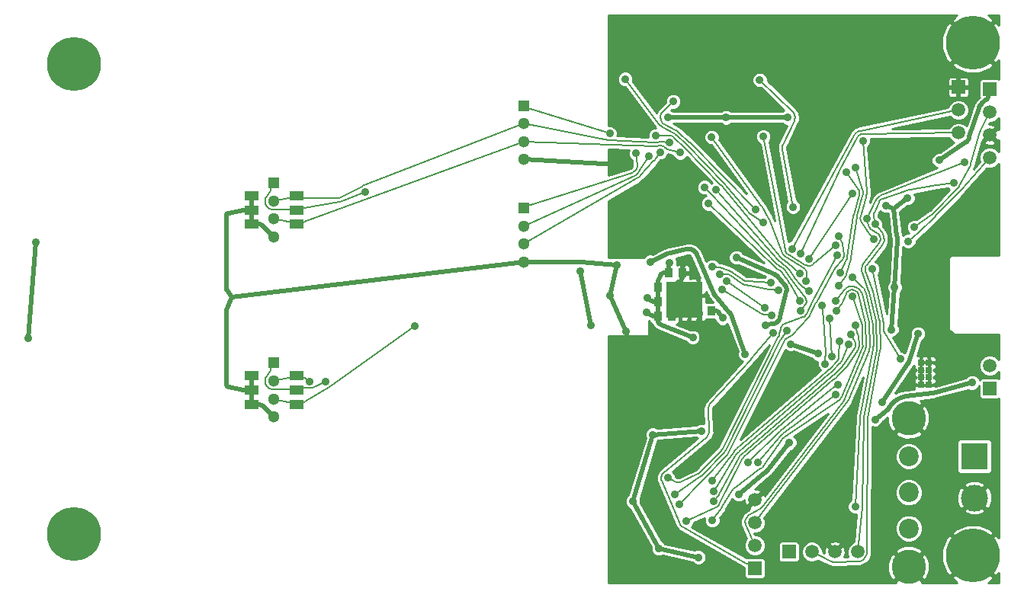
<source format=gbl>
G04 (created by PCBNEW (2013-07-07 BZR 4022)-stable) date 06/12/2014 00:31:43*
%MOIN*%
G04 Gerber Fmt 3.4, Leading zero omitted, Abs format*
%FSLAX34Y34*%
G01*
G70*
G90*
G04 APERTURE LIST*
%ADD10C,0.00590551*%
%ADD11C,0.0866142*%
%ADD12C,0.149606*%
%ADD13R,0.0394X0.0394*%
%ADD14R,0.0629921X0.0433071*%
%ADD15C,0.2362*%
%ADD16R,0.0314961X0.0314961*%
%ADD17R,0.0590551X0.0590551*%
%ADD18C,0.0590551*%
%ADD19R,0.035X0.04*%
%ADD20R,0.11811X0.11811*%
%ADD21C,0.11811*%
%ADD22R,0.0511811X0.0511811*%
%ADD23C,0.0511811*%
%ADD24C,0.0354331*%
%ADD25C,0.019685*%
%ADD26C,0.00787402*%
%ADD27C,0.01*%
G04 APERTURE END LIST*
G54D10*
G54D11*
X76574Y-81102D03*
X76574Y-79527D03*
X76574Y-77952D03*
G54D12*
X76574Y-82775D03*
X76574Y-76279D03*
G54D13*
X66968Y-71299D03*
X66968Y-70905D03*
X66968Y-70511D03*
X67362Y-70511D03*
X67362Y-70905D03*
X67362Y-71299D03*
X67362Y-71693D03*
X66968Y-71693D03*
X66574Y-70511D03*
X66574Y-70905D03*
X66574Y-71299D03*
X66574Y-71693D03*
X66180Y-70511D03*
X66180Y-70905D03*
X66180Y-71693D03*
X66180Y-71299D03*
G54D14*
X47834Y-74409D03*
X47834Y-75039D03*
X47834Y-75669D03*
X49803Y-74409D03*
X49803Y-75039D03*
X49803Y-75669D03*
X47834Y-66535D03*
X47834Y-67165D03*
X47834Y-67795D03*
X49803Y-66535D03*
X49803Y-67165D03*
X49803Y-67795D03*
G54D15*
X40078Y-60787D03*
X40078Y-81338D03*
X79370Y-82283D03*
X79370Y-59842D03*
G54D16*
X77440Y-73858D03*
X77440Y-74173D03*
X77440Y-74488D03*
X77440Y-74803D03*
X77125Y-73858D03*
X77125Y-74173D03*
X77125Y-74488D03*
X77125Y-74803D03*
G54D17*
X80118Y-61885D03*
G54D18*
X80118Y-62885D03*
X80118Y-63885D03*
X80118Y-64885D03*
G54D17*
X69842Y-82838D03*
G54D18*
X69842Y-81838D03*
X69842Y-80838D03*
X69842Y-79838D03*
G54D17*
X78740Y-61795D03*
G54D18*
X78740Y-62795D03*
X78740Y-63795D03*
G54D17*
X80118Y-74988D03*
G54D18*
X80118Y-73988D03*
G54D17*
X71334Y-82125D03*
G54D18*
X72334Y-82125D03*
X73334Y-82125D03*
X74334Y-82125D03*
G54D19*
X67937Y-71574D03*
X67337Y-71574D03*
X65605Y-70551D03*
X66205Y-70551D03*
X65605Y-71181D03*
X66205Y-71181D03*
X65605Y-71811D03*
X66205Y-71811D03*
X66077Y-69921D03*
X66677Y-69921D03*
G54D20*
X79448Y-77952D03*
G54D21*
X79448Y-79763D03*
G54D22*
X59763Y-67086D03*
G54D23*
X59763Y-67874D03*
X59763Y-68661D03*
X59763Y-69448D03*
G54D22*
X48818Y-73858D03*
G54D23*
X48818Y-74645D03*
X48818Y-75433D03*
X48818Y-76220D03*
G54D22*
X59763Y-62598D03*
G54D23*
X59763Y-63385D03*
X59763Y-64173D03*
X59763Y-64960D03*
G54D22*
X48818Y-65984D03*
G54D23*
X48818Y-66771D03*
X48818Y-67559D03*
X48818Y-68346D03*
G54D24*
X68430Y-71889D03*
X65386Y-77001D03*
X67519Y-76844D03*
X64513Y-79922D03*
X65651Y-81975D03*
X67384Y-82363D03*
X71424Y-73036D03*
X72610Y-73460D03*
X75961Y-70553D03*
X75825Y-72397D03*
X76524Y-66651D03*
X75571Y-66984D03*
X71362Y-77354D03*
X69141Y-79606D03*
X77905Y-64996D03*
X69035Y-69250D03*
X70303Y-72203D03*
X71271Y-63119D03*
X68594Y-63119D03*
X66054Y-63113D03*
X76977Y-72575D03*
X75404Y-75590D03*
X65284Y-69439D03*
X75101Y-76330D03*
X79338Y-74718D03*
X69426Y-73473D03*
X66846Y-80789D03*
X74238Y-72219D03*
X76199Y-73690D03*
X74975Y-69750D03*
X38090Y-72787D03*
X38426Y-68592D03*
X62677Y-72204D03*
X62204Y-69842D03*
X72925Y-73898D03*
X72792Y-71356D03*
X65701Y-64645D03*
X54986Y-72239D03*
X66582Y-64654D03*
X69879Y-67137D03*
X66279Y-62419D03*
X70198Y-67700D03*
X64182Y-61440D03*
X71515Y-67031D03*
X70062Y-61482D03*
X50380Y-74665D03*
X65197Y-64828D03*
X66106Y-64215D03*
X70217Y-63956D03*
X73393Y-68715D03*
X72091Y-70273D03*
X67959Y-63978D03*
X71808Y-69944D03*
X65510Y-63922D03*
X68623Y-70275D03*
X70287Y-71456D03*
X68408Y-70654D03*
X70587Y-71775D03*
X67989Y-69646D03*
X70548Y-70341D03*
X68303Y-69979D03*
X70872Y-70669D03*
X65131Y-71006D03*
X65107Y-71635D03*
X66106Y-69470D03*
X67133Y-72750D03*
X75114Y-67795D03*
X78533Y-65989D03*
X74756Y-67539D03*
X79004Y-65065D03*
X74236Y-80138D03*
X74126Y-70116D03*
X64655Y-64672D03*
X51089Y-74665D03*
X63497Y-63823D03*
X52801Y-66394D03*
X71852Y-69063D03*
X74566Y-64141D03*
X75044Y-68433D03*
X74231Y-65312D03*
X73524Y-70487D03*
X73853Y-65523D03*
X73569Y-69917D03*
X74127Y-66438D03*
X72208Y-69309D03*
X69980Y-78205D03*
X73373Y-75238D03*
X69547Y-78211D03*
X73476Y-74813D03*
X76820Y-67925D03*
X76555Y-68533D03*
X71466Y-68864D03*
X73223Y-73582D03*
X73126Y-71900D03*
X66359Y-79620D03*
X71262Y-72432D03*
X66050Y-78893D03*
X73445Y-69145D03*
X67989Y-79011D03*
X73536Y-72921D03*
X68032Y-79909D03*
X74041Y-72606D03*
X68033Y-79476D03*
X73953Y-73053D03*
X67986Y-80745D03*
X74104Y-70961D03*
X66556Y-80053D03*
X73526Y-68302D03*
X64228Y-72472D03*
X64809Y-74613D03*
X63499Y-70927D03*
X66080Y-72936D03*
X68276Y-73860D03*
X66945Y-69277D03*
X79341Y-73943D03*
X79032Y-73043D03*
X71834Y-77342D03*
X67194Y-78421D03*
X68130Y-77469D03*
X68135Y-75883D03*
X70480Y-79006D03*
X70338Y-75584D03*
X71100Y-74664D03*
X76894Y-71348D03*
X77234Y-69275D03*
X77411Y-67077D03*
X77840Y-66409D03*
X75378Y-67415D03*
X75607Y-69726D03*
X69517Y-69956D03*
X68635Y-68844D03*
X63804Y-69567D03*
X64365Y-65226D03*
X71422Y-60179D03*
X68541Y-60288D03*
X66326Y-60369D03*
X71383Y-64443D03*
X72018Y-63858D03*
X66503Y-78757D03*
X64881Y-66141D03*
X64803Y-67165D03*
X63937Y-67165D03*
X65984Y-67480D03*
X67637Y-67637D03*
X67795Y-68661D03*
X68110Y-64803D03*
X69055Y-64566D03*
X67322Y-64015D03*
X72598Y-65118D03*
X76929Y-65039D03*
X80078Y-66692D03*
X68425Y-72755D03*
X64330Y-75748D03*
X63937Y-77480D03*
X66299Y-75669D03*
X65354Y-75511D03*
X68976Y-75196D03*
X68897Y-73858D03*
X63779Y-82913D03*
X64251Y-81811D03*
X68897Y-82913D03*
X71417Y-83228D03*
X73385Y-83307D03*
X75590Y-81338D03*
X77480Y-80314D03*
X77716Y-78976D03*
X78976Y-76535D03*
X67813Y-66887D03*
X71805Y-71145D03*
X72214Y-70718D03*
X68150Y-66284D03*
X67643Y-66173D03*
X71854Y-71576D03*
X73375Y-71151D03*
X73423Y-71585D03*
X70638Y-72535D03*
G54D25*
X70578Y-72159D02*
X70303Y-72203D01*
X70587Y-72158D02*
X70578Y-72159D01*
X70604Y-72156D02*
X70587Y-72158D01*
X70613Y-72155D02*
X70604Y-72156D01*
X70613Y-72155D02*
X70613Y-72155D01*
X70945Y-71921D02*
X70958Y-71862D01*
X70880Y-72026D02*
X70945Y-71921D01*
X70787Y-72105D02*
X70880Y-72026D01*
X70674Y-72151D02*
X70787Y-72105D01*
X70613Y-72155D02*
X70674Y-72151D01*
X71218Y-70750D02*
X70958Y-71862D01*
X71199Y-70506D02*
X71145Y-70441D01*
X71237Y-70669D02*
X71199Y-70506D01*
X71218Y-70750D02*
X71237Y-70669D01*
X70850Y-70088D02*
X71145Y-70441D01*
X70748Y-69998D02*
X70706Y-69980D01*
X70821Y-70053D02*
X70748Y-69998D01*
X70850Y-70088D02*
X70821Y-70053D01*
X69035Y-69250D02*
X70706Y-69980D01*
X65386Y-77001D02*
X67519Y-76844D01*
X64513Y-79922D02*
X65651Y-81975D01*
X65651Y-81975D02*
X67384Y-82363D01*
X68278Y-71663D02*
X68430Y-71889D01*
X68162Y-71574D02*
X68112Y-71574D01*
X68251Y-71621D02*
X68162Y-71574D01*
X68278Y-71663D02*
X68251Y-71621D01*
X68014Y-71574D02*
X68112Y-71574D01*
X67937Y-71574D02*
X68014Y-71574D01*
X71271Y-63119D02*
X68594Y-63119D01*
X70229Y-78703D02*
X69141Y-79606D01*
X70239Y-78695D02*
X70229Y-78703D01*
X70259Y-78680D02*
X70239Y-78695D01*
X70270Y-78674D02*
X70259Y-78680D01*
X70275Y-78670D02*
X70270Y-78674D01*
X70382Y-78584D02*
X70411Y-78548D01*
X70314Y-78646D02*
X70382Y-78584D01*
X70275Y-78670D02*
X70314Y-78646D01*
X71362Y-77354D02*
X70411Y-78548D01*
X75961Y-70553D02*
X75825Y-72397D01*
X80039Y-62082D02*
X80118Y-61885D01*
X80039Y-62181D02*
X80039Y-62082D01*
X80039Y-62228D02*
X80039Y-62181D01*
X79999Y-62315D02*
X80039Y-62228D01*
X79962Y-62346D02*
X79999Y-62315D01*
X79786Y-62495D02*
X79962Y-62346D01*
X79654Y-62658D02*
X79632Y-62725D01*
X79732Y-62541D02*
X79654Y-62658D01*
X79786Y-62495D02*
X79732Y-62541D01*
X79226Y-63955D02*
X79632Y-62725D01*
X79200Y-64034D02*
X79226Y-63955D01*
X79100Y-64168D02*
X79200Y-64034D01*
X79031Y-64215D02*
X79100Y-64168D01*
X77905Y-64996D02*
X79031Y-64215D01*
X64513Y-79922D02*
X65386Y-77001D01*
X76524Y-66651D02*
X75907Y-67123D01*
X68594Y-63119D02*
X66054Y-63113D01*
X75571Y-66984D02*
X75907Y-67123D01*
X71424Y-73036D02*
X72610Y-73460D01*
X76059Y-68302D02*
X75907Y-67123D01*
X76065Y-68348D02*
X76059Y-68302D01*
X76069Y-68439D02*
X76065Y-68348D01*
X76066Y-68485D02*
X76069Y-68439D01*
X75961Y-70553D02*
X76066Y-68485D01*
X76526Y-73909D02*
X75404Y-75590D01*
X76565Y-73838D02*
X76573Y-73812D01*
X76541Y-73886D02*
X76565Y-73838D01*
X76526Y-73909D02*
X76541Y-73886D01*
X76977Y-72575D02*
X76573Y-73812D01*
X65931Y-69118D02*
X65284Y-69439D01*
X65951Y-69108D02*
X65931Y-69118D01*
X65995Y-69092D02*
X65951Y-69108D01*
X66017Y-69087D02*
X65995Y-69092D01*
X66856Y-68893D02*
X66017Y-69087D01*
X66924Y-68877D02*
X66856Y-68893D01*
X67060Y-68894D02*
X66924Y-68877D01*
X67183Y-68956D02*
X67060Y-68894D01*
X67278Y-69056D02*
X67183Y-68956D01*
X67306Y-69119D02*
X67278Y-69056D01*
X68047Y-70812D02*
X67306Y-69119D01*
X68090Y-70889D02*
X68109Y-70911D01*
X68059Y-70839D02*
X68090Y-70889D01*
X68047Y-70812D02*
X68059Y-70839D01*
X68729Y-71633D02*
X68109Y-70911D01*
X68752Y-71660D02*
X68729Y-71633D01*
X68788Y-71721D02*
X68752Y-71660D01*
X68800Y-71755D02*
X68788Y-71721D01*
X69426Y-73473D02*
X68800Y-71755D01*
X77654Y-75169D02*
X79338Y-74718D01*
X77647Y-75171D02*
X77654Y-75169D01*
X77632Y-75174D02*
X77647Y-75171D01*
X77625Y-75175D02*
X77632Y-75174D01*
X76454Y-75322D02*
X77625Y-75175D01*
X75799Y-75694D02*
X75743Y-75790D01*
X75952Y-75534D02*
X75799Y-75694D01*
X76137Y-75412D02*
X75952Y-75534D01*
X76345Y-75336D02*
X76137Y-75412D01*
X76454Y-75322D02*
X76345Y-75336D01*
X75724Y-75821D02*
X75743Y-75790D01*
X75676Y-75876D02*
X75724Y-75821D01*
X75648Y-75899D02*
X75676Y-75876D01*
X75101Y-76330D02*
X75648Y-75899D01*
G54D26*
X74325Y-72525D02*
X74238Y-72219D01*
X74327Y-72534D02*
X74325Y-72525D01*
X74331Y-72551D02*
X74327Y-72534D01*
X74333Y-72559D02*
X74331Y-72551D01*
X74400Y-72981D02*
X74333Y-72559D01*
X74414Y-73065D02*
X74400Y-72981D01*
X74378Y-73232D02*
X74414Y-73065D01*
X74331Y-73303D02*
X74378Y-73232D01*
X73864Y-74007D02*
X74331Y-73303D01*
X73846Y-74034D02*
X73864Y-74007D01*
X73805Y-74086D02*
X73846Y-74034D01*
X73782Y-74110D02*
X73805Y-74086D01*
X73484Y-74426D02*
X73782Y-74110D01*
X73459Y-74452D02*
X73484Y-74426D01*
X73405Y-74499D02*
X73459Y-74452D01*
X73377Y-74519D02*
X73405Y-74499D01*
X73302Y-74574D02*
X73377Y-74519D01*
X73287Y-74585D02*
X73283Y-74589D01*
X73297Y-74577D02*
X73287Y-74585D01*
X73302Y-74574D02*
X73297Y-74577D01*
X69353Y-77987D02*
X73283Y-74589D01*
X69296Y-78052D02*
X69283Y-78078D01*
X69332Y-78006D02*
X69296Y-78052D01*
X69353Y-77987D02*
X69332Y-78006D01*
X68296Y-80041D02*
X69283Y-78078D01*
X68274Y-80086D02*
X68296Y-80041D01*
X68202Y-80155D02*
X68274Y-80086D01*
X68157Y-80177D02*
X68202Y-80155D01*
X66846Y-80789D02*
X68157Y-80177D01*
X75451Y-71957D02*
X74975Y-69750D01*
X75462Y-72005D02*
X75451Y-71957D01*
X75475Y-72104D02*
X75462Y-72005D01*
X75477Y-72154D02*
X75475Y-72104D01*
X75491Y-72414D02*
X75477Y-72154D01*
X75516Y-72532D02*
X75537Y-72566D01*
X75493Y-72455D02*
X75516Y-72532D01*
X75491Y-72414D02*
X75493Y-72455D01*
X76199Y-73690D02*
X75537Y-72566D01*
G54D25*
X38090Y-72787D02*
X38426Y-68592D01*
X62677Y-72204D02*
X62204Y-69842D01*
G54D26*
X72831Y-71921D02*
X72792Y-71356D01*
X72831Y-71921D02*
X72831Y-71921D01*
X72939Y-73436D02*
X72831Y-71921D01*
X72941Y-73459D02*
X72939Y-73436D01*
X72938Y-73503D02*
X72941Y-73459D01*
X72934Y-73524D02*
X72938Y-73503D01*
X72934Y-73524D02*
X72934Y-73524D01*
X72928Y-73566D02*
X72928Y-73580D01*
X72931Y-73538D02*
X72928Y-73566D01*
X72934Y-73524D02*
X72931Y-73538D01*
X72925Y-73898D02*
X72928Y-73580D01*
X51261Y-74905D02*
X54986Y-72239D01*
X51256Y-74909D02*
X51261Y-74905D01*
X51246Y-74915D02*
X51256Y-74909D01*
X51240Y-74919D02*
X51246Y-74915D01*
X50178Y-75554D02*
X51240Y-74919D01*
X50165Y-75562D02*
X50178Y-75554D01*
X50134Y-75571D02*
X50165Y-75562D01*
X50118Y-75571D02*
X50134Y-75571D01*
X50078Y-75571D02*
X50118Y-75571D01*
X49803Y-75669D02*
X50078Y-75571D01*
X49463Y-75568D02*
X48818Y-75433D01*
X49482Y-75570D02*
X49488Y-75570D01*
X49470Y-75569D02*
X49482Y-75570D01*
X49463Y-75568D02*
X49470Y-75569D01*
X49527Y-75570D02*
X49488Y-75570D01*
X49803Y-75669D02*
X49527Y-75570D01*
X64693Y-65787D02*
X59763Y-68661D01*
X64816Y-65697D02*
X64850Y-65659D01*
X64737Y-65762D02*
X64816Y-65697D01*
X64693Y-65787D02*
X64737Y-65762D01*
X65417Y-65025D02*
X64850Y-65659D01*
X65430Y-65010D02*
X65434Y-65004D01*
X65421Y-65020D02*
X65430Y-65010D01*
X65417Y-65025D02*
X65421Y-65020D01*
X65701Y-64645D02*
X65434Y-65004D01*
X49463Y-67694D02*
X48818Y-67559D01*
X49482Y-67696D02*
X49488Y-67696D01*
X49470Y-67695D02*
X49482Y-67696D01*
X49463Y-67694D02*
X49470Y-67695D01*
X49527Y-67696D02*
X49488Y-67696D01*
X49803Y-67795D02*
X49527Y-67696D01*
X50078Y-67697D02*
X49803Y-67795D01*
X50118Y-67697D02*
X50078Y-67697D01*
X50149Y-67693D02*
X50158Y-67689D01*
X50128Y-67697D02*
X50149Y-67693D01*
X50118Y-67697D02*
X50128Y-67697D01*
X59763Y-64173D02*
X50158Y-67689D01*
X65494Y-64375D02*
X59763Y-64173D01*
X65591Y-64369D02*
X65623Y-64360D01*
X65526Y-64376D02*
X65591Y-64369D01*
X65494Y-64375D02*
X65526Y-64376D01*
X65627Y-64359D02*
X65623Y-64360D01*
X65701Y-64340D02*
X65627Y-64359D01*
X65847Y-64377D02*
X65701Y-64340D01*
X65902Y-64428D02*
X65847Y-64377D01*
X65905Y-64432D02*
X65902Y-64428D01*
X65993Y-64490D02*
X66027Y-64500D01*
X65931Y-64456D02*
X65993Y-64490D01*
X65905Y-64432D02*
X65931Y-64456D01*
X66582Y-64654D02*
X66027Y-64500D01*
X65818Y-62876D02*
X66279Y-62419D01*
X65825Y-63370D02*
X65895Y-63408D01*
X65734Y-63240D02*
X65825Y-63370D01*
X65711Y-63083D02*
X65734Y-63240D01*
X65761Y-62932D02*
X65711Y-63083D01*
X65818Y-62876D02*
X65761Y-62932D01*
X66395Y-63677D02*
X65895Y-63408D01*
X66429Y-63695D02*
X66395Y-63677D01*
X66492Y-63740D02*
X66429Y-63695D01*
X66520Y-63766D02*
X66492Y-63740D01*
X66996Y-64205D02*
X66520Y-63766D01*
X67017Y-64226D02*
X66996Y-64205D01*
X69879Y-67137D02*
X67017Y-64226D01*
X69717Y-67384D02*
X70198Y-67700D01*
X69700Y-67373D02*
X69717Y-67384D01*
X69669Y-67346D02*
X69700Y-67373D01*
X69656Y-67330D02*
X69669Y-67346D01*
X68493Y-65988D02*
X69656Y-67330D01*
X68493Y-65988D02*
X68477Y-65970D01*
X66908Y-64340D02*
X68477Y-65970D01*
X66908Y-64340D02*
X66889Y-64321D01*
X66413Y-63882D02*
X66889Y-64321D01*
X66345Y-63829D02*
X66320Y-63816D01*
X66392Y-63863D02*
X66345Y-63829D01*
X66413Y-63882D02*
X66392Y-63863D01*
X65820Y-63547D02*
X66320Y-63816D01*
X65774Y-63522D02*
X65820Y-63547D01*
X65692Y-63452D02*
X65774Y-63522D01*
X65660Y-63409D02*
X65692Y-63452D01*
X64182Y-61440D02*
X65660Y-63409D01*
X71504Y-62879D02*
X70062Y-61482D01*
X71542Y-62916D02*
X71504Y-62879D01*
X71591Y-63008D02*
X71542Y-62916D01*
X71610Y-63112D02*
X71591Y-63008D01*
X71596Y-63216D02*
X71610Y-63112D01*
X71574Y-63263D02*
X71596Y-63216D01*
X71081Y-64300D02*
X71574Y-63263D01*
X71045Y-64451D02*
X71054Y-64503D01*
X71058Y-64347D02*
X71045Y-64451D01*
X71081Y-64300D02*
X71058Y-64347D01*
X71515Y-67031D02*
X71054Y-64503D01*
X50186Y-74529D02*
X50380Y-74665D01*
X50136Y-74507D02*
X50118Y-74507D01*
X50171Y-74518D02*
X50136Y-74507D01*
X50186Y-74529D02*
X50171Y-74518D01*
X50078Y-74507D02*
X50118Y-74507D01*
X49803Y-74409D02*
X50078Y-74507D01*
X49463Y-74510D02*
X48818Y-74645D01*
X49469Y-74509D02*
X49463Y-74510D01*
X49482Y-74507D02*
X49469Y-74509D01*
X49488Y-74507D02*
X49482Y-74507D01*
X49527Y-74507D02*
X49488Y-74507D01*
X49803Y-74409D02*
X49527Y-74507D01*
X64570Y-65674D02*
X59763Y-67874D01*
X64744Y-65548D02*
X64782Y-65488D01*
X64635Y-65644D02*
X64744Y-65548D01*
X64570Y-65674D02*
X64635Y-65644D01*
X65197Y-64828D02*
X64782Y-65488D01*
X52694Y-66118D02*
X59763Y-63385D01*
X52671Y-66128D02*
X52664Y-66132D01*
X52686Y-66121D02*
X52671Y-66128D01*
X52694Y-66118D02*
X52686Y-66121D01*
X51671Y-66649D02*
X52664Y-66132D01*
X51667Y-66651D02*
X51671Y-66649D01*
X51658Y-66653D02*
X51667Y-66651D01*
X51653Y-66653D02*
X51658Y-66653D01*
X50236Y-66653D02*
X51653Y-66653D01*
X50234Y-66653D02*
X50236Y-66653D01*
X50230Y-66653D02*
X50234Y-66653D01*
X50228Y-66652D02*
X50230Y-66653D01*
X50140Y-66635D02*
X50228Y-66652D01*
X50123Y-66633D02*
X50118Y-66633D01*
X50135Y-66634D02*
X50123Y-66633D01*
X50140Y-66635D02*
X50135Y-66634D01*
X50078Y-66633D02*
X50118Y-66633D01*
X49803Y-66535D02*
X50078Y-66633D01*
X63440Y-64113D02*
X59763Y-63385D01*
X63472Y-64118D02*
X63483Y-64118D01*
X63450Y-64115D02*
X63472Y-64118D01*
X63440Y-64113D02*
X63450Y-64115D01*
X65495Y-64217D02*
X63483Y-64118D01*
X65562Y-64213D02*
X65583Y-64208D01*
X65517Y-64218D02*
X65562Y-64213D01*
X65495Y-64217D02*
X65517Y-64218D01*
X65588Y-64207D02*
X65583Y-64208D01*
X65622Y-64198D02*
X65588Y-64207D01*
X65693Y-64191D02*
X65622Y-64198D01*
X65727Y-64193D02*
X65693Y-64191D01*
X66106Y-64215D02*
X65727Y-64193D01*
X49527Y-66633D02*
X49803Y-66535D01*
X49488Y-66633D02*
X49527Y-66633D01*
X49469Y-66635D02*
X49463Y-66636D01*
X49482Y-66633D02*
X49469Y-66635D01*
X49488Y-66633D02*
X49482Y-66633D01*
X48818Y-66771D02*
X49463Y-66636D01*
X72396Y-69537D02*
X73393Y-68715D01*
X72361Y-69566D02*
X72396Y-69537D01*
X72276Y-69601D02*
X72361Y-69566D01*
X72185Y-69607D02*
X72276Y-69601D01*
X72096Y-69586D02*
X72185Y-69607D01*
X72056Y-69563D02*
X72096Y-69586D01*
X71314Y-69117D02*
X72056Y-69563D01*
X71260Y-69085D02*
X71314Y-69117D01*
X71187Y-68981D02*
X71260Y-69085D01*
X71175Y-68920D02*
X71187Y-68981D01*
X70217Y-63956D02*
X71175Y-68920D01*
X70118Y-66964D02*
X67959Y-63978D01*
X70123Y-66971D02*
X70118Y-66964D01*
X70132Y-66984D02*
X70123Y-66971D01*
X70136Y-66991D02*
X70132Y-66984D01*
X70455Y-67554D02*
X70136Y-66991D01*
X70460Y-67562D02*
X70455Y-67554D01*
X70469Y-67581D02*
X70460Y-67562D01*
X70473Y-67591D02*
X70469Y-67581D01*
X71044Y-69031D02*
X70473Y-67591D01*
X71168Y-69213D02*
X71232Y-69252D01*
X71072Y-69100D02*
X71168Y-69213D01*
X71044Y-69031D02*
X71072Y-69100D01*
X71961Y-69691D02*
X71232Y-69252D01*
X72030Y-69733D02*
X71961Y-69691D01*
X72107Y-69875D02*
X72030Y-69733D01*
X72103Y-69956D02*
X72107Y-69875D01*
X72091Y-70273D02*
X72103Y-69956D01*
X66105Y-63920D02*
X65510Y-63922D01*
X66161Y-63919D02*
X66105Y-63920D01*
X66265Y-63960D02*
X66161Y-63919D01*
X66306Y-63998D02*
X66265Y-63960D01*
X66782Y-64437D02*
X66306Y-63998D01*
X66794Y-64449D02*
X66782Y-64437D01*
X68363Y-66079D02*
X66794Y-64449D01*
X68367Y-66083D02*
X68363Y-66079D01*
X68374Y-66091D02*
X68367Y-66083D01*
X68378Y-66096D02*
X68374Y-66091D01*
X70995Y-69253D02*
X68378Y-66096D01*
X71074Y-69334D02*
X71104Y-69356D01*
X71019Y-69282D02*
X71074Y-69334D01*
X70995Y-69253D02*
X71019Y-69282D01*
X71213Y-69436D02*
X71104Y-69356D01*
X71231Y-69449D02*
X71213Y-69436D01*
X71265Y-69476D02*
X71231Y-69449D01*
X71281Y-69490D02*
X71265Y-69476D01*
X71808Y-69944D02*
X71281Y-69490D01*
X68623Y-70275D02*
X70287Y-71456D01*
X70265Y-71751D02*
X70587Y-71775D01*
X70230Y-71748D02*
X70265Y-71751D01*
X70163Y-71727D02*
X70230Y-71748D01*
X70133Y-71709D02*
X70163Y-71727D01*
X68408Y-70654D02*
X70133Y-71709D01*
X69501Y-70291D02*
X70548Y-70341D01*
X69452Y-70288D02*
X69501Y-70291D01*
X69358Y-70255D02*
X69452Y-70288D01*
X69319Y-70226D02*
X69358Y-70255D01*
X68892Y-69911D02*
X69319Y-70226D01*
X68817Y-69865D02*
X68790Y-69854D01*
X68869Y-69893D02*
X68817Y-69865D01*
X68892Y-69911D02*
X68869Y-69893D01*
X68412Y-69704D02*
X68790Y-69854D01*
X68356Y-69687D02*
X68336Y-69685D01*
X68394Y-69697D02*
X68356Y-69687D01*
X68412Y-69704D02*
X68394Y-69697D01*
X67989Y-69646D02*
X68336Y-69685D01*
X70519Y-70635D02*
X70872Y-70669D01*
X70513Y-70634D02*
X70519Y-70635D01*
X70502Y-70632D02*
X70513Y-70634D01*
X70496Y-70631D02*
X70502Y-70632D01*
X69431Y-70441D02*
X70496Y-70631D01*
X69375Y-70431D02*
X69431Y-70441D01*
X69271Y-70386D02*
X69375Y-70431D01*
X69225Y-70352D02*
X69271Y-70386D01*
X68798Y-70038D02*
X69225Y-70352D01*
X68672Y-69980D02*
X68624Y-69980D01*
X68761Y-70010D02*
X68672Y-69980D01*
X68798Y-70038D02*
X68761Y-70010D01*
X68303Y-69979D02*
X68624Y-69980D01*
G54D25*
X65605Y-71709D02*
X65605Y-71811D01*
X65605Y-71611D02*
X65605Y-71709D01*
X65605Y-71381D02*
X65605Y-71611D01*
X65605Y-71282D02*
X65605Y-71381D01*
X65605Y-71181D02*
X65605Y-71282D01*
X66077Y-69819D02*
X66077Y-69921D01*
X66077Y-69721D02*
X66077Y-69819D01*
X66077Y-69716D02*
X66077Y-69721D01*
X66078Y-69705D02*
X66077Y-69716D01*
X66079Y-69700D02*
X66078Y-69705D01*
X66106Y-69470D02*
X66079Y-69700D01*
X65605Y-70652D02*
X65605Y-70551D01*
X65605Y-70751D02*
X65605Y-70652D01*
X65605Y-70981D02*
X65605Y-70751D01*
X65605Y-71079D02*
X65605Y-70981D01*
X65605Y-71181D02*
X65605Y-71079D01*
X65528Y-71181D02*
X65605Y-71181D01*
X65430Y-71181D02*
X65528Y-71181D01*
X65397Y-71181D02*
X65430Y-71181D01*
X65336Y-71160D02*
X65397Y-71181D01*
X65310Y-71141D02*
X65336Y-71160D01*
X65131Y-71006D02*
X65310Y-71141D01*
X65605Y-70449D02*
X65605Y-70551D01*
X65605Y-70351D02*
X65605Y-70449D01*
X65605Y-70333D02*
X65605Y-70351D01*
X65612Y-70300D02*
X65605Y-70333D01*
X65618Y-70284D02*
X65612Y-70300D01*
X65718Y-70044D02*
X65618Y-70284D01*
X65741Y-69988D02*
X65718Y-70044D01*
X65842Y-69921D02*
X65741Y-69988D01*
X65902Y-69921D02*
X65842Y-69921D01*
X66001Y-69921D02*
X65902Y-69921D01*
X66077Y-69921D02*
X66001Y-69921D01*
X65714Y-72173D02*
X67133Y-72750D01*
X65665Y-72152D02*
X65714Y-72173D01*
X65605Y-72064D02*
X65665Y-72152D01*
X65605Y-72011D02*
X65605Y-72064D01*
X65605Y-71912D02*
X65605Y-72011D01*
X65605Y-71811D02*
X65605Y-71912D01*
X65528Y-71811D02*
X65605Y-71811D01*
X65430Y-71811D02*
X65528Y-71811D01*
X65400Y-71811D02*
X65430Y-71811D01*
X65343Y-71793D02*
X65400Y-71811D01*
X65319Y-71777D02*
X65343Y-71793D01*
X65107Y-71635D02*
X65319Y-71777D01*
G54D26*
X77800Y-66076D02*
X78533Y-65989D01*
X77800Y-66076D02*
X77779Y-66080D01*
X76463Y-66322D02*
X77779Y-66080D01*
X76426Y-66331D02*
X76414Y-66335D01*
X76451Y-66324D02*
X76426Y-66331D01*
X76463Y-66322D02*
X76451Y-66324D01*
X75461Y-66668D02*
X76414Y-66335D01*
X75294Y-66784D02*
X75266Y-66847D01*
X75395Y-66691D02*
X75294Y-66784D01*
X75461Y-66668D02*
X75395Y-66691D01*
X75073Y-67278D02*
X75266Y-66847D01*
X75040Y-67429D02*
X75050Y-67481D01*
X75051Y-67326D02*
X75040Y-67429D01*
X75073Y-67278D02*
X75051Y-67326D01*
X75114Y-67795D02*
X75050Y-67481D01*
X73129Y-82529D02*
X72334Y-82125D01*
X73294Y-82580D02*
X73352Y-82578D01*
X73181Y-82555D02*
X73294Y-82580D01*
X73129Y-82529D02*
X73181Y-82555D01*
X74350Y-82539D02*
X73352Y-82578D01*
X74747Y-82207D02*
X74748Y-82127D01*
X74687Y-82355D02*
X74747Y-82207D01*
X74576Y-82470D02*
X74687Y-82355D01*
X74430Y-82536D02*
X74576Y-82470D01*
X74350Y-82539D02*
X74430Y-82536D01*
X74766Y-76329D02*
X74748Y-82127D01*
X74766Y-76314D02*
X74766Y-76329D01*
X74769Y-76283D02*
X74766Y-76314D01*
X74772Y-76268D02*
X74769Y-76283D01*
X75328Y-73312D02*
X74772Y-76268D01*
X75354Y-73079D02*
X75351Y-73001D01*
X75342Y-73235D02*
X75354Y-73079D01*
X75328Y-73312D02*
X75342Y-73235D01*
X75321Y-72179D02*
X75351Y-73001D01*
X75305Y-72022D02*
X75293Y-71970D01*
X75319Y-72126D02*
X75305Y-72022D01*
X75321Y-72179D02*
X75319Y-72126D01*
X75005Y-70749D02*
X75293Y-71970D01*
X74986Y-70679D02*
X74978Y-70656D01*
X75000Y-70725D02*
X74986Y-70679D01*
X75005Y-70749D02*
X75000Y-70725D01*
X74696Y-69847D02*
X74978Y-70656D01*
X74672Y-69776D02*
X74696Y-69847D01*
X74696Y-69629D02*
X74672Y-69776D01*
X74741Y-69569D02*
X74696Y-69629D01*
X75403Y-68710D02*
X74741Y-69569D01*
X75445Y-68210D02*
X75398Y-68150D01*
X75496Y-68353D02*
X75445Y-68210D01*
X75498Y-68505D02*
X75496Y-68353D01*
X75449Y-68650D02*
X75498Y-68505D01*
X75403Y-68710D02*
X75449Y-68650D01*
X75114Y-67795D02*
X75398Y-68150D01*
X75387Y-66527D02*
X79004Y-65065D01*
X75168Y-66687D02*
X75128Y-66769D01*
X75302Y-66561D02*
X75168Y-66687D01*
X75387Y-66527D02*
X75302Y-66561D01*
X74756Y-67539D02*
X75128Y-66769D01*
X74825Y-67857D02*
X74756Y-67539D01*
X74914Y-68022D02*
X74969Y-68053D01*
X74838Y-67919D02*
X74914Y-68022D01*
X74825Y-67857D02*
X74838Y-67919D01*
X75188Y-68175D02*
X74969Y-68053D01*
X75244Y-68207D02*
X75188Y-68175D01*
X75320Y-68311D02*
X75244Y-68207D01*
X75346Y-68437D02*
X75320Y-68311D01*
X75317Y-68562D02*
X75346Y-68437D01*
X75278Y-68613D02*
X75317Y-68562D01*
X74616Y-69473D02*
X75278Y-68613D01*
X74529Y-69845D02*
X74547Y-69898D01*
X74519Y-69733D02*
X74529Y-69845D01*
X74537Y-69622D02*
X74519Y-69733D01*
X74582Y-69518D02*
X74537Y-69622D01*
X74616Y-69473D02*
X74582Y-69518D01*
X74829Y-70708D02*
X74547Y-69898D01*
X74836Y-70727D02*
X74829Y-70708D01*
X74847Y-70765D02*
X74836Y-70727D01*
X74852Y-70785D02*
X74847Y-70765D01*
X75139Y-72007D02*
X74852Y-70785D01*
X75150Y-72051D02*
X75139Y-72007D01*
X75161Y-72139D02*
X75150Y-72051D01*
X75163Y-72185D02*
X75161Y-72139D01*
X75194Y-73007D02*
X75163Y-72185D01*
X75196Y-73076D02*
X75194Y-73007D01*
X75186Y-73214D02*
X75196Y-73076D01*
X75173Y-73282D02*
X75186Y-73214D01*
X74617Y-76239D02*
X75173Y-73282D01*
X74609Y-76300D02*
X74609Y-76320D01*
X74613Y-76260D02*
X74609Y-76300D01*
X74617Y-76239D02*
X74613Y-76260D01*
X74531Y-80144D02*
X74609Y-76320D01*
X74531Y-80150D02*
X74531Y-80144D01*
X74531Y-80161D02*
X74531Y-80150D01*
X74530Y-80167D02*
X74531Y-80161D01*
X74334Y-82125D02*
X74530Y-80167D01*
X74537Y-70531D02*
X74126Y-70116D01*
X74597Y-70591D02*
X74537Y-70531D01*
X74679Y-70738D02*
X74597Y-70591D01*
X74698Y-70821D02*
X74679Y-70738D01*
X74986Y-72043D02*
X74698Y-70821D01*
X74994Y-72080D02*
X74986Y-72043D01*
X75004Y-72153D02*
X74994Y-72080D01*
X75006Y-72190D02*
X75004Y-72153D01*
X75036Y-73013D02*
X75006Y-72190D01*
X75038Y-73073D02*
X75036Y-73013D01*
X75029Y-73194D02*
X75038Y-73073D01*
X75018Y-73253D02*
X75029Y-73194D01*
X74462Y-76210D02*
X75018Y-73253D01*
X74453Y-76273D02*
X74452Y-76294D01*
X74458Y-76231D02*
X74453Y-76273D01*
X74462Y-76210D02*
X74458Y-76231D01*
X74236Y-80138D02*
X74452Y-76294D01*
X59980Y-66949D02*
X59763Y-67086D01*
X60019Y-66949D02*
X59980Y-66949D01*
X60046Y-66946D02*
X60055Y-66943D01*
X60028Y-66949D02*
X60046Y-66946D01*
X60019Y-66949D02*
X60028Y-66949D01*
X64466Y-65545D02*
X60055Y-66943D01*
X64703Y-65255D02*
X64699Y-65198D01*
X64675Y-65365D02*
X64703Y-65255D01*
X64611Y-65460D02*
X64675Y-65365D01*
X64520Y-65528D02*
X64611Y-65460D01*
X64466Y-65545D02*
X64520Y-65528D01*
X64655Y-64672D02*
X64699Y-65198D01*
X50503Y-74934D02*
X51089Y-74665D01*
X50474Y-74947D02*
X50503Y-74934D01*
X50412Y-74960D02*
X50474Y-74947D01*
X50380Y-74961D02*
X50412Y-74960D01*
X50118Y-74961D02*
X50380Y-74961D01*
X50078Y-74961D02*
X50118Y-74961D01*
X49803Y-75039D02*
X50078Y-74961D01*
X48681Y-74074D02*
X48818Y-73858D01*
X48681Y-74114D02*
X48681Y-74074D01*
X48681Y-74130D02*
X48681Y-74114D01*
X48672Y-74161D02*
X48681Y-74130D01*
X48664Y-74174D02*
X48672Y-74161D01*
X48497Y-74453D02*
X48664Y-74174D01*
X48752Y-75019D02*
X48818Y-75019D01*
X48627Y-74974D02*
X48752Y-75019D01*
X48526Y-74887D02*
X48627Y-74974D01*
X48460Y-74772D02*
X48526Y-74887D01*
X48438Y-74641D02*
X48460Y-74772D01*
X48463Y-74510D02*
X48438Y-74641D01*
X48497Y-74453D02*
X48463Y-74510D01*
X49488Y-75019D02*
X48818Y-75019D01*
X49527Y-75019D02*
X49488Y-75019D01*
X49803Y-75039D02*
X49527Y-75019D01*
X48681Y-66200D02*
X48818Y-65984D01*
X48681Y-66240D02*
X48681Y-66200D01*
X48681Y-66256D02*
X48681Y-66240D01*
X48672Y-66287D02*
X48681Y-66256D01*
X48664Y-66300D02*
X48672Y-66287D01*
X48497Y-66579D02*
X48664Y-66300D01*
X48752Y-67145D02*
X48818Y-67145D01*
X48627Y-67100D02*
X48752Y-67145D01*
X48526Y-67013D02*
X48627Y-67100D01*
X48460Y-66898D02*
X48526Y-67013D01*
X48438Y-66767D02*
X48460Y-66898D01*
X48463Y-66636D02*
X48438Y-66767D01*
X48497Y-66579D02*
X48463Y-66636D01*
X49488Y-67145D02*
X48818Y-67145D01*
X49527Y-67145D02*
X49488Y-67145D01*
X49803Y-67165D02*
X49527Y-67145D01*
X51722Y-66798D02*
X52801Y-66394D01*
X51713Y-66802D02*
X51722Y-66798D01*
X51695Y-66807D02*
X51713Y-66802D01*
X51685Y-66808D02*
X51695Y-66807D01*
X50137Y-67065D02*
X51685Y-66808D01*
X50132Y-67066D02*
X50137Y-67065D01*
X50123Y-67067D02*
X50132Y-67066D01*
X50118Y-67067D02*
X50123Y-67067D01*
X50078Y-67067D02*
X50118Y-67067D01*
X49803Y-67165D02*
X50078Y-67067D01*
X59980Y-62736D02*
X59763Y-62598D01*
X60019Y-62736D02*
X59980Y-62736D01*
X60028Y-62736D02*
X60019Y-62736D01*
X60046Y-62738D02*
X60028Y-62736D01*
X60055Y-62741D02*
X60046Y-62738D01*
X63497Y-63823D02*
X60055Y-62741D01*
X73586Y-65396D02*
X71852Y-69063D01*
X73590Y-65387D02*
X73586Y-65396D01*
X74304Y-64005D02*
X73590Y-65387D01*
X74341Y-63932D02*
X74304Y-64005D01*
X74481Y-63846D02*
X74341Y-63932D01*
X74563Y-63845D02*
X74481Y-63846D01*
X78740Y-63795D02*
X74563Y-63845D01*
X74760Y-68078D02*
X75044Y-68433D01*
X74753Y-68070D02*
X74760Y-68078D01*
X74741Y-68053D02*
X74753Y-68070D01*
X74735Y-68044D02*
X74741Y-68053D01*
X74509Y-67701D02*
X74735Y-68044D01*
X74474Y-67647D02*
X74509Y-67701D01*
X74454Y-67520D02*
X74474Y-67647D01*
X74472Y-67458D02*
X74454Y-67520D01*
X74715Y-66605D02*
X74472Y-67458D01*
X74740Y-66445D02*
X74736Y-66392D01*
X74729Y-66552D02*
X74740Y-66445D01*
X74715Y-66605D02*
X74729Y-66552D01*
X74566Y-64141D02*
X74736Y-66392D01*
X73810Y-70090D02*
X73524Y-70487D01*
X73849Y-70018D02*
X73855Y-69992D01*
X73826Y-70067D02*
X73849Y-70018D01*
X73810Y-70090D02*
X73826Y-70067D01*
X74036Y-69299D02*
X73855Y-69992D01*
X74047Y-69250D02*
X74049Y-69234D01*
X74040Y-69283D02*
X74047Y-69250D01*
X74036Y-69299D02*
X74040Y-69283D01*
X74307Y-67473D02*
X74049Y-69234D01*
X74310Y-67458D02*
X74307Y-67473D01*
X74316Y-67429D02*
X74310Y-67458D01*
X74320Y-67414D02*
X74316Y-67429D01*
X74563Y-66562D02*
X74320Y-67414D01*
X74579Y-66360D02*
X74557Y-66295D01*
X74582Y-66496D02*
X74579Y-66360D01*
X74563Y-66562D02*
X74582Y-66496D01*
X74231Y-65312D02*
X74557Y-66295D01*
X73851Y-69345D02*
X73569Y-69917D01*
X73888Y-69246D02*
X73893Y-69211D01*
X73867Y-69313D02*
X73888Y-69246D01*
X73851Y-69345D02*
X73867Y-69313D01*
X74151Y-67450D02*
X73893Y-69211D01*
X74154Y-67430D02*
X74151Y-67450D01*
X74163Y-67391D02*
X74154Y-67430D01*
X74168Y-67371D02*
X74163Y-67391D01*
X74411Y-66519D02*
X74168Y-67371D01*
X74408Y-66324D02*
X74370Y-66269D01*
X74429Y-66455D02*
X74408Y-66324D01*
X74411Y-66519D02*
X74429Y-66455D01*
X73853Y-65523D02*
X74370Y-66269D01*
X74127Y-66438D02*
X72208Y-69309D01*
X71067Y-76960D02*
X73373Y-75238D01*
X71006Y-77013D02*
X70989Y-77033D01*
X71046Y-76976D02*
X71006Y-77013D01*
X71067Y-76960D02*
X71046Y-76976D01*
X69980Y-78205D02*
X70989Y-77033D01*
X73208Y-74992D02*
X73476Y-74813D01*
X73190Y-75005D02*
X73185Y-75010D01*
X73202Y-74996D02*
X73190Y-75005D01*
X73208Y-74992D02*
X73202Y-74996D01*
X70948Y-76853D02*
X73185Y-75010D01*
X70918Y-76879D02*
X70909Y-76888D01*
X70938Y-76861D02*
X70918Y-76879D01*
X70948Y-76853D02*
X70938Y-76861D01*
X69547Y-78211D02*
X70909Y-76888D01*
X77609Y-67346D02*
X76820Y-67925D01*
X77640Y-67321D02*
X77650Y-67311D01*
X77620Y-67338D02*
X77640Y-67321D01*
X77609Y-67346D02*
X77620Y-67338D01*
X78744Y-66196D02*
X77650Y-67311D01*
X78786Y-66143D02*
X78796Y-66123D01*
X78760Y-66179D02*
X78786Y-66143D01*
X78744Y-66196D02*
X78760Y-66179D01*
X79267Y-65199D02*
X78796Y-66123D01*
X79284Y-65160D02*
X79288Y-65146D01*
X79273Y-65186D02*
X79284Y-65160D01*
X79267Y-65199D02*
X79273Y-65186D01*
X79682Y-63761D02*
X79288Y-65146D01*
X79688Y-63741D02*
X79682Y-63761D01*
X79704Y-63700D02*
X79688Y-63741D01*
X79714Y-63680D02*
X79704Y-63700D01*
X80118Y-62885D02*
X79714Y-63680D01*
X77010Y-68152D02*
X76555Y-68533D01*
X77022Y-68141D02*
X77026Y-68137D01*
X77014Y-68148D02*
X77022Y-68141D01*
X77010Y-68152D02*
X77014Y-68148D01*
X77754Y-67430D02*
X77026Y-68137D01*
X77754Y-67430D02*
X77762Y-67421D01*
X78856Y-66306D02*
X77762Y-67421D01*
X78856Y-66306D02*
X78872Y-66289D01*
X80118Y-64885D02*
X78872Y-66289D01*
X74169Y-63923D02*
X71466Y-68864D01*
X74217Y-63836D02*
X74169Y-63923D01*
X74376Y-63718D02*
X74217Y-63836D01*
X74473Y-63697D02*
X74376Y-63718D01*
X78740Y-62795D02*
X74473Y-63697D01*
X73223Y-73582D02*
X73126Y-71900D01*
X71031Y-72762D02*
X71262Y-72432D01*
X71003Y-72807D02*
X70995Y-72822D01*
X71021Y-72777D02*
X71003Y-72807D01*
X71031Y-72762D02*
X71021Y-72777D01*
X68571Y-77689D02*
X70995Y-72822D01*
X68554Y-77724D02*
X68571Y-77689D01*
X68508Y-77787D02*
X68554Y-77724D01*
X68481Y-77815D02*
X68508Y-77787D01*
X67545Y-78766D02*
X68481Y-77815D01*
X67530Y-78782D02*
X67545Y-78766D01*
X67497Y-78809D02*
X67530Y-78782D01*
X67480Y-78822D02*
X67497Y-78809D01*
X66359Y-79620D02*
X67480Y-78822D01*
X72391Y-71145D02*
X73445Y-69145D01*
X72391Y-71145D02*
X72383Y-71159D01*
X72121Y-71704D02*
X72383Y-71159D01*
X72096Y-71756D02*
X72121Y-71704D01*
X72012Y-71832D02*
X72096Y-71756D01*
X71959Y-71853D02*
X72012Y-71832D01*
X71157Y-72155D02*
X71959Y-71853D01*
X70987Y-72298D02*
X70972Y-72373D01*
X71086Y-72182D02*
X70987Y-72298D01*
X71157Y-72155D02*
X71086Y-72182D01*
X70928Y-72594D02*
X70972Y-72373D01*
X70922Y-72621D02*
X70928Y-72594D01*
X70902Y-72671D02*
X70922Y-72621D01*
X70887Y-72694D02*
X70902Y-72671D01*
X70887Y-72694D02*
X70887Y-72694D01*
X70862Y-72737D02*
X70854Y-72752D01*
X70878Y-72708D02*
X70862Y-72737D01*
X70887Y-72694D02*
X70878Y-72708D01*
X68430Y-77619D02*
X70854Y-72752D01*
X68418Y-77642D02*
X68430Y-77619D01*
X68387Y-77685D02*
X68418Y-77642D01*
X68369Y-77704D02*
X68387Y-77685D01*
X67433Y-78656D02*
X68369Y-77704D01*
X67412Y-78676D02*
X67433Y-78656D01*
X67366Y-78709D02*
X67412Y-78676D01*
X67341Y-78722D02*
X67366Y-78709D01*
X66649Y-79058D02*
X67341Y-78722D01*
X66576Y-79094D02*
X66649Y-79058D01*
X66415Y-79090D02*
X66576Y-79094D01*
X66343Y-79051D02*
X66415Y-79090D01*
X66050Y-78893D02*
X66343Y-79051D01*
X73519Y-73590D02*
X73536Y-72921D01*
X73517Y-73645D02*
X73519Y-73590D01*
X73476Y-73745D02*
X73517Y-73645D01*
X73438Y-73785D02*
X73476Y-73745D01*
X73140Y-74101D02*
X73438Y-73785D01*
X73130Y-74111D02*
X73140Y-74101D01*
X73110Y-74129D02*
X73130Y-74111D01*
X73099Y-74137D02*
X73110Y-74129D01*
X73024Y-74191D02*
X73099Y-74137D01*
X72986Y-74221D02*
X72973Y-74232D01*
X73011Y-74201D02*
X72986Y-74221D01*
X73024Y-74191D02*
X73011Y-74201D01*
X69044Y-77629D02*
X72973Y-74232D01*
X68956Y-77718D02*
X68931Y-77750D01*
X69013Y-77657D02*
X68956Y-77718D01*
X69044Y-77629D02*
X69013Y-77657D01*
X67989Y-79011D02*
X68931Y-77750D01*
X74211Y-72908D02*
X74041Y-72606D01*
X74251Y-72980D02*
X74211Y-72908D01*
X74245Y-73147D02*
X74251Y-72980D01*
X74199Y-73216D02*
X74245Y-73147D01*
X73732Y-73920D02*
X74199Y-73216D01*
X73718Y-73941D02*
X73732Y-73920D01*
X73686Y-73982D02*
X73718Y-73941D01*
X73667Y-74002D02*
X73686Y-73982D01*
X73369Y-74317D02*
X73667Y-74002D01*
X73349Y-74338D02*
X73369Y-74317D01*
X73307Y-74375D02*
X73349Y-74338D01*
X73284Y-74392D02*
X73307Y-74375D01*
X73209Y-74446D02*
X73284Y-74392D01*
X73187Y-74464D02*
X73179Y-74470D01*
X73202Y-74452D02*
X73187Y-74464D01*
X73209Y-74446D02*
X73202Y-74452D01*
X69250Y-77868D02*
X73179Y-74470D01*
X69166Y-77962D02*
X69146Y-77999D01*
X69218Y-77895D02*
X69166Y-77962D01*
X69250Y-77868D02*
X69218Y-77895D01*
X68295Y-79613D02*
X69146Y-77999D01*
X68285Y-79631D02*
X68295Y-79613D01*
X68262Y-79663D02*
X68285Y-79631D01*
X68249Y-79678D02*
X68262Y-79663D01*
X68032Y-79909D02*
X68249Y-79678D01*
X73638Y-73766D02*
X73953Y-73053D01*
X73622Y-73801D02*
X73638Y-73766D01*
X73579Y-73865D02*
X73622Y-73801D01*
X73553Y-73893D02*
X73579Y-73865D01*
X73254Y-74209D02*
X73553Y-73893D01*
X73240Y-74225D02*
X73254Y-74209D01*
X73208Y-74252D02*
X73240Y-74225D01*
X73192Y-74264D02*
X73208Y-74252D01*
X73117Y-74319D02*
X73192Y-74264D01*
X73086Y-74342D02*
X73076Y-74351D01*
X73106Y-74326D02*
X73086Y-74342D01*
X73117Y-74319D02*
X73106Y-74326D01*
X69147Y-77749D02*
X73076Y-74351D01*
X69051Y-77850D02*
X69027Y-77890D01*
X69112Y-77779D02*
X69051Y-77850D01*
X69147Y-77749D02*
X69112Y-77779D01*
X68240Y-79166D02*
X69027Y-77890D01*
X68234Y-79175D02*
X68240Y-79166D01*
X68033Y-79476D02*
X68234Y-79175D01*
X74516Y-72120D02*
X74104Y-70961D01*
X74524Y-72141D02*
X74516Y-72120D01*
X74532Y-72185D02*
X74524Y-72141D01*
X74533Y-72208D02*
X74532Y-72185D01*
X74563Y-73030D02*
X74533Y-72208D01*
X74566Y-73097D02*
X74563Y-73030D01*
X74542Y-73228D02*
X74566Y-73097D01*
X74516Y-73291D02*
X74542Y-73228D01*
X73645Y-75353D02*
X74516Y-73291D01*
X73628Y-75393D02*
X73645Y-75353D01*
X73574Y-75459D02*
X73628Y-75393D01*
X73538Y-75483D02*
X73574Y-75459D01*
X71175Y-77077D02*
X73538Y-75483D01*
X71107Y-77135D02*
X71090Y-77160D01*
X71150Y-77094D02*
X71107Y-77135D01*
X71175Y-77077D02*
X71150Y-77094D01*
X70220Y-78376D02*
X71090Y-77160D01*
X70204Y-78400D02*
X70220Y-78376D01*
X70162Y-78439D02*
X70204Y-78400D01*
X70138Y-78454D02*
X70162Y-78439D01*
X70133Y-78458D02*
X70138Y-78454D01*
X70103Y-78477D02*
X70094Y-78484D01*
X70123Y-78464D02*
X70103Y-78477D01*
X70133Y-78458D02*
X70123Y-78464D01*
X68942Y-79337D02*
X70094Y-78484D01*
X68872Y-79404D02*
X68855Y-79431D01*
X68916Y-79356D02*
X68872Y-79404D01*
X68942Y-79337D02*
X68916Y-79356D01*
X68419Y-80145D02*
X68855Y-79431D01*
X68414Y-80153D02*
X68419Y-80145D01*
X68404Y-80168D02*
X68414Y-80153D01*
X68399Y-80175D02*
X68404Y-80168D01*
X67986Y-80745D02*
X68399Y-80175D01*
X73661Y-68590D02*
X73526Y-68302D01*
X73671Y-68611D02*
X73661Y-68590D01*
X73684Y-68656D02*
X73671Y-68611D01*
X73686Y-68680D02*
X73684Y-68656D01*
X73738Y-69110D02*
X73686Y-68680D01*
X73745Y-69171D02*
X73738Y-69110D01*
X73711Y-69288D02*
X73745Y-69171D01*
X73671Y-69335D02*
X73711Y-69288D01*
X73343Y-69728D02*
X73671Y-69335D01*
X73317Y-69764D02*
X73310Y-69777D01*
X73333Y-69739D02*
X73317Y-69764D01*
X73343Y-69728D02*
X73333Y-69739D01*
X72532Y-71216D02*
X73310Y-69777D01*
X72532Y-71216D02*
X72525Y-71228D01*
X72263Y-71773D02*
X72525Y-71228D01*
X72248Y-71804D02*
X72263Y-71773D01*
X72207Y-71862D02*
X72248Y-71804D01*
X72184Y-71888D02*
X72207Y-71862D01*
X71476Y-72635D02*
X72184Y-71888D01*
X71457Y-72655D02*
X71476Y-72635D01*
X71412Y-72688D02*
X71457Y-72655D01*
X71386Y-72700D02*
X71412Y-72688D01*
X71288Y-72745D02*
X71386Y-72700D01*
X71161Y-72844D02*
X71137Y-72893D01*
X71239Y-72768D02*
X71161Y-72844D01*
X71288Y-72745D02*
X71239Y-72768D01*
X68712Y-77759D02*
X71137Y-72893D01*
X68691Y-77803D02*
X68712Y-77759D01*
X68634Y-77884D02*
X68691Y-77803D01*
X68600Y-77919D02*
X68634Y-77884D01*
X66556Y-80053D02*
X68600Y-77919D01*
G54D25*
X67322Y-64015D02*
X68110Y-64803D01*
X47618Y-75039D02*
X47834Y-75039D01*
X47519Y-75039D02*
X47618Y-75039D01*
X47508Y-75039D02*
X47519Y-75039D01*
X47486Y-75037D02*
X47508Y-75039D01*
X47475Y-75034D02*
X47486Y-75037D01*
X46830Y-74899D02*
X47475Y-75034D01*
X46795Y-74892D02*
X46830Y-74899D01*
X46751Y-74838D02*
X46795Y-74892D01*
X46751Y-74803D02*
X46751Y-74838D01*
X46751Y-71574D02*
X46751Y-74803D01*
X46751Y-71564D02*
X46751Y-71574D01*
X46755Y-71545D02*
X46751Y-71564D01*
X46759Y-71536D02*
X46755Y-71545D01*
X46992Y-70987D02*
X46759Y-71536D01*
X46771Y-70688D02*
X46992Y-70987D01*
X46761Y-70676D02*
X46771Y-70688D01*
X46751Y-70645D02*
X46761Y-70676D01*
X46751Y-70629D02*
X46751Y-70645D01*
X46751Y-67401D02*
X46751Y-70629D01*
X46751Y-67366D02*
X46751Y-67401D01*
X46795Y-67312D02*
X46751Y-67366D01*
X46830Y-67305D02*
X46795Y-67312D01*
X47475Y-67169D02*
X46830Y-67305D01*
X47486Y-67167D02*
X47475Y-67169D01*
X47508Y-67165D02*
X47486Y-67167D01*
X47519Y-67165D02*
X47508Y-67165D01*
X47618Y-67165D02*
X47519Y-67165D01*
X47834Y-67165D02*
X47618Y-67165D01*
X63499Y-70927D02*
X63804Y-69567D01*
X68642Y-69257D02*
X68635Y-68844D01*
X68817Y-69583D02*
X68867Y-69606D01*
X68734Y-69510D02*
X68817Y-69583D01*
X68674Y-69417D02*
X68734Y-69510D01*
X68642Y-69312D02*
X68674Y-69417D01*
X68642Y-69257D02*
X68642Y-69312D01*
X68926Y-69634D02*
X68867Y-69606D01*
X68963Y-69653D02*
X68926Y-69634D01*
X69517Y-69956D02*
X68963Y-69653D01*
X79341Y-73943D02*
X79032Y-73043D01*
X63499Y-70927D02*
X64228Y-72472D01*
X47834Y-75551D02*
X47834Y-75669D01*
X47834Y-75452D02*
X47834Y-75551D01*
X47834Y-75255D02*
X47834Y-75452D01*
X47834Y-75157D02*
X47834Y-75255D01*
X47834Y-75039D02*
X47834Y-75157D01*
X67433Y-73006D02*
X67492Y-72936D01*
X67398Y-73046D02*
X67433Y-73006D01*
X67311Y-73105D02*
X67398Y-73046D01*
X67211Y-73140D02*
X67311Y-73105D01*
X67105Y-73147D02*
X67211Y-73140D01*
X67054Y-73136D02*
X67105Y-73147D01*
X66080Y-72936D02*
X67054Y-73136D01*
X66205Y-70576D02*
X66205Y-70551D01*
X66356Y-70717D02*
X66205Y-70576D01*
X66360Y-70721D02*
X66356Y-70717D01*
X66362Y-70723D02*
X66360Y-70721D01*
X66374Y-70730D02*
X66379Y-70729D01*
X66365Y-70726D02*
X66374Y-70730D01*
X66362Y-70723D02*
X66365Y-70726D01*
X66379Y-70729D02*
X66379Y-70729D01*
X66381Y-70729D02*
X66379Y-70729D01*
X66383Y-70729D02*
X66381Y-70729D01*
X66402Y-70730D02*
X66383Y-70729D01*
X66437Y-70748D02*
X66402Y-70730D01*
X66450Y-70762D02*
X66437Y-70748D01*
X66574Y-70905D02*
X66450Y-70762D01*
X46992Y-70987D02*
X59763Y-69448D01*
X47834Y-67047D02*
X47834Y-67165D01*
X47834Y-66948D02*
X47834Y-67047D01*
X47834Y-66751D02*
X47834Y-66948D01*
X47834Y-66653D02*
X47834Y-66751D01*
X47834Y-66535D02*
X47834Y-66653D01*
X64228Y-72472D02*
X64809Y-74613D01*
X77411Y-67077D02*
X77840Y-66409D01*
X66282Y-71181D02*
X66205Y-71181D01*
X66380Y-71181D02*
X66282Y-71181D01*
X66380Y-71181D02*
X66380Y-71181D01*
X66385Y-71181D02*
X66380Y-71181D01*
X66394Y-71184D02*
X66385Y-71181D01*
X66398Y-71187D02*
X66394Y-71184D01*
X66574Y-71299D02*
X66398Y-71187D01*
X71383Y-64443D02*
X72018Y-63858D01*
X66677Y-69819D02*
X66677Y-69921D01*
X66677Y-69721D02*
X66677Y-69819D01*
X66677Y-69694D02*
X66677Y-69721D01*
X66693Y-69644D02*
X66677Y-69694D01*
X66708Y-69622D02*
X66693Y-69644D01*
X66945Y-69277D02*
X66708Y-69622D01*
X47834Y-67677D02*
X47834Y-67795D01*
X47834Y-67578D02*
X47834Y-67677D01*
X47834Y-67381D02*
X47834Y-67578D01*
X47834Y-67283D02*
X47834Y-67381D01*
X47834Y-67165D02*
X47834Y-67283D01*
X76894Y-71348D02*
X79032Y-73043D01*
X67337Y-71599D02*
X67362Y-71693D01*
X67337Y-71574D02*
X67337Y-71599D01*
X66503Y-78757D02*
X67194Y-78421D01*
X66377Y-71693D02*
X66574Y-71693D01*
X66382Y-71776D02*
X66377Y-71693D01*
X66382Y-71785D02*
X66382Y-71776D01*
X66381Y-71801D02*
X66382Y-71785D01*
X66380Y-71809D02*
X66381Y-71801D01*
X66380Y-71811D02*
X66380Y-71809D01*
X66282Y-71811D02*
X66380Y-71811D01*
X66205Y-71811D02*
X66282Y-71811D01*
X68130Y-77469D02*
X68135Y-75883D01*
X76894Y-71348D02*
X77234Y-69275D01*
X68541Y-60288D02*
X66326Y-60369D01*
X71422Y-60179D02*
X68541Y-60288D01*
X75748Y-68515D02*
X75607Y-69726D01*
X75732Y-68239D02*
X75696Y-68154D01*
X75759Y-68423D02*
X75732Y-68239D01*
X75748Y-68515D02*
X75759Y-68423D01*
X75475Y-67640D02*
X75696Y-68154D01*
X75475Y-67639D02*
X75475Y-67640D01*
X75378Y-67415D02*
X75475Y-67639D01*
X64809Y-74613D02*
X66080Y-72936D01*
X71695Y-77563D02*
X71834Y-77342D01*
X71688Y-77575D02*
X71695Y-77563D01*
X71671Y-77598D02*
X71688Y-77575D01*
X71662Y-77608D02*
X71671Y-77598D01*
X70480Y-79006D02*
X71662Y-77608D01*
X66677Y-70022D02*
X66677Y-69921D01*
X66677Y-70121D02*
X66677Y-70022D01*
X66659Y-70175D02*
X66677Y-70121D01*
X66655Y-70186D02*
X66659Y-70175D01*
X66644Y-70207D02*
X66655Y-70186D01*
X66637Y-70217D02*
X66644Y-70207D01*
X66637Y-70217D02*
X66637Y-70217D01*
X66637Y-70217D02*
X66632Y-70224D01*
X66574Y-70314D02*
X66632Y-70224D01*
X66476Y-70314D02*
X66574Y-70314D01*
X66574Y-70511D02*
X66476Y-70314D01*
X59763Y-64960D02*
X64365Y-65226D01*
X48298Y-67854D02*
X48818Y-68346D01*
X48191Y-67795D02*
X48149Y-67795D01*
X48268Y-67826D02*
X48191Y-67795D01*
X48298Y-67854D02*
X48268Y-67826D01*
X48051Y-67795D02*
X48149Y-67795D01*
X47834Y-67795D02*
X48051Y-67795D01*
X68276Y-73860D02*
X67492Y-72936D01*
X62234Y-69449D02*
X63804Y-69567D01*
X62212Y-69448D02*
X62204Y-69448D01*
X62226Y-69449D02*
X62212Y-69448D01*
X62234Y-69449D02*
X62226Y-69449D01*
X59763Y-69448D02*
X62204Y-69448D01*
X67363Y-71299D02*
X67362Y-71299D01*
X67382Y-71306D02*
X67363Y-71299D01*
X67410Y-71336D02*
X67382Y-71306D01*
X67414Y-71355D02*
X67410Y-71336D01*
X67444Y-71475D02*
X67414Y-71355D01*
X67445Y-71478D02*
X67444Y-71475D01*
X67446Y-71483D02*
X67445Y-71478D01*
X67446Y-71485D02*
X67446Y-71483D01*
X67453Y-71543D02*
X67446Y-71485D01*
X67454Y-71548D02*
X67453Y-71543D01*
X67454Y-71557D02*
X67454Y-71548D01*
X67454Y-71562D02*
X67454Y-71557D01*
X67454Y-71572D02*
X67454Y-71562D01*
X67454Y-71585D02*
X67455Y-71589D01*
X67454Y-71576D02*
X67454Y-71585D01*
X67454Y-71572D02*
X67454Y-71576D01*
X67475Y-71665D02*
X67455Y-71589D01*
X67480Y-71686D02*
X67475Y-71665D01*
X67475Y-71729D02*
X67480Y-71686D01*
X67464Y-71748D02*
X67475Y-71729D01*
X67464Y-71748D02*
X67464Y-71748D01*
X67457Y-71769D02*
X67457Y-71776D01*
X67460Y-71755D02*
X67457Y-71769D01*
X67464Y-71748D02*
X67460Y-71755D01*
X67461Y-71893D02*
X67457Y-71776D01*
X67461Y-71893D02*
X67461Y-71898D01*
X67525Y-72720D02*
X67461Y-71898D01*
X67528Y-72752D02*
X67525Y-72720D01*
X67522Y-72817D02*
X67528Y-72752D01*
X67514Y-72848D02*
X67522Y-72817D01*
X67492Y-72936D02*
X67514Y-72848D01*
X66205Y-71786D02*
X66205Y-71811D01*
X66180Y-71693D02*
X66205Y-71786D01*
X48298Y-75728D02*
X48818Y-76220D01*
X48191Y-75669D02*
X48149Y-75669D01*
X48268Y-75700D02*
X48191Y-75669D01*
X48298Y-75728D02*
X48268Y-75700D01*
X48051Y-75669D02*
X48149Y-75669D01*
X47834Y-75669D02*
X48051Y-75669D01*
X68130Y-77469D02*
X67194Y-78421D01*
X47834Y-74921D02*
X47834Y-75039D01*
X47834Y-74822D02*
X47834Y-74921D01*
X47834Y-74625D02*
X47834Y-74822D01*
X47834Y-74527D02*
X47834Y-74625D01*
X47834Y-74409D02*
X47834Y-74527D01*
X70338Y-75584D02*
X71100Y-74664D01*
G54D26*
X71370Y-70384D02*
X71805Y-71145D01*
X71339Y-70336D02*
X71328Y-70321D01*
X71360Y-70368D02*
X71339Y-70336D01*
X71370Y-70384D02*
X71360Y-70368D01*
X71324Y-70315D02*
X71328Y-70321D01*
X71308Y-70294D02*
X71324Y-70315D01*
X71081Y-69969D02*
X71308Y-70294D01*
X70975Y-69848D02*
X70933Y-69817D01*
X71050Y-69925D02*
X70975Y-69848D01*
X71081Y-69969D02*
X71050Y-69925D01*
X70824Y-69737D02*
X70933Y-69817D01*
X70796Y-69716D02*
X70824Y-69737D01*
X70744Y-69673D02*
X70796Y-69716D01*
X70719Y-69649D02*
X70744Y-69673D01*
X67813Y-66887D02*
X70719Y-69649D01*
X70891Y-69374D02*
X68150Y-66284D01*
X70978Y-69459D02*
X71011Y-69483D01*
X70917Y-69404D02*
X70978Y-69459D01*
X70891Y-69374D02*
X70917Y-69404D01*
X71119Y-69563D02*
X71011Y-69483D01*
X71183Y-69610D02*
X71119Y-69563D01*
X71294Y-69724D02*
X71183Y-69610D01*
X71340Y-69789D02*
X71294Y-69724D01*
X71566Y-70113D02*
X71340Y-69789D01*
X71580Y-70131D02*
X71584Y-70137D01*
X71570Y-70120D02*
X71580Y-70131D01*
X71566Y-70113D02*
X71570Y-70120D01*
X71867Y-70465D02*
X71584Y-70137D01*
X71907Y-70505D02*
X71922Y-70515D01*
X71879Y-70480D02*
X71907Y-70505D01*
X71867Y-70465D02*
X71879Y-70480D01*
X72214Y-70718D02*
X71922Y-70515D01*
X72043Y-71320D02*
X71854Y-71576D01*
X72048Y-70968D02*
X72009Y-70931D01*
X72095Y-71065D02*
X72048Y-70968D01*
X72104Y-71172D02*
X72095Y-71065D01*
X72075Y-71276D02*
X72104Y-71172D01*
X72043Y-71320D02*
X72075Y-71276D01*
X72002Y-70924D02*
X72009Y-70931D01*
X71988Y-70908D02*
X72002Y-70924D01*
X71981Y-70900D02*
X71988Y-70908D01*
X71452Y-70224D02*
X71981Y-70900D01*
X71437Y-70204D02*
X71452Y-70224D01*
X71210Y-69878D02*
X71437Y-70204D01*
X71079Y-69729D02*
X71026Y-69690D01*
X71172Y-69824D02*
X71079Y-69729D01*
X71210Y-69878D02*
X71172Y-69824D01*
X70917Y-69610D02*
X71026Y-69690D01*
X70884Y-69586D02*
X70917Y-69610D01*
X70823Y-69531D02*
X70884Y-69586D01*
X70794Y-69501D02*
X70823Y-69531D01*
X67936Y-66488D02*
X70794Y-69501D01*
X67934Y-66486D02*
X67936Y-66488D01*
X67643Y-66173D02*
X67934Y-66486D01*
X70326Y-80211D02*
X69842Y-80838D01*
X70326Y-80210D02*
X70326Y-80211D01*
X73857Y-75610D02*
X70326Y-80210D01*
X73920Y-75511D02*
X73935Y-75475D01*
X73881Y-75578D02*
X73920Y-75511D01*
X73857Y-75610D02*
X73881Y-75578D01*
X74806Y-73413D02*
X73935Y-75475D01*
X74882Y-73119D02*
X74878Y-73019D01*
X74846Y-73319D02*
X74882Y-73119D01*
X74806Y-73413D02*
X74846Y-73319D01*
X74848Y-72196D02*
X74878Y-73019D01*
X74839Y-72107D02*
X74832Y-72079D01*
X74847Y-72166D02*
X74839Y-72107D01*
X74848Y-72196D02*
X74847Y-72166D01*
X74544Y-70857D02*
X74832Y-72079D01*
X73802Y-70612D02*
X73749Y-70679D01*
X73950Y-70526D02*
X73802Y-70612D01*
X74119Y-70500D02*
X73950Y-70526D01*
X74285Y-70537D02*
X74119Y-70500D01*
X74427Y-70633D02*
X74285Y-70537D01*
X74525Y-70774D02*
X74427Y-70633D01*
X74544Y-70857D02*
X74525Y-70774D01*
X73375Y-71151D02*
X73749Y-70679D01*
X69465Y-81009D02*
X69842Y-81838D01*
X69434Y-80939D02*
X69465Y-81009D01*
X69425Y-80785D02*
X69434Y-80939D01*
X69472Y-80638D02*
X69425Y-80785D01*
X69568Y-80518D02*
X69472Y-80638D01*
X69635Y-80480D02*
X69568Y-80518D01*
X70068Y-80230D02*
X69635Y-80480D01*
X70174Y-80149D02*
X70201Y-80114D01*
X70107Y-80208D02*
X70174Y-80149D01*
X70068Y-80230D02*
X70107Y-80208D01*
X73732Y-75514D02*
X70201Y-80114D01*
X73779Y-75441D02*
X73790Y-75414D01*
X73750Y-75490D02*
X73779Y-75441D01*
X73732Y-75514D02*
X73750Y-75490D01*
X74661Y-73352D02*
X73790Y-75414D01*
X74724Y-73108D02*
X74721Y-73024D01*
X74694Y-73274D02*
X74724Y-73108D01*
X74661Y-73352D02*
X74694Y-73274D01*
X74690Y-72202D02*
X74721Y-73024D01*
X74684Y-72136D02*
X74679Y-72115D01*
X74690Y-72180D02*
X74684Y-72136D01*
X74690Y-72202D02*
X74690Y-72180D01*
X74391Y-70893D02*
X74679Y-72115D01*
X73858Y-70785D02*
X73833Y-70842D01*
X73950Y-70701D02*
X73858Y-70785D01*
X74069Y-70661D02*
X73950Y-70701D01*
X74192Y-70672D02*
X74069Y-70661D01*
X74301Y-70733D02*
X74192Y-70672D01*
X74377Y-70833D02*
X74301Y-70733D01*
X74391Y-70893D02*
X74377Y-70833D01*
X73645Y-71270D02*
X73833Y-70842D01*
X73639Y-71285D02*
X73645Y-71270D01*
X73623Y-71312D02*
X73639Y-71285D01*
X73613Y-71325D02*
X73623Y-71312D01*
X73423Y-71585D02*
X73613Y-71325D01*
X69586Y-82661D02*
X69842Y-82838D01*
X69547Y-82661D02*
X69586Y-82661D01*
X69531Y-82661D02*
X69547Y-82661D01*
X69501Y-82653D02*
X69531Y-82661D01*
X69488Y-82645D02*
X69501Y-82653D01*
X66699Y-81046D02*
X69488Y-82645D01*
X66657Y-81022D02*
X66699Y-81046D01*
X66592Y-80949D02*
X66657Y-81022D01*
X66573Y-80904D02*
X66592Y-80949D01*
X65778Y-79007D02*
X66573Y-80904D01*
X65760Y-78963D02*
X65778Y-79007D01*
X65752Y-78868D02*
X65760Y-78963D01*
X65775Y-78776D02*
X65752Y-78868D01*
X65825Y-78696D02*
X65775Y-78776D01*
X65861Y-78666D02*
X65825Y-78696D01*
X67734Y-77101D02*
X65861Y-78666D01*
X67858Y-76905D02*
X67853Y-76826D01*
X67795Y-77050D02*
X67858Y-76905D01*
X67734Y-77101D02*
X67795Y-77050D01*
X67801Y-75902D02*
X67853Y-76826D01*
X67797Y-75835D02*
X67801Y-75902D01*
X67843Y-75708D02*
X67797Y-75835D01*
X67888Y-75658D02*
X67843Y-75708D01*
X69673Y-73699D02*
X67888Y-75658D01*
X69673Y-73699D02*
X69683Y-73687D01*
X70638Y-72535D02*
X69683Y-73687D01*
G54D10*
G36*
X64494Y-65237D02*
X64483Y-65279D01*
X64459Y-65315D01*
X64424Y-65341D01*
X64409Y-65345D01*
X64403Y-65346D01*
X63435Y-65653D01*
X63435Y-64509D01*
X64336Y-64540D01*
X64310Y-64603D01*
X64310Y-64740D01*
X64362Y-64867D01*
X64459Y-64965D01*
X64471Y-64970D01*
X64492Y-65215D01*
X64492Y-65217D01*
X64494Y-65237D01*
X64494Y-65237D01*
G37*
G54D27*
X64494Y-65237D02*
X64483Y-65279D01*
X64459Y-65315D01*
X64424Y-65341D01*
X64409Y-65345D01*
X64403Y-65346D01*
X63435Y-65653D01*
X63435Y-64509D01*
X64336Y-64540D01*
X64310Y-64603D01*
X64310Y-64740D01*
X64362Y-64867D01*
X64459Y-64965D01*
X64471Y-64970D01*
X64492Y-65215D01*
X64492Y-65217D01*
X64494Y-65237D01*
G54D10*
G36*
X70304Y-70096D02*
X70281Y-70120D01*
X69511Y-70083D01*
X69511Y-70083D01*
X69492Y-70083D01*
X69457Y-70070D01*
X69443Y-70060D01*
X69442Y-70058D01*
X69015Y-69744D01*
X69015Y-69744D01*
X68992Y-69726D01*
X68980Y-69721D01*
X68969Y-69712D01*
X68918Y-69684D01*
X68905Y-69679D01*
X68894Y-69672D01*
X68867Y-69661D01*
X68866Y-69661D01*
X68489Y-69511D01*
X68489Y-69511D01*
X68471Y-69504D01*
X68457Y-69501D01*
X68445Y-69495D01*
X68407Y-69486D01*
X68393Y-69485D01*
X68379Y-69481D01*
X68360Y-69479D01*
X68358Y-69479D01*
X68291Y-69471D01*
X68282Y-69450D01*
X68185Y-69353D01*
X68058Y-69300D01*
X67921Y-69300D01*
X67794Y-69353D01*
X67728Y-69419D01*
X67550Y-69012D01*
X67550Y-69012D01*
X67522Y-68949D01*
X67496Y-68912D01*
X67471Y-68872D01*
X67376Y-68772D01*
X67337Y-68744D01*
X67303Y-68718D01*
X67180Y-68656D01*
X67134Y-68643D01*
X67092Y-68629D01*
X66956Y-68613D01*
X66910Y-68616D01*
X66864Y-68618D01*
X66796Y-68633D01*
X66796Y-68633D01*
X65958Y-68827D01*
X65957Y-68827D01*
X65935Y-68832D01*
X65920Y-68839D01*
X65904Y-68841D01*
X65861Y-68857D01*
X65848Y-68865D01*
X65833Y-68869D01*
X65812Y-68879D01*
X65811Y-68880D01*
X65368Y-69100D01*
X65353Y-69094D01*
X65216Y-69094D01*
X65089Y-69146D01*
X64994Y-69241D01*
X63435Y-69241D01*
X63435Y-66764D01*
X64799Y-65970D01*
X64814Y-65957D01*
X64841Y-65941D01*
X64854Y-65930D01*
X64868Y-65922D01*
X64947Y-65858D01*
X64958Y-65845D01*
X64971Y-65835D01*
X65005Y-65797D01*
X65005Y-65797D01*
X65572Y-65163D01*
X65572Y-65163D01*
X65572Y-65163D01*
X65576Y-65158D01*
X65579Y-65154D01*
X65582Y-65151D01*
X65590Y-65141D01*
X65592Y-65137D01*
X65596Y-65134D01*
X65600Y-65128D01*
X65600Y-65128D01*
X65703Y-64990D01*
X65770Y-64990D01*
X65897Y-64938D01*
X65994Y-64841D01*
X66044Y-64720D01*
X66260Y-64780D01*
X66289Y-64850D01*
X66386Y-64947D01*
X66513Y-64999D01*
X66650Y-65000D01*
X66777Y-64947D01*
X66874Y-64850D01*
X66880Y-64837D01*
X67980Y-65981D01*
X67955Y-65991D01*
X67945Y-66001D01*
X67936Y-65978D01*
X67839Y-65881D01*
X67712Y-65828D01*
X67575Y-65828D01*
X67448Y-65881D01*
X67351Y-65978D01*
X67298Y-66104D01*
X67298Y-66242D01*
X67350Y-66369D01*
X67447Y-66466D01*
X67574Y-66519D01*
X67681Y-66519D01*
X67714Y-66554D01*
X67617Y-66594D01*
X67520Y-66691D01*
X67467Y-66818D01*
X67467Y-66956D01*
X67520Y-67082D01*
X67617Y-67180D01*
X67744Y-67232D01*
X67875Y-67232D01*
X70258Y-69494D01*
X69344Y-69095D01*
X69328Y-69055D01*
X69231Y-68958D01*
X69104Y-68905D01*
X68967Y-68905D01*
X68840Y-68958D01*
X68743Y-69055D01*
X68690Y-69182D01*
X68690Y-69319D01*
X68742Y-69446D01*
X68839Y-69543D01*
X68966Y-69596D01*
X69104Y-69596D01*
X69132Y-69584D01*
X70304Y-70096D01*
X70304Y-70096D01*
G37*
G54D27*
X70304Y-70096D02*
X70281Y-70120D01*
X69511Y-70083D01*
X69511Y-70083D01*
X69492Y-70083D01*
X69457Y-70070D01*
X69443Y-70060D01*
X69442Y-70058D01*
X69015Y-69744D01*
X69015Y-69744D01*
X68992Y-69726D01*
X68980Y-69721D01*
X68969Y-69712D01*
X68918Y-69684D01*
X68905Y-69679D01*
X68894Y-69672D01*
X68867Y-69661D01*
X68866Y-69661D01*
X68489Y-69511D01*
X68489Y-69511D01*
X68471Y-69504D01*
X68457Y-69501D01*
X68445Y-69495D01*
X68407Y-69486D01*
X68393Y-69485D01*
X68379Y-69481D01*
X68360Y-69479D01*
X68358Y-69479D01*
X68291Y-69471D01*
X68282Y-69450D01*
X68185Y-69353D01*
X68058Y-69300D01*
X67921Y-69300D01*
X67794Y-69353D01*
X67728Y-69419D01*
X67550Y-69012D01*
X67550Y-69012D01*
X67522Y-68949D01*
X67496Y-68912D01*
X67471Y-68872D01*
X67376Y-68772D01*
X67337Y-68744D01*
X67303Y-68718D01*
X67180Y-68656D01*
X67134Y-68643D01*
X67092Y-68629D01*
X66956Y-68613D01*
X66910Y-68616D01*
X66864Y-68618D01*
X66796Y-68633D01*
X66796Y-68633D01*
X65958Y-68827D01*
X65957Y-68827D01*
X65935Y-68832D01*
X65920Y-68839D01*
X65904Y-68841D01*
X65861Y-68857D01*
X65848Y-68865D01*
X65833Y-68869D01*
X65812Y-68879D01*
X65811Y-68880D01*
X65368Y-69100D01*
X65353Y-69094D01*
X65216Y-69094D01*
X65089Y-69146D01*
X64994Y-69241D01*
X63435Y-69241D01*
X63435Y-66764D01*
X64799Y-65970D01*
X64814Y-65957D01*
X64841Y-65941D01*
X64854Y-65930D01*
X64868Y-65922D01*
X64947Y-65858D01*
X64958Y-65845D01*
X64971Y-65835D01*
X65005Y-65797D01*
X65005Y-65797D01*
X65572Y-65163D01*
X65572Y-65163D01*
X65572Y-65163D01*
X65576Y-65158D01*
X65579Y-65154D01*
X65582Y-65151D01*
X65590Y-65141D01*
X65592Y-65137D01*
X65596Y-65134D01*
X65600Y-65128D01*
X65600Y-65128D01*
X65703Y-64990D01*
X65770Y-64990D01*
X65897Y-64938D01*
X65994Y-64841D01*
X66044Y-64720D01*
X66260Y-64780D01*
X66289Y-64850D01*
X66386Y-64947D01*
X66513Y-64999D01*
X66650Y-65000D01*
X66777Y-64947D01*
X66874Y-64850D01*
X66880Y-64837D01*
X67980Y-65981D01*
X67955Y-65991D01*
X67945Y-66001D01*
X67936Y-65978D01*
X67839Y-65881D01*
X67712Y-65828D01*
X67575Y-65828D01*
X67448Y-65881D01*
X67351Y-65978D01*
X67298Y-66104D01*
X67298Y-66242D01*
X67350Y-66369D01*
X67447Y-66466D01*
X67574Y-66519D01*
X67681Y-66519D01*
X67714Y-66554D01*
X67617Y-66594D01*
X67520Y-66691D01*
X67467Y-66818D01*
X67467Y-66956D01*
X67520Y-67082D01*
X67617Y-67180D01*
X67744Y-67232D01*
X67875Y-67232D01*
X70258Y-69494D01*
X69344Y-69095D01*
X69328Y-69055D01*
X69231Y-68958D01*
X69104Y-68905D01*
X68967Y-68905D01*
X68840Y-68958D01*
X68743Y-69055D01*
X68690Y-69182D01*
X68690Y-69319D01*
X68742Y-69446D01*
X68839Y-69543D01*
X68966Y-69596D01*
X69104Y-69596D01*
X69132Y-69584D01*
X70304Y-70096D01*
G54D10*
G36*
X70467Y-73068D02*
X68244Y-77526D01*
X68244Y-77526D01*
X68240Y-77535D01*
X68228Y-77552D01*
X68224Y-77555D01*
X68220Y-77558D01*
X67285Y-78510D01*
X67285Y-78510D01*
X67277Y-78518D01*
X67260Y-78530D01*
X67250Y-78535D01*
X67247Y-78537D01*
X66559Y-78871D01*
X66558Y-78872D01*
X66531Y-78885D01*
X66469Y-78884D01*
X66442Y-78869D01*
X66441Y-78869D01*
X66396Y-78844D01*
X66396Y-78824D01*
X66343Y-78697D01*
X66254Y-78608D01*
X67863Y-77263D01*
X67867Y-77260D01*
X67928Y-77210D01*
X67932Y-77204D01*
X67939Y-77200D01*
X67958Y-77172D01*
X67978Y-77147D01*
X67980Y-77139D01*
X67985Y-77133D01*
X68048Y-76988D01*
X68050Y-76980D01*
X68054Y-76973D01*
X68058Y-76942D01*
X68065Y-76908D01*
X68064Y-76901D01*
X68065Y-76893D01*
X68060Y-76814D01*
X68060Y-76812D01*
X68008Y-75891D01*
X68008Y-75891D01*
X68008Y-75890D01*
X68007Y-75865D01*
X68024Y-75816D01*
X68041Y-75798D01*
X68041Y-75798D01*
X69822Y-73840D01*
X69830Y-73834D01*
X69840Y-73823D01*
X69841Y-73821D01*
X69843Y-73819D01*
X70467Y-73068D01*
X70467Y-73068D01*
G37*
G54D27*
X70467Y-73068D02*
X68244Y-77526D01*
X68244Y-77526D01*
X68240Y-77535D01*
X68228Y-77552D01*
X68224Y-77555D01*
X68220Y-77558D01*
X67285Y-78510D01*
X67285Y-78510D01*
X67277Y-78518D01*
X67260Y-78530D01*
X67250Y-78535D01*
X67247Y-78537D01*
X66559Y-78871D01*
X66558Y-78872D01*
X66531Y-78885D01*
X66469Y-78884D01*
X66442Y-78869D01*
X66441Y-78869D01*
X66396Y-78844D01*
X66396Y-78824D01*
X66343Y-78697D01*
X66254Y-78608D01*
X67863Y-77263D01*
X67867Y-77260D01*
X67928Y-77210D01*
X67932Y-77204D01*
X67939Y-77200D01*
X67958Y-77172D01*
X67978Y-77147D01*
X67980Y-77139D01*
X67985Y-77133D01*
X68048Y-76988D01*
X68050Y-76980D01*
X68054Y-76973D01*
X68058Y-76942D01*
X68065Y-76908D01*
X68064Y-76901D01*
X68065Y-76893D01*
X68060Y-76814D01*
X68060Y-76812D01*
X68008Y-75891D01*
X68008Y-75891D01*
X68008Y-75890D01*
X68007Y-75865D01*
X68024Y-75816D01*
X68041Y-75798D01*
X68041Y-75798D01*
X69822Y-73840D01*
X69830Y-73834D01*
X69840Y-73823D01*
X69841Y-73821D01*
X69843Y-73819D01*
X70467Y-73068D01*
G54D10*
G36*
X72714Y-74176D02*
X69223Y-77200D01*
X71178Y-73279D01*
X71228Y-73328D01*
X71355Y-73381D01*
X71492Y-73381D01*
X71541Y-73361D01*
X72309Y-73636D01*
X72317Y-73655D01*
X72414Y-73752D01*
X72541Y-73805D01*
X72590Y-73805D01*
X72580Y-73829D01*
X72580Y-73966D01*
X72632Y-74093D01*
X72714Y-74176D01*
X72714Y-74176D01*
G37*
G54D27*
X72714Y-74176D02*
X69223Y-77200D01*
X71178Y-73279D01*
X71228Y-73328D01*
X71355Y-73381D01*
X71492Y-73381D01*
X71541Y-73361D01*
X72309Y-73636D01*
X72317Y-73655D01*
X72414Y-73752D01*
X72541Y-73805D01*
X72590Y-73805D01*
X72580Y-73829D01*
X72580Y-73966D01*
X72632Y-74093D01*
X72714Y-74176D01*
G54D10*
G36*
X75802Y-68437D02*
X75800Y-68469D01*
X75800Y-68472D01*
X75706Y-70320D01*
X75668Y-70357D01*
X75616Y-70484D01*
X75616Y-70622D01*
X75668Y-70749D01*
X75678Y-70759D01*
X75609Y-71699D01*
X75237Y-69977D01*
X75268Y-69945D01*
X75321Y-69819D01*
X75321Y-69681D01*
X75268Y-69554D01*
X75171Y-69457D01*
X75109Y-69431D01*
X75568Y-68836D01*
X75569Y-68834D01*
X75614Y-68776D01*
X75629Y-68745D01*
X75646Y-68715D01*
X75694Y-68571D01*
X75699Y-68537D01*
X75705Y-68503D01*
X75704Y-68351D01*
X75697Y-68319D01*
X75692Y-68284D01*
X75641Y-68140D01*
X75623Y-68110D01*
X75607Y-68080D01*
X75561Y-68022D01*
X75560Y-68020D01*
X75451Y-67884D01*
X75459Y-67864D01*
X75459Y-67727D01*
X75406Y-67600D01*
X75309Y-67503D01*
X75262Y-67483D01*
X75254Y-67440D01*
X75254Y-67440D01*
X75250Y-67420D01*
X75254Y-67381D01*
X75262Y-67363D01*
X75262Y-67363D01*
X75324Y-67225D01*
X75375Y-67276D01*
X75502Y-67329D01*
X75639Y-67329D01*
X75664Y-67319D01*
X75795Y-68332D01*
X75795Y-68336D01*
X75799Y-68370D01*
X75802Y-68437D01*
X75802Y-68437D01*
G37*
G54D27*
X75802Y-68437D02*
X75800Y-68469D01*
X75800Y-68472D01*
X75706Y-70320D01*
X75668Y-70357D01*
X75616Y-70484D01*
X75616Y-70622D01*
X75668Y-70749D01*
X75678Y-70759D01*
X75609Y-71699D01*
X75237Y-69977D01*
X75268Y-69945D01*
X75321Y-69819D01*
X75321Y-69681D01*
X75268Y-69554D01*
X75171Y-69457D01*
X75109Y-69431D01*
X75568Y-68836D01*
X75569Y-68834D01*
X75614Y-68776D01*
X75629Y-68745D01*
X75646Y-68715D01*
X75694Y-68571D01*
X75699Y-68537D01*
X75705Y-68503D01*
X75704Y-68351D01*
X75697Y-68319D01*
X75692Y-68284D01*
X75641Y-68140D01*
X75623Y-68110D01*
X75607Y-68080D01*
X75561Y-68022D01*
X75560Y-68020D01*
X75451Y-67884D01*
X75459Y-67864D01*
X75459Y-67727D01*
X75406Y-67600D01*
X75309Y-67503D01*
X75262Y-67483D01*
X75254Y-67440D01*
X75254Y-67440D01*
X75250Y-67420D01*
X75254Y-67381D01*
X75262Y-67363D01*
X75262Y-67363D01*
X75324Y-67225D01*
X75375Y-67276D01*
X75502Y-67329D01*
X75639Y-67329D01*
X75664Y-67319D01*
X75795Y-68332D01*
X75795Y-68336D01*
X75799Y-68370D01*
X75802Y-68437D01*
G54D10*
G36*
X78361Y-66291D02*
X77502Y-67165D01*
X77502Y-67165D01*
X77498Y-67169D01*
X77490Y-67176D01*
X77487Y-67178D01*
X77486Y-67179D01*
X76921Y-67594D01*
X76889Y-67580D01*
X76752Y-67580D01*
X76625Y-67632D01*
X76528Y-67729D01*
X76475Y-67856D01*
X76475Y-67994D01*
X76527Y-68121D01*
X76594Y-68188D01*
X76486Y-68188D01*
X76360Y-68240D01*
X76325Y-68275D01*
X76324Y-68272D01*
X76324Y-68268D01*
X76191Y-67241D01*
X76512Y-66996D01*
X76592Y-66996D01*
X76719Y-66944D01*
X76817Y-66847D01*
X76869Y-66720D01*
X76869Y-66583D01*
X76822Y-66467D01*
X77816Y-66285D01*
X77820Y-66283D01*
X77827Y-66282D01*
X78284Y-66228D01*
X78337Y-66281D01*
X78361Y-66291D01*
X78361Y-66291D01*
G37*
G54D27*
X78361Y-66291D02*
X77502Y-67165D01*
X77502Y-67165D01*
X77498Y-67169D01*
X77490Y-67176D01*
X77487Y-67178D01*
X77486Y-67179D01*
X76921Y-67594D01*
X76889Y-67580D01*
X76752Y-67580D01*
X76625Y-67632D01*
X76528Y-67729D01*
X76475Y-67856D01*
X76475Y-67994D01*
X76527Y-68121D01*
X76594Y-68188D01*
X76486Y-68188D01*
X76360Y-68240D01*
X76325Y-68275D01*
X76324Y-68272D01*
X76324Y-68268D01*
X76191Y-67241D01*
X76512Y-66996D01*
X76592Y-66996D01*
X76719Y-66944D01*
X76817Y-66847D01*
X76869Y-66720D01*
X76869Y-66583D01*
X76822Y-66467D01*
X77816Y-66285D01*
X77820Y-66283D01*
X77827Y-66282D01*
X78284Y-66228D01*
X78337Y-66281D01*
X78361Y-66291D01*
G54D10*
G36*
X78557Y-64221D02*
X77935Y-64651D01*
X77836Y-64651D01*
X77709Y-64703D01*
X77612Y-64800D01*
X77560Y-64927D01*
X77559Y-65064D01*
X77612Y-65191D01*
X77709Y-65289D01*
X77802Y-65327D01*
X75309Y-66335D01*
X75309Y-66335D01*
X75229Y-66367D01*
X75229Y-66367D01*
X75229Y-66367D01*
X75224Y-66369D01*
X75195Y-66388D01*
X75160Y-66410D01*
X75026Y-66535D01*
X75002Y-66568D01*
X74981Y-66596D01*
X74979Y-66601D01*
X74979Y-66601D01*
X74979Y-66601D01*
X74942Y-66678D01*
X74941Y-66679D01*
X74864Y-66839D01*
X74914Y-66662D01*
X74914Y-66662D01*
X74914Y-66661D01*
X74929Y-66609D01*
X74930Y-66591D01*
X74936Y-66573D01*
X74947Y-66466D01*
X74945Y-66447D01*
X74947Y-66430D01*
X74943Y-66376D01*
X74942Y-66373D01*
X74794Y-64401D01*
X74859Y-64337D01*
X74912Y-64210D01*
X74912Y-64072D01*
X74902Y-64049D01*
X78326Y-64007D01*
X78347Y-64057D01*
X78477Y-64187D01*
X78557Y-64221D01*
X78557Y-64221D01*
G37*
G54D27*
X78557Y-64221D02*
X77935Y-64651D01*
X77836Y-64651D01*
X77709Y-64703D01*
X77612Y-64800D01*
X77560Y-64927D01*
X77559Y-65064D01*
X77612Y-65191D01*
X77709Y-65289D01*
X77802Y-65327D01*
X75309Y-66335D01*
X75309Y-66335D01*
X75229Y-66367D01*
X75229Y-66367D01*
X75229Y-66367D01*
X75224Y-66369D01*
X75195Y-66388D01*
X75160Y-66410D01*
X75026Y-66535D01*
X75002Y-66568D01*
X74981Y-66596D01*
X74979Y-66601D01*
X74979Y-66601D01*
X74979Y-66601D01*
X74942Y-66678D01*
X74941Y-66679D01*
X74864Y-66839D01*
X74914Y-66662D01*
X74914Y-66662D01*
X74914Y-66661D01*
X74929Y-66609D01*
X74930Y-66591D01*
X74936Y-66573D01*
X74947Y-66466D01*
X74945Y-66447D01*
X74947Y-66430D01*
X74943Y-66376D01*
X74942Y-66373D01*
X74794Y-64401D01*
X74859Y-64337D01*
X74912Y-64210D01*
X74912Y-64072D01*
X74902Y-64049D01*
X78326Y-64007D01*
X78347Y-64057D01*
X78477Y-64187D01*
X78557Y-64221D01*
G54D10*
G36*
X80511Y-61450D02*
X80508Y-61448D01*
X80446Y-61422D01*
X80380Y-61422D01*
X80276Y-61422D01*
X80276Y-60820D01*
X79370Y-59913D01*
X79299Y-59983D01*
X79299Y-59842D01*
X78392Y-58935D01*
X78228Y-59074D01*
X78021Y-59570D01*
X78020Y-60106D01*
X78224Y-60603D01*
X78228Y-60610D01*
X78392Y-60749D01*
X79299Y-59842D01*
X79299Y-59983D01*
X78463Y-60820D01*
X78602Y-60984D01*
X79097Y-61190D01*
X79634Y-61192D01*
X80130Y-60988D01*
X80137Y-60984D01*
X80276Y-60820D01*
X80276Y-61422D01*
X79789Y-61422D01*
X79727Y-61447D01*
X79680Y-61495D01*
X79654Y-61556D01*
X79654Y-61623D01*
X79654Y-62214D01*
X79668Y-62246D01*
X79614Y-62292D01*
X79614Y-62292D01*
X79614Y-62292D01*
X79560Y-62338D01*
X79537Y-62366D01*
X79511Y-62392D01*
X79432Y-62510D01*
X79418Y-62543D01*
X79400Y-62575D01*
X79378Y-62642D01*
X79378Y-62646D01*
X79097Y-63496D01*
X79002Y-63402D01*
X78832Y-63331D01*
X78648Y-63331D01*
X78478Y-63402D01*
X78347Y-63532D01*
X78322Y-63592D01*
X75835Y-63622D01*
X78376Y-63087D01*
X78477Y-63187D01*
X78647Y-63258D01*
X78831Y-63258D01*
X79002Y-63188D01*
X79132Y-63058D01*
X79203Y-62887D01*
X79203Y-62703D01*
X79203Y-62703D01*
X79203Y-62123D01*
X79203Y-61466D01*
X79178Y-61404D01*
X79130Y-61357D01*
X79069Y-61331D01*
X79002Y-61331D01*
X78832Y-61331D01*
X78790Y-61373D01*
X78790Y-61745D01*
X79161Y-61745D01*
X79203Y-61703D01*
X79203Y-61466D01*
X79203Y-62123D01*
X79203Y-61887D01*
X79161Y-61845D01*
X78790Y-61845D01*
X78790Y-62216D01*
X78832Y-62258D01*
X79002Y-62258D01*
X79069Y-62258D01*
X79130Y-62232D01*
X79178Y-62185D01*
X79203Y-62123D01*
X79203Y-62703D01*
X79133Y-62533D01*
X79002Y-62402D01*
X78832Y-62331D01*
X78690Y-62331D01*
X78690Y-62216D01*
X78690Y-61845D01*
X78690Y-61745D01*
X78690Y-61373D01*
X78648Y-61331D01*
X78478Y-61331D01*
X78411Y-61331D01*
X78349Y-61357D01*
X78302Y-61404D01*
X78276Y-61466D01*
X78276Y-61703D01*
X78318Y-61745D01*
X78690Y-61745D01*
X78690Y-61845D01*
X78318Y-61845D01*
X78276Y-61887D01*
X78276Y-62123D01*
X78302Y-62185D01*
X78349Y-62232D01*
X78411Y-62258D01*
X78478Y-62258D01*
X78648Y-62258D01*
X78690Y-62216D01*
X78690Y-62331D01*
X78648Y-62331D01*
X78478Y-62402D01*
X78347Y-62532D01*
X78285Y-62682D01*
X74430Y-63494D01*
X74430Y-63494D01*
X74333Y-63515D01*
X74330Y-63516D01*
X74325Y-63517D01*
X74291Y-63533D01*
X74259Y-63547D01*
X74256Y-63549D01*
X74252Y-63551D01*
X74093Y-63670D01*
X74090Y-63673D01*
X74087Y-63674D01*
X74063Y-63702D01*
X74039Y-63730D01*
X74037Y-63733D01*
X74035Y-63736D01*
X73987Y-63824D01*
X73985Y-63830D01*
X71418Y-68518D01*
X71397Y-68518D01*
X71314Y-68553D01*
X70473Y-64188D01*
X70510Y-64152D01*
X70563Y-64025D01*
X70563Y-63888D01*
X70510Y-63761D01*
X70413Y-63664D01*
X70286Y-63611D01*
X70149Y-63611D01*
X70022Y-63663D01*
X69925Y-63760D01*
X69872Y-63887D01*
X69872Y-64024D01*
X69925Y-64151D01*
X70022Y-64249D01*
X70066Y-64267D01*
X70715Y-67640D01*
X70666Y-67514D01*
X70666Y-67514D01*
X70666Y-67514D01*
X70662Y-67504D01*
X70658Y-67498D01*
X70656Y-67491D01*
X70647Y-67473D01*
X70643Y-67467D01*
X70641Y-67460D01*
X70636Y-67452D01*
X70636Y-67451D01*
X70316Y-66889D01*
X70316Y-66889D01*
X70316Y-66888D01*
X70312Y-66881D01*
X70308Y-66877D01*
X70307Y-66872D01*
X70298Y-66859D01*
X70294Y-66855D01*
X70288Y-66841D01*
X68290Y-64081D01*
X68305Y-64047D01*
X68305Y-63910D01*
X68252Y-63783D01*
X68155Y-63686D01*
X68028Y-63633D01*
X67891Y-63633D01*
X67764Y-63685D01*
X67667Y-63782D01*
X67614Y-63909D01*
X67614Y-64047D01*
X67667Y-64173D01*
X67764Y-64271D01*
X67890Y-64323D01*
X67953Y-64323D01*
X69490Y-66446D01*
X67165Y-64081D01*
X67163Y-64079D01*
X67162Y-64077D01*
X67140Y-64056D01*
X67139Y-64055D01*
X67137Y-64053D01*
X66661Y-63614D01*
X66661Y-63614D01*
X66633Y-63588D01*
X66622Y-63581D01*
X66613Y-63571D01*
X66549Y-63526D01*
X66537Y-63521D01*
X66527Y-63512D01*
X66493Y-63494D01*
X66491Y-63493D01*
X66281Y-63380D01*
X68371Y-63384D01*
X68398Y-63412D01*
X68525Y-63465D01*
X68663Y-63465D01*
X68790Y-63412D01*
X68816Y-63386D01*
X71050Y-63386D01*
X71076Y-63412D01*
X71202Y-63465D01*
X71248Y-63465D01*
X70894Y-64210D01*
X70893Y-64211D01*
X70871Y-64258D01*
X70863Y-64290D01*
X70853Y-64320D01*
X70839Y-64424D01*
X70841Y-64456D01*
X70840Y-64489D01*
X70850Y-64540D01*
X70850Y-64541D01*
X71260Y-66797D01*
X71222Y-66835D01*
X71169Y-66962D01*
X71169Y-67099D01*
X71222Y-67226D01*
X71319Y-67323D01*
X71446Y-67376D01*
X71583Y-67376D01*
X71710Y-67324D01*
X71807Y-67227D01*
X71860Y-67100D01*
X71860Y-66962D01*
X71807Y-66836D01*
X71710Y-66738D01*
X71668Y-66721D01*
X71258Y-64466D01*
X71258Y-64466D01*
X71255Y-64447D01*
X71260Y-64406D01*
X71268Y-64389D01*
X71268Y-64389D01*
X71760Y-63354D01*
X71761Y-63352D01*
X71784Y-63305D01*
X71791Y-63274D01*
X71802Y-63243D01*
X71816Y-63139D01*
X71814Y-63107D01*
X71814Y-63075D01*
X71796Y-62971D01*
X71784Y-62942D01*
X71774Y-62910D01*
X71725Y-62818D01*
X71705Y-62793D01*
X71686Y-62767D01*
X71649Y-62730D01*
X71648Y-62729D01*
X70407Y-61527D01*
X70407Y-61413D01*
X70355Y-61286D01*
X70258Y-61189D01*
X70131Y-61136D01*
X69994Y-61136D01*
X69867Y-61189D01*
X69770Y-61286D01*
X69717Y-61413D01*
X69717Y-61550D01*
X69769Y-61677D01*
X69866Y-61774D01*
X69993Y-61827D01*
X70120Y-61827D01*
X71129Y-62805D01*
X71076Y-62826D01*
X71050Y-62853D01*
X68816Y-62853D01*
X68790Y-62827D01*
X68663Y-62774D01*
X68526Y-62774D01*
X68399Y-62826D01*
X68374Y-62851D01*
X66276Y-62847D01*
X66249Y-62821D01*
X66192Y-62797D01*
X66226Y-62764D01*
X66347Y-62764D01*
X66474Y-62712D01*
X66571Y-62615D01*
X66624Y-62488D01*
X66624Y-62350D01*
X66572Y-62223D01*
X66475Y-62126D01*
X66348Y-62074D01*
X66211Y-62073D01*
X66084Y-62126D01*
X65986Y-62223D01*
X65934Y-62350D01*
X65934Y-62469D01*
X65672Y-62728D01*
X65672Y-62728D01*
X65672Y-62729D01*
X65615Y-62785D01*
X65611Y-62791D01*
X65605Y-62796D01*
X65588Y-62825D01*
X65570Y-62852D01*
X65568Y-62859D01*
X65565Y-62866D01*
X65549Y-62914D01*
X64516Y-61538D01*
X64528Y-61509D01*
X64528Y-61371D01*
X64475Y-61245D01*
X64378Y-61147D01*
X64251Y-61095D01*
X64114Y-61095D01*
X63987Y-61147D01*
X63890Y-61244D01*
X63837Y-61371D01*
X63837Y-61508D01*
X63890Y-61635D01*
X63987Y-61732D01*
X64113Y-61785D01*
X64182Y-61785D01*
X65492Y-63529D01*
X65494Y-63534D01*
X65526Y-63576D01*
X65526Y-63577D01*
X65441Y-63577D01*
X65314Y-63629D01*
X65217Y-63726D01*
X65164Y-63853D01*
X65164Y-63990D01*
X65165Y-63993D01*
X63828Y-63927D01*
X63842Y-63892D01*
X63842Y-63755D01*
X63790Y-63628D01*
X63693Y-63531D01*
X63566Y-63478D01*
X63435Y-63478D01*
X63435Y-58662D01*
X78692Y-58662D01*
X78609Y-58696D01*
X78602Y-58701D01*
X78463Y-58864D01*
X79370Y-59771D01*
X80276Y-58864D01*
X80137Y-58701D01*
X80044Y-58662D01*
X80511Y-58662D01*
X80511Y-59074D01*
X80347Y-58935D01*
X79440Y-59842D01*
X80347Y-60749D01*
X80511Y-60610D01*
X80511Y-61450D01*
X80511Y-61450D01*
G37*
G54D27*
X80511Y-61450D02*
X80508Y-61448D01*
X80446Y-61422D01*
X80380Y-61422D01*
X80276Y-61422D01*
X80276Y-60820D01*
X79370Y-59913D01*
X79299Y-59983D01*
X79299Y-59842D01*
X78392Y-58935D01*
X78228Y-59074D01*
X78021Y-59570D01*
X78020Y-60106D01*
X78224Y-60603D01*
X78228Y-60610D01*
X78392Y-60749D01*
X79299Y-59842D01*
X79299Y-59983D01*
X78463Y-60820D01*
X78602Y-60984D01*
X79097Y-61190D01*
X79634Y-61192D01*
X80130Y-60988D01*
X80137Y-60984D01*
X80276Y-60820D01*
X80276Y-61422D01*
X79789Y-61422D01*
X79727Y-61447D01*
X79680Y-61495D01*
X79654Y-61556D01*
X79654Y-61623D01*
X79654Y-62214D01*
X79668Y-62246D01*
X79614Y-62292D01*
X79614Y-62292D01*
X79614Y-62292D01*
X79560Y-62338D01*
X79537Y-62366D01*
X79511Y-62392D01*
X79432Y-62510D01*
X79418Y-62543D01*
X79400Y-62575D01*
X79378Y-62642D01*
X79378Y-62646D01*
X79097Y-63496D01*
X79002Y-63402D01*
X78832Y-63331D01*
X78648Y-63331D01*
X78478Y-63402D01*
X78347Y-63532D01*
X78322Y-63592D01*
X75835Y-63622D01*
X78376Y-63087D01*
X78477Y-63187D01*
X78647Y-63258D01*
X78831Y-63258D01*
X79002Y-63188D01*
X79132Y-63058D01*
X79203Y-62887D01*
X79203Y-62703D01*
X79203Y-62703D01*
X79203Y-62123D01*
X79203Y-61466D01*
X79178Y-61404D01*
X79130Y-61357D01*
X79069Y-61331D01*
X79002Y-61331D01*
X78832Y-61331D01*
X78790Y-61373D01*
X78790Y-61745D01*
X79161Y-61745D01*
X79203Y-61703D01*
X79203Y-61466D01*
X79203Y-62123D01*
X79203Y-61887D01*
X79161Y-61845D01*
X78790Y-61845D01*
X78790Y-62216D01*
X78832Y-62258D01*
X79002Y-62258D01*
X79069Y-62258D01*
X79130Y-62232D01*
X79178Y-62185D01*
X79203Y-62123D01*
X79203Y-62703D01*
X79133Y-62533D01*
X79002Y-62402D01*
X78832Y-62331D01*
X78690Y-62331D01*
X78690Y-62216D01*
X78690Y-61845D01*
X78690Y-61745D01*
X78690Y-61373D01*
X78648Y-61331D01*
X78478Y-61331D01*
X78411Y-61331D01*
X78349Y-61357D01*
X78302Y-61404D01*
X78276Y-61466D01*
X78276Y-61703D01*
X78318Y-61745D01*
X78690Y-61745D01*
X78690Y-61845D01*
X78318Y-61845D01*
X78276Y-61887D01*
X78276Y-62123D01*
X78302Y-62185D01*
X78349Y-62232D01*
X78411Y-62258D01*
X78478Y-62258D01*
X78648Y-62258D01*
X78690Y-62216D01*
X78690Y-62331D01*
X78648Y-62331D01*
X78478Y-62402D01*
X78347Y-62532D01*
X78285Y-62682D01*
X74430Y-63494D01*
X74430Y-63494D01*
X74333Y-63515D01*
X74330Y-63516D01*
X74325Y-63517D01*
X74291Y-63533D01*
X74259Y-63547D01*
X74256Y-63549D01*
X74252Y-63551D01*
X74093Y-63670D01*
X74090Y-63673D01*
X74087Y-63674D01*
X74063Y-63702D01*
X74039Y-63730D01*
X74037Y-63733D01*
X74035Y-63736D01*
X73987Y-63824D01*
X73985Y-63830D01*
X71418Y-68518D01*
X71397Y-68518D01*
X71314Y-68553D01*
X70473Y-64188D01*
X70510Y-64152D01*
X70563Y-64025D01*
X70563Y-63888D01*
X70510Y-63761D01*
X70413Y-63664D01*
X70286Y-63611D01*
X70149Y-63611D01*
X70022Y-63663D01*
X69925Y-63760D01*
X69872Y-63887D01*
X69872Y-64024D01*
X69925Y-64151D01*
X70022Y-64249D01*
X70066Y-64267D01*
X70715Y-67640D01*
X70666Y-67514D01*
X70666Y-67514D01*
X70666Y-67514D01*
X70662Y-67504D01*
X70658Y-67498D01*
X70656Y-67491D01*
X70647Y-67473D01*
X70643Y-67467D01*
X70641Y-67460D01*
X70636Y-67452D01*
X70636Y-67451D01*
X70316Y-66889D01*
X70316Y-66889D01*
X70316Y-66888D01*
X70312Y-66881D01*
X70308Y-66877D01*
X70307Y-66872D01*
X70298Y-66859D01*
X70294Y-66855D01*
X70288Y-66841D01*
X68290Y-64081D01*
X68305Y-64047D01*
X68305Y-63910D01*
X68252Y-63783D01*
X68155Y-63686D01*
X68028Y-63633D01*
X67891Y-63633D01*
X67764Y-63685D01*
X67667Y-63782D01*
X67614Y-63909D01*
X67614Y-64047D01*
X67667Y-64173D01*
X67764Y-64271D01*
X67890Y-64323D01*
X67953Y-64323D01*
X69490Y-66446D01*
X67165Y-64081D01*
X67163Y-64079D01*
X67162Y-64077D01*
X67140Y-64056D01*
X67139Y-64055D01*
X67137Y-64053D01*
X66661Y-63614D01*
X66661Y-63614D01*
X66633Y-63588D01*
X66622Y-63581D01*
X66613Y-63571D01*
X66549Y-63526D01*
X66537Y-63521D01*
X66527Y-63512D01*
X66493Y-63494D01*
X66491Y-63493D01*
X66281Y-63380D01*
X68371Y-63384D01*
X68398Y-63412D01*
X68525Y-63465D01*
X68663Y-63465D01*
X68790Y-63412D01*
X68816Y-63386D01*
X71050Y-63386D01*
X71076Y-63412D01*
X71202Y-63465D01*
X71248Y-63465D01*
X70894Y-64210D01*
X70893Y-64211D01*
X70871Y-64258D01*
X70863Y-64290D01*
X70853Y-64320D01*
X70839Y-64424D01*
X70841Y-64456D01*
X70840Y-64489D01*
X70850Y-64540D01*
X70850Y-64541D01*
X71260Y-66797D01*
X71222Y-66835D01*
X71169Y-66962D01*
X71169Y-67099D01*
X71222Y-67226D01*
X71319Y-67323D01*
X71446Y-67376D01*
X71583Y-67376D01*
X71710Y-67324D01*
X71807Y-67227D01*
X71860Y-67100D01*
X71860Y-66962D01*
X71807Y-66836D01*
X71710Y-66738D01*
X71668Y-66721D01*
X71258Y-64466D01*
X71258Y-64466D01*
X71255Y-64447D01*
X71260Y-64406D01*
X71268Y-64389D01*
X71268Y-64389D01*
X71760Y-63354D01*
X71761Y-63352D01*
X71784Y-63305D01*
X71791Y-63274D01*
X71802Y-63243D01*
X71816Y-63139D01*
X71814Y-63107D01*
X71814Y-63075D01*
X71796Y-62971D01*
X71784Y-62942D01*
X71774Y-62910D01*
X71725Y-62818D01*
X71705Y-62793D01*
X71686Y-62767D01*
X71649Y-62730D01*
X71648Y-62729D01*
X70407Y-61527D01*
X70407Y-61413D01*
X70355Y-61286D01*
X70258Y-61189D01*
X70131Y-61136D01*
X69994Y-61136D01*
X69867Y-61189D01*
X69770Y-61286D01*
X69717Y-61413D01*
X69717Y-61550D01*
X69769Y-61677D01*
X69866Y-61774D01*
X69993Y-61827D01*
X70120Y-61827D01*
X71129Y-62805D01*
X71076Y-62826D01*
X71050Y-62853D01*
X68816Y-62853D01*
X68790Y-62827D01*
X68663Y-62774D01*
X68526Y-62774D01*
X68399Y-62826D01*
X68374Y-62851D01*
X66276Y-62847D01*
X66249Y-62821D01*
X66192Y-62797D01*
X66226Y-62764D01*
X66347Y-62764D01*
X66474Y-62712D01*
X66571Y-62615D01*
X66624Y-62488D01*
X66624Y-62350D01*
X66572Y-62223D01*
X66475Y-62126D01*
X66348Y-62074D01*
X66211Y-62073D01*
X66084Y-62126D01*
X65986Y-62223D01*
X65934Y-62350D01*
X65934Y-62469D01*
X65672Y-62728D01*
X65672Y-62728D01*
X65672Y-62729D01*
X65615Y-62785D01*
X65611Y-62791D01*
X65605Y-62796D01*
X65588Y-62825D01*
X65570Y-62852D01*
X65568Y-62859D01*
X65565Y-62866D01*
X65549Y-62914D01*
X64516Y-61538D01*
X64528Y-61509D01*
X64528Y-61371D01*
X64475Y-61245D01*
X64378Y-61147D01*
X64251Y-61095D01*
X64114Y-61095D01*
X63987Y-61147D01*
X63890Y-61244D01*
X63837Y-61371D01*
X63837Y-61508D01*
X63890Y-61635D01*
X63987Y-61732D01*
X64113Y-61785D01*
X64182Y-61785D01*
X65492Y-63529D01*
X65494Y-63534D01*
X65526Y-63576D01*
X65526Y-63577D01*
X65441Y-63577D01*
X65314Y-63629D01*
X65217Y-63726D01*
X65164Y-63853D01*
X65164Y-63990D01*
X65165Y-63993D01*
X63828Y-63927D01*
X63842Y-63892D01*
X63842Y-63755D01*
X63790Y-63628D01*
X63693Y-63531D01*
X63566Y-63478D01*
X63435Y-63478D01*
X63435Y-58662D01*
X78692Y-58662D01*
X78609Y-58696D01*
X78602Y-58701D01*
X78463Y-58864D01*
X79370Y-59771D01*
X80276Y-58864D01*
X80137Y-58701D01*
X80044Y-58662D01*
X80511Y-58662D01*
X80511Y-59074D01*
X80347Y-58935D01*
X79440Y-59842D01*
X80347Y-60749D01*
X80511Y-60610D01*
X80511Y-61450D01*
G54D10*
G36*
X80511Y-64623D02*
X80385Y-64497D01*
X80385Y-64223D01*
X80118Y-63956D01*
X79851Y-64223D01*
X79882Y-64295D01*
X80057Y-64354D01*
X80240Y-64342D01*
X80353Y-64295D01*
X80385Y-64223D01*
X80385Y-64497D01*
X80380Y-64493D01*
X80210Y-64422D01*
X80026Y-64422D01*
X79855Y-64492D01*
X79725Y-64622D01*
X79654Y-64793D01*
X79654Y-64977D01*
X79688Y-65058D01*
X79415Y-65365D01*
X79452Y-65293D01*
X79452Y-65292D01*
X79458Y-65280D01*
X79461Y-65270D01*
X79466Y-65262D01*
X79477Y-65236D01*
X79479Y-65225D01*
X79483Y-65216D01*
X79487Y-65202D01*
X79487Y-65202D01*
X79789Y-64143D01*
X80047Y-63885D01*
X80041Y-63880D01*
X80112Y-63809D01*
X80118Y-63815D01*
X80385Y-63548D01*
X80353Y-63476D01*
X80179Y-63417D01*
X80077Y-63424D01*
X80115Y-63349D01*
X80209Y-63349D01*
X80380Y-63278D01*
X80510Y-63148D01*
X80511Y-63147D01*
X80511Y-63642D01*
X80455Y-63618D01*
X80188Y-63885D01*
X80455Y-64152D01*
X80511Y-64128D01*
X80511Y-64623D01*
X80511Y-64623D01*
G37*
G54D27*
X80511Y-64623D02*
X80385Y-64497D01*
X80385Y-64223D01*
X80118Y-63956D01*
X79851Y-64223D01*
X79882Y-64295D01*
X80057Y-64354D01*
X80240Y-64342D01*
X80353Y-64295D01*
X80385Y-64223D01*
X80385Y-64497D01*
X80380Y-64493D01*
X80210Y-64422D01*
X80026Y-64422D01*
X79855Y-64492D01*
X79725Y-64622D01*
X79654Y-64793D01*
X79654Y-64977D01*
X79688Y-65058D01*
X79415Y-65365D01*
X79452Y-65293D01*
X79452Y-65292D01*
X79458Y-65280D01*
X79461Y-65270D01*
X79466Y-65262D01*
X79477Y-65236D01*
X79479Y-65225D01*
X79483Y-65216D01*
X79487Y-65202D01*
X79487Y-65202D01*
X79789Y-64143D01*
X80047Y-63885D01*
X80041Y-63880D01*
X80112Y-63809D01*
X80118Y-63815D01*
X80385Y-63548D01*
X80353Y-63476D01*
X80179Y-63417D01*
X80077Y-63424D01*
X80115Y-63349D01*
X80209Y-63349D01*
X80380Y-63278D01*
X80510Y-63148D01*
X80511Y-63147D01*
X80511Y-63642D01*
X80455Y-63618D01*
X80188Y-63885D01*
X80455Y-64152D01*
X80511Y-64128D01*
X80511Y-64623D01*
G54D10*
G36*
X80511Y-74552D02*
X80508Y-74550D01*
X80446Y-74524D01*
X80380Y-74524D01*
X79789Y-74524D01*
X79727Y-74550D01*
X79680Y-74597D01*
X79671Y-74619D01*
X79631Y-74523D01*
X79534Y-74426D01*
X79407Y-74373D01*
X79269Y-74373D01*
X79142Y-74425D01*
X79048Y-74520D01*
X77766Y-74863D01*
X77766Y-74678D01*
X77766Y-74645D01*
X77766Y-74612D01*
X77766Y-74580D01*
X77743Y-74557D01*
X77740Y-74550D01*
X77693Y-74503D01*
X77657Y-74488D01*
X77693Y-74473D01*
X77740Y-74426D01*
X77743Y-74418D01*
X77766Y-74396D01*
X77766Y-74364D01*
X77766Y-74330D01*
X77766Y-74297D01*
X77766Y-74265D01*
X77743Y-74242D01*
X77740Y-74235D01*
X77693Y-74188D01*
X77657Y-74173D01*
X77693Y-74158D01*
X77740Y-74111D01*
X77743Y-74103D01*
X77766Y-74081D01*
X77766Y-74049D01*
X77766Y-74015D01*
X77766Y-73982D01*
X77766Y-73734D01*
X77766Y-73667D01*
X77740Y-73605D01*
X77693Y-73558D01*
X77631Y-73532D01*
X77532Y-73532D01*
X77490Y-73574D01*
X77490Y-73808D01*
X77724Y-73808D01*
X77766Y-73766D01*
X77766Y-73734D01*
X77766Y-73982D01*
X77766Y-73950D01*
X77743Y-73927D01*
X77740Y-73920D01*
X77693Y-73873D01*
X77631Y-73847D01*
X77532Y-73847D01*
X77490Y-73889D01*
X77490Y-73908D01*
X77490Y-74123D01*
X77490Y-74141D01*
X77522Y-74173D01*
X77490Y-74204D01*
X77490Y-74223D01*
X77490Y-74438D01*
X77490Y-74456D01*
X77522Y-74488D01*
X77490Y-74519D01*
X77490Y-74538D01*
X77490Y-74753D01*
X77490Y-74771D01*
X77532Y-74813D01*
X77631Y-74813D01*
X77693Y-74788D01*
X77740Y-74741D01*
X77743Y-74733D01*
X77766Y-74711D01*
X77766Y-74678D01*
X77766Y-74863D01*
X77741Y-74870D01*
X77724Y-74853D01*
X77490Y-74853D01*
X77490Y-74861D01*
X77451Y-74861D01*
X77451Y-74678D01*
X77451Y-74645D01*
X77451Y-74612D01*
X77451Y-74580D01*
X77428Y-74557D01*
X77425Y-74550D01*
X77378Y-74503D01*
X77371Y-74500D01*
X77359Y-74488D01*
X77371Y-74476D01*
X77378Y-74473D01*
X77425Y-74426D01*
X77428Y-74418D01*
X77451Y-74396D01*
X77451Y-74364D01*
X77451Y-74330D01*
X77451Y-74297D01*
X77451Y-74265D01*
X77428Y-74242D01*
X77425Y-74235D01*
X77378Y-74188D01*
X77371Y-74185D01*
X77359Y-74173D01*
X77371Y-74161D01*
X77378Y-74158D01*
X77425Y-74111D01*
X77428Y-74103D01*
X77451Y-74081D01*
X77451Y-74049D01*
X77451Y-74015D01*
X77451Y-73982D01*
X77451Y-73734D01*
X77451Y-73667D01*
X77425Y-73605D01*
X77378Y-73558D01*
X77371Y-73555D01*
X77348Y-73532D01*
X77316Y-73532D01*
X77316Y-73532D01*
X77283Y-73532D01*
X77250Y-73532D01*
X77250Y-73532D01*
X77218Y-73532D01*
X77195Y-73555D01*
X77188Y-73558D01*
X77141Y-73605D01*
X77115Y-73667D01*
X77115Y-73734D01*
X77115Y-73766D01*
X77157Y-73808D01*
X77175Y-73808D01*
X77390Y-73808D01*
X77409Y-73808D01*
X77451Y-73766D01*
X77451Y-73734D01*
X77451Y-73982D01*
X77451Y-73950D01*
X77428Y-73927D01*
X77425Y-73920D01*
X77378Y-73873D01*
X77371Y-73870D01*
X77348Y-73847D01*
X77316Y-73847D01*
X77316Y-73847D01*
X77283Y-73847D01*
X77250Y-73847D01*
X77250Y-73847D01*
X77218Y-73847D01*
X77195Y-73870D01*
X77188Y-73873D01*
X77141Y-73920D01*
X77138Y-73927D01*
X77115Y-73950D01*
X77115Y-73982D01*
X77115Y-74015D01*
X77115Y-74049D01*
X77115Y-74081D01*
X77138Y-74103D01*
X77141Y-74111D01*
X77188Y-74158D01*
X77195Y-74161D01*
X77207Y-74173D01*
X77195Y-74185D01*
X77188Y-74188D01*
X77141Y-74235D01*
X77138Y-74242D01*
X77115Y-74265D01*
X77115Y-74297D01*
X77115Y-74330D01*
X77115Y-74364D01*
X77115Y-74396D01*
X77138Y-74418D01*
X77141Y-74426D01*
X77188Y-74473D01*
X77195Y-74476D01*
X77207Y-74488D01*
X77195Y-74500D01*
X77188Y-74503D01*
X77141Y-74550D01*
X77138Y-74557D01*
X77115Y-74580D01*
X77115Y-74612D01*
X77115Y-74645D01*
X77115Y-74678D01*
X77115Y-74711D01*
X77138Y-74733D01*
X77141Y-74741D01*
X77188Y-74788D01*
X77195Y-74791D01*
X77218Y-74813D01*
X77250Y-74813D01*
X77250Y-74813D01*
X77283Y-74813D01*
X77316Y-74813D01*
X77316Y-74813D01*
X77348Y-74813D01*
X77371Y-74791D01*
X77378Y-74788D01*
X77425Y-74741D01*
X77428Y-74733D01*
X77451Y-74711D01*
X77451Y-74678D01*
X77451Y-74861D01*
X77417Y-74861D01*
X77409Y-74853D01*
X77390Y-74853D01*
X77175Y-74853D01*
X77157Y-74853D01*
X77149Y-74861D01*
X77075Y-74861D01*
X77075Y-74853D01*
X76842Y-74853D01*
X76800Y-74895D01*
X76800Y-74927D01*
X76800Y-74994D01*
X76806Y-75009D01*
X76421Y-75058D01*
X76421Y-75058D01*
X76312Y-75071D01*
X76283Y-75081D01*
X76253Y-75085D01*
X76045Y-75162D01*
X76019Y-75178D01*
X75992Y-75189D01*
X76744Y-74061D01*
X76748Y-74057D01*
X76763Y-74035D01*
X76770Y-74017D01*
X76781Y-74003D01*
X76800Y-73964D01*
X76800Y-73982D01*
X76800Y-74015D01*
X76800Y-74049D01*
X76800Y-74081D01*
X76823Y-74103D01*
X76826Y-74111D01*
X76873Y-74158D01*
X76909Y-74173D01*
X76873Y-74188D01*
X76826Y-74235D01*
X76823Y-74242D01*
X76800Y-74265D01*
X76800Y-74297D01*
X76800Y-74330D01*
X76800Y-74364D01*
X76800Y-74396D01*
X76823Y-74418D01*
X76826Y-74426D01*
X76873Y-74473D01*
X76909Y-74488D01*
X76873Y-74503D01*
X76826Y-74550D01*
X76823Y-74557D01*
X76800Y-74580D01*
X76800Y-74612D01*
X76800Y-74645D01*
X76800Y-74678D01*
X76800Y-74711D01*
X76823Y-74733D01*
X76826Y-74741D01*
X76873Y-74788D01*
X76935Y-74813D01*
X77033Y-74813D01*
X77075Y-74771D01*
X77075Y-74753D01*
X77075Y-74538D01*
X77075Y-74519D01*
X77044Y-74488D01*
X77075Y-74456D01*
X77075Y-74438D01*
X77075Y-74223D01*
X77075Y-74204D01*
X77044Y-74173D01*
X77075Y-74141D01*
X77075Y-74123D01*
X77075Y-73908D01*
X77075Y-73889D01*
X77068Y-73881D01*
X77068Y-73808D01*
X77075Y-73808D01*
X77075Y-73574D01*
X77033Y-73532D01*
X76945Y-73532D01*
X77161Y-72873D01*
X77172Y-72868D01*
X77270Y-72771D01*
X77322Y-72644D01*
X77322Y-72507D01*
X77270Y-72380D01*
X77173Y-72282D01*
X77046Y-72230D01*
X76909Y-72230D01*
X76782Y-72282D01*
X76684Y-72379D01*
X76632Y-72506D01*
X76632Y-72643D01*
X76656Y-72702D01*
X76420Y-73423D01*
X76395Y-73398D01*
X76268Y-73345D01*
X76236Y-73345D01*
X75881Y-72742D01*
X75894Y-72742D01*
X76021Y-72689D01*
X76118Y-72592D01*
X76171Y-72466D01*
X76171Y-72328D01*
X76118Y-72201D01*
X76108Y-72191D01*
X76210Y-70792D01*
X76254Y-70749D01*
X76306Y-70622D01*
X76306Y-70485D01*
X76254Y-70358D01*
X76239Y-70343D01*
X76318Y-68784D01*
X76359Y-68826D01*
X76486Y-68878D01*
X76623Y-68878D01*
X76750Y-68826D01*
X76847Y-68729D01*
X76900Y-68602D01*
X76900Y-68514D01*
X77142Y-68311D01*
X77144Y-68310D01*
X77148Y-68307D01*
X77150Y-68304D01*
X77153Y-68303D01*
X77161Y-68295D01*
X77164Y-68292D01*
X77167Y-68289D01*
X77171Y-68286D01*
X77898Y-67578D01*
X77899Y-67577D01*
X77900Y-67576D01*
X77909Y-67568D01*
X77909Y-67567D01*
X77910Y-67567D01*
X79005Y-66452D01*
X79009Y-66447D01*
X79023Y-66431D01*
X79025Y-66429D01*
X79027Y-66427D01*
X79996Y-65336D01*
X80025Y-65349D01*
X80209Y-65349D01*
X80380Y-65278D01*
X80510Y-65148D01*
X80511Y-65147D01*
X80511Y-69133D01*
X78503Y-69133D01*
X78428Y-69148D01*
X78364Y-69190D01*
X78321Y-69255D01*
X78306Y-69330D01*
X78306Y-72401D01*
X78321Y-72477D01*
X78364Y-72541D01*
X78428Y-72584D01*
X78503Y-72599D01*
X80511Y-72599D01*
X80511Y-73725D01*
X80380Y-73595D01*
X80210Y-73524D01*
X80026Y-73524D01*
X79855Y-73595D01*
X79725Y-73725D01*
X79654Y-73895D01*
X79654Y-74079D01*
X79725Y-74250D01*
X79855Y-74380D01*
X80025Y-74451D01*
X80209Y-74451D01*
X80380Y-74381D01*
X80510Y-74251D01*
X80511Y-74250D01*
X80511Y-74552D01*
X80511Y-74552D01*
G37*
G54D27*
X80511Y-74552D02*
X80508Y-74550D01*
X80446Y-74524D01*
X80380Y-74524D01*
X79789Y-74524D01*
X79727Y-74550D01*
X79680Y-74597D01*
X79671Y-74619D01*
X79631Y-74523D01*
X79534Y-74426D01*
X79407Y-74373D01*
X79269Y-74373D01*
X79142Y-74425D01*
X79048Y-74520D01*
X77766Y-74863D01*
X77766Y-74678D01*
X77766Y-74645D01*
X77766Y-74612D01*
X77766Y-74580D01*
X77743Y-74557D01*
X77740Y-74550D01*
X77693Y-74503D01*
X77657Y-74488D01*
X77693Y-74473D01*
X77740Y-74426D01*
X77743Y-74418D01*
X77766Y-74396D01*
X77766Y-74364D01*
X77766Y-74330D01*
X77766Y-74297D01*
X77766Y-74265D01*
X77743Y-74242D01*
X77740Y-74235D01*
X77693Y-74188D01*
X77657Y-74173D01*
X77693Y-74158D01*
X77740Y-74111D01*
X77743Y-74103D01*
X77766Y-74081D01*
X77766Y-74049D01*
X77766Y-74015D01*
X77766Y-73982D01*
X77766Y-73734D01*
X77766Y-73667D01*
X77740Y-73605D01*
X77693Y-73558D01*
X77631Y-73532D01*
X77532Y-73532D01*
X77490Y-73574D01*
X77490Y-73808D01*
X77724Y-73808D01*
X77766Y-73766D01*
X77766Y-73734D01*
X77766Y-73982D01*
X77766Y-73950D01*
X77743Y-73927D01*
X77740Y-73920D01*
X77693Y-73873D01*
X77631Y-73847D01*
X77532Y-73847D01*
X77490Y-73889D01*
X77490Y-73908D01*
X77490Y-74123D01*
X77490Y-74141D01*
X77522Y-74173D01*
X77490Y-74204D01*
X77490Y-74223D01*
X77490Y-74438D01*
X77490Y-74456D01*
X77522Y-74488D01*
X77490Y-74519D01*
X77490Y-74538D01*
X77490Y-74753D01*
X77490Y-74771D01*
X77532Y-74813D01*
X77631Y-74813D01*
X77693Y-74788D01*
X77740Y-74741D01*
X77743Y-74733D01*
X77766Y-74711D01*
X77766Y-74678D01*
X77766Y-74863D01*
X77741Y-74870D01*
X77724Y-74853D01*
X77490Y-74853D01*
X77490Y-74861D01*
X77451Y-74861D01*
X77451Y-74678D01*
X77451Y-74645D01*
X77451Y-74612D01*
X77451Y-74580D01*
X77428Y-74557D01*
X77425Y-74550D01*
X77378Y-74503D01*
X77371Y-74500D01*
X77359Y-74488D01*
X77371Y-74476D01*
X77378Y-74473D01*
X77425Y-74426D01*
X77428Y-74418D01*
X77451Y-74396D01*
X77451Y-74364D01*
X77451Y-74330D01*
X77451Y-74297D01*
X77451Y-74265D01*
X77428Y-74242D01*
X77425Y-74235D01*
X77378Y-74188D01*
X77371Y-74185D01*
X77359Y-74173D01*
X77371Y-74161D01*
X77378Y-74158D01*
X77425Y-74111D01*
X77428Y-74103D01*
X77451Y-74081D01*
X77451Y-74049D01*
X77451Y-74015D01*
X77451Y-73982D01*
X77451Y-73734D01*
X77451Y-73667D01*
X77425Y-73605D01*
X77378Y-73558D01*
X77371Y-73555D01*
X77348Y-73532D01*
X77316Y-73532D01*
X77316Y-73532D01*
X77283Y-73532D01*
X77250Y-73532D01*
X77250Y-73532D01*
X77218Y-73532D01*
X77195Y-73555D01*
X77188Y-73558D01*
X77141Y-73605D01*
X77115Y-73667D01*
X77115Y-73734D01*
X77115Y-73766D01*
X77157Y-73808D01*
X77175Y-73808D01*
X77390Y-73808D01*
X77409Y-73808D01*
X77451Y-73766D01*
X77451Y-73734D01*
X77451Y-73982D01*
X77451Y-73950D01*
X77428Y-73927D01*
X77425Y-73920D01*
X77378Y-73873D01*
X77371Y-73870D01*
X77348Y-73847D01*
X77316Y-73847D01*
X77316Y-73847D01*
X77283Y-73847D01*
X77250Y-73847D01*
X77250Y-73847D01*
X77218Y-73847D01*
X77195Y-73870D01*
X77188Y-73873D01*
X77141Y-73920D01*
X77138Y-73927D01*
X77115Y-73950D01*
X77115Y-73982D01*
X77115Y-74015D01*
X77115Y-74049D01*
X77115Y-74081D01*
X77138Y-74103D01*
X77141Y-74111D01*
X77188Y-74158D01*
X77195Y-74161D01*
X77207Y-74173D01*
X77195Y-74185D01*
X77188Y-74188D01*
X77141Y-74235D01*
X77138Y-74242D01*
X77115Y-74265D01*
X77115Y-74297D01*
X77115Y-74330D01*
X77115Y-74364D01*
X77115Y-74396D01*
X77138Y-74418D01*
X77141Y-74426D01*
X77188Y-74473D01*
X77195Y-74476D01*
X77207Y-74488D01*
X77195Y-74500D01*
X77188Y-74503D01*
X77141Y-74550D01*
X77138Y-74557D01*
X77115Y-74580D01*
X77115Y-74612D01*
X77115Y-74645D01*
X77115Y-74678D01*
X77115Y-74711D01*
X77138Y-74733D01*
X77141Y-74741D01*
X77188Y-74788D01*
X77195Y-74791D01*
X77218Y-74813D01*
X77250Y-74813D01*
X77250Y-74813D01*
X77283Y-74813D01*
X77316Y-74813D01*
X77316Y-74813D01*
X77348Y-74813D01*
X77371Y-74791D01*
X77378Y-74788D01*
X77425Y-74741D01*
X77428Y-74733D01*
X77451Y-74711D01*
X77451Y-74678D01*
X77451Y-74861D01*
X77417Y-74861D01*
X77409Y-74853D01*
X77390Y-74853D01*
X77175Y-74853D01*
X77157Y-74853D01*
X77149Y-74861D01*
X77075Y-74861D01*
X77075Y-74853D01*
X76842Y-74853D01*
X76800Y-74895D01*
X76800Y-74927D01*
X76800Y-74994D01*
X76806Y-75009D01*
X76421Y-75058D01*
X76421Y-75058D01*
X76312Y-75071D01*
X76283Y-75081D01*
X76253Y-75085D01*
X76045Y-75162D01*
X76019Y-75178D01*
X75992Y-75189D01*
X76744Y-74061D01*
X76748Y-74057D01*
X76763Y-74035D01*
X76770Y-74017D01*
X76781Y-74003D01*
X76800Y-73964D01*
X76800Y-73982D01*
X76800Y-74015D01*
X76800Y-74049D01*
X76800Y-74081D01*
X76823Y-74103D01*
X76826Y-74111D01*
X76873Y-74158D01*
X76909Y-74173D01*
X76873Y-74188D01*
X76826Y-74235D01*
X76823Y-74242D01*
X76800Y-74265D01*
X76800Y-74297D01*
X76800Y-74330D01*
X76800Y-74364D01*
X76800Y-74396D01*
X76823Y-74418D01*
X76826Y-74426D01*
X76873Y-74473D01*
X76909Y-74488D01*
X76873Y-74503D01*
X76826Y-74550D01*
X76823Y-74557D01*
X76800Y-74580D01*
X76800Y-74612D01*
X76800Y-74645D01*
X76800Y-74678D01*
X76800Y-74711D01*
X76823Y-74733D01*
X76826Y-74741D01*
X76873Y-74788D01*
X76935Y-74813D01*
X77033Y-74813D01*
X77075Y-74771D01*
X77075Y-74753D01*
X77075Y-74538D01*
X77075Y-74519D01*
X77044Y-74488D01*
X77075Y-74456D01*
X77075Y-74438D01*
X77075Y-74223D01*
X77075Y-74204D01*
X77044Y-74173D01*
X77075Y-74141D01*
X77075Y-74123D01*
X77075Y-73908D01*
X77075Y-73889D01*
X77068Y-73881D01*
X77068Y-73808D01*
X77075Y-73808D01*
X77075Y-73574D01*
X77033Y-73532D01*
X76945Y-73532D01*
X77161Y-72873D01*
X77172Y-72868D01*
X77270Y-72771D01*
X77322Y-72644D01*
X77322Y-72507D01*
X77270Y-72380D01*
X77173Y-72282D01*
X77046Y-72230D01*
X76909Y-72230D01*
X76782Y-72282D01*
X76684Y-72379D01*
X76632Y-72506D01*
X76632Y-72643D01*
X76656Y-72702D01*
X76420Y-73423D01*
X76395Y-73398D01*
X76268Y-73345D01*
X76236Y-73345D01*
X75881Y-72742D01*
X75894Y-72742D01*
X76021Y-72689D01*
X76118Y-72592D01*
X76171Y-72466D01*
X76171Y-72328D01*
X76118Y-72201D01*
X76108Y-72191D01*
X76210Y-70792D01*
X76254Y-70749D01*
X76306Y-70622D01*
X76306Y-70485D01*
X76254Y-70358D01*
X76239Y-70343D01*
X76318Y-68784D01*
X76359Y-68826D01*
X76486Y-68878D01*
X76623Y-68878D01*
X76750Y-68826D01*
X76847Y-68729D01*
X76900Y-68602D01*
X76900Y-68514D01*
X77142Y-68311D01*
X77144Y-68310D01*
X77148Y-68307D01*
X77150Y-68304D01*
X77153Y-68303D01*
X77161Y-68295D01*
X77164Y-68292D01*
X77167Y-68289D01*
X77171Y-68286D01*
X77898Y-67578D01*
X77899Y-67577D01*
X77900Y-67576D01*
X77909Y-67568D01*
X77909Y-67567D01*
X77910Y-67567D01*
X79005Y-66452D01*
X79009Y-66447D01*
X79023Y-66431D01*
X79025Y-66429D01*
X79027Y-66427D01*
X79996Y-65336D01*
X80025Y-65349D01*
X80209Y-65349D01*
X80380Y-65278D01*
X80510Y-65148D01*
X80511Y-65147D01*
X80511Y-69133D01*
X78503Y-69133D01*
X78428Y-69148D01*
X78364Y-69190D01*
X78321Y-69255D01*
X78306Y-69330D01*
X78306Y-72401D01*
X78321Y-72477D01*
X78364Y-72541D01*
X78428Y-72584D01*
X78503Y-72599D01*
X80511Y-72599D01*
X80511Y-73725D01*
X80380Y-73595D01*
X80210Y-73524D01*
X80026Y-73524D01*
X79855Y-73595D01*
X79725Y-73725D01*
X79654Y-73895D01*
X79654Y-74079D01*
X79725Y-74250D01*
X79855Y-74380D01*
X80025Y-74451D01*
X80209Y-74451D01*
X80380Y-74381D01*
X80510Y-74251D01*
X80511Y-74250D01*
X80511Y-74552D01*
G54D10*
G36*
X80511Y-83463D02*
X80047Y-83463D01*
X80130Y-83429D01*
X80137Y-83424D01*
X80276Y-83261D01*
X79370Y-82354D01*
X79299Y-82424D01*
X79299Y-82283D01*
X78392Y-81376D01*
X78228Y-81515D01*
X78021Y-82011D01*
X78020Y-82547D01*
X78224Y-83044D01*
X78228Y-83051D01*
X78392Y-83190D01*
X79299Y-82283D01*
X79299Y-82424D01*
X78463Y-83261D01*
X78602Y-83424D01*
X78695Y-83463D01*
X77493Y-83463D01*
X77493Y-82944D01*
X77493Y-76448D01*
X77488Y-76084D01*
X77358Y-75771D01*
X77239Y-75685D01*
X76645Y-76279D01*
X77239Y-76873D01*
X77358Y-76787D01*
X77493Y-76448D01*
X77493Y-82944D01*
X77488Y-82580D01*
X77358Y-82267D01*
X77239Y-82181D01*
X77176Y-82245D01*
X77176Y-80983D01*
X77176Y-79408D01*
X77176Y-77833D01*
X77169Y-77817D01*
X77169Y-76944D01*
X76574Y-76350D01*
X75980Y-76944D01*
X76066Y-77063D01*
X76405Y-77198D01*
X76770Y-77192D01*
X77082Y-77063D01*
X77169Y-76944D01*
X77169Y-77817D01*
X77084Y-77612D01*
X76915Y-77443D01*
X76694Y-77351D01*
X76455Y-77351D01*
X76234Y-77442D01*
X76065Y-77611D01*
X75973Y-77832D01*
X75973Y-78071D01*
X76064Y-78292D01*
X76233Y-78462D01*
X76454Y-78553D01*
X76693Y-78554D01*
X76914Y-78462D01*
X77084Y-78293D01*
X77175Y-78072D01*
X77176Y-77833D01*
X77176Y-79408D01*
X77084Y-79187D01*
X76915Y-79018D01*
X76694Y-78926D01*
X76455Y-78926D01*
X76234Y-79017D01*
X76065Y-79186D01*
X75973Y-79407D01*
X75973Y-79646D01*
X76064Y-79867D01*
X76233Y-80036D01*
X76454Y-80128D01*
X76693Y-80128D01*
X76914Y-80037D01*
X77084Y-79868D01*
X77175Y-79647D01*
X77176Y-79408D01*
X77176Y-80983D01*
X77084Y-80762D01*
X76915Y-80593D01*
X76694Y-80501D01*
X76455Y-80501D01*
X76234Y-80592D01*
X76065Y-80761D01*
X75973Y-80982D01*
X75973Y-81221D01*
X76064Y-81442D01*
X76233Y-81611D01*
X76454Y-81703D01*
X76693Y-81703D01*
X76914Y-81612D01*
X77084Y-81443D01*
X77175Y-81222D01*
X77176Y-80983D01*
X77176Y-82245D01*
X77169Y-82251D01*
X77169Y-82110D01*
X77082Y-81991D01*
X76743Y-81856D01*
X76379Y-81862D01*
X76066Y-81991D01*
X75980Y-82110D01*
X76574Y-82704D01*
X77169Y-82110D01*
X77169Y-82251D01*
X76645Y-82775D01*
X77239Y-83370D01*
X77358Y-83283D01*
X77493Y-82944D01*
X77493Y-83463D01*
X77152Y-83463D01*
X77169Y-83440D01*
X76574Y-82846D01*
X76504Y-82917D01*
X76504Y-82775D01*
X75909Y-82181D01*
X75790Y-82267D01*
X75656Y-82606D01*
X75661Y-82970D01*
X75790Y-83283D01*
X75909Y-83370D01*
X76504Y-82775D01*
X76504Y-82917D01*
X75980Y-83440D01*
X75997Y-83463D01*
X71798Y-83463D01*
X71798Y-82387D01*
X71798Y-81797D01*
X71772Y-81735D01*
X71725Y-81688D01*
X71663Y-81662D01*
X71596Y-81662D01*
X71006Y-81662D01*
X70944Y-81688D01*
X70896Y-81735D01*
X70871Y-81797D01*
X70871Y-81864D01*
X70871Y-82454D01*
X70896Y-82516D01*
X70944Y-82563D01*
X71005Y-82589D01*
X71072Y-82589D01*
X71663Y-82589D01*
X71725Y-82563D01*
X71772Y-82516D01*
X71798Y-82454D01*
X71798Y-82387D01*
X71798Y-83463D01*
X63435Y-83463D01*
X63435Y-72687D01*
X65207Y-72687D01*
X65207Y-72020D01*
X65231Y-72030D01*
X65263Y-72047D01*
X65287Y-72106D01*
X65335Y-72153D01*
X65358Y-72163D01*
X65359Y-72166D01*
X65374Y-72188D01*
X65384Y-72213D01*
X65444Y-72301D01*
X65462Y-72320D01*
X65477Y-72342D01*
X65499Y-72357D01*
X65518Y-72375D01*
X65542Y-72385D01*
X65564Y-72399D01*
X65613Y-72419D01*
X65614Y-72419D01*
X66827Y-72915D01*
X66840Y-72946D01*
X66937Y-73043D01*
X67064Y-73096D01*
X67201Y-73096D01*
X67328Y-73043D01*
X67425Y-72946D01*
X67478Y-72819D01*
X67478Y-72682D01*
X67426Y-72555D01*
X67333Y-72462D01*
X67333Y-71923D01*
X67333Y-71785D01*
X67312Y-71764D01*
X67312Y-71743D01*
X67304Y-71743D01*
X67304Y-71643D01*
X67312Y-71643D01*
X67312Y-71622D01*
X67333Y-71601D01*
X67333Y-71529D01*
X67333Y-71529D01*
X67333Y-71496D01*
X67333Y-71463D01*
X67333Y-71463D01*
X67333Y-71391D01*
X67312Y-71370D01*
X67312Y-71349D01*
X67291Y-71349D01*
X67287Y-71345D01*
X67287Y-71253D01*
X67291Y-71249D01*
X67312Y-71249D01*
X67312Y-71228D01*
X67333Y-71207D01*
X67333Y-71135D01*
X67333Y-71135D01*
X67333Y-71102D01*
X67333Y-71069D01*
X67333Y-70741D01*
X67333Y-70708D01*
X67333Y-70675D01*
X67333Y-70675D01*
X67333Y-70603D01*
X67312Y-70582D01*
X67312Y-70561D01*
X67291Y-70561D01*
X67270Y-70540D01*
X67198Y-70540D01*
X67165Y-70540D01*
X67132Y-70540D01*
X67060Y-70540D01*
X67039Y-70561D01*
X67018Y-70561D01*
X67018Y-70582D01*
X66997Y-70603D01*
X66997Y-70675D01*
X66997Y-70675D01*
X66997Y-70708D01*
X66997Y-70741D01*
X66997Y-70741D01*
X66997Y-70813D01*
X67018Y-70834D01*
X67018Y-70855D01*
X67039Y-70855D01*
X67060Y-70876D01*
X67132Y-70876D01*
X67165Y-70876D01*
X67198Y-70876D01*
X67270Y-70876D01*
X67291Y-70855D01*
X67312Y-70855D01*
X67312Y-70834D01*
X67333Y-70813D01*
X67333Y-70741D01*
X67333Y-70741D01*
X67333Y-71069D01*
X67333Y-71069D01*
X67333Y-70997D01*
X67312Y-70976D01*
X67312Y-70955D01*
X67291Y-70955D01*
X67270Y-70934D01*
X67198Y-70934D01*
X67165Y-70934D01*
X67132Y-70934D01*
X67060Y-70934D01*
X67039Y-70955D01*
X67018Y-70955D01*
X67018Y-70976D01*
X66997Y-70997D01*
X66997Y-71069D01*
X66997Y-71069D01*
X66997Y-71102D01*
X66997Y-71135D01*
X66997Y-71135D01*
X66997Y-71207D01*
X67018Y-71228D01*
X67018Y-71249D01*
X67039Y-71249D01*
X67045Y-71254D01*
X67020Y-71279D01*
X66994Y-71341D01*
X66994Y-71408D01*
X66994Y-71482D01*
X66997Y-71485D01*
X66997Y-71496D01*
X66997Y-71529D01*
X66997Y-71529D01*
X66997Y-71601D01*
X67018Y-71622D01*
X67018Y-71642D01*
X67018Y-71643D01*
X66997Y-71643D01*
X66997Y-71663D01*
X66994Y-71666D01*
X66994Y-71741D01*
X66994Y-71808D01*
X66997Y-71815D01*
X66997Y-71923D01*
X67018Y-71974D01*
X67018Y-72016D01*
X67060Y-72058D01*
X67132Y-72058D01*
X67165Y-72058D01*
X67198Y-72058D01*
X67270Y-72058D01*
X67312Y-72016D01*
X67312Y-71974D01*
X67333Y-71923D01*
X67333Y-72462D01*
X67329Y-72458D01*
X67202Y-72405D01*
X67065Y-72405D01*
X67027Y-72421D01*
X66939Y-72385D01*
X66939Y-71923D01*
X66939Y-71529D01*
X66939Y-71496D01*
X66939Y-71463D01*
X66939Y-71135D01*
X66939Y-71102D01*
X66939Y-71069D01*
X66939Y-70741D01*
X66939Y-70708D01*
X66939Y-70675D01*
X66939Y-70675D01*
X66939Y-70603D01*
X66918Y-70582D01*
X66918Y-70561D01*
X66897Y-70561D01*
X66876Y-70540D01*
X66804Y-70540D01*
X66771Y-70540D01*
X66738Y-70540D01*
X66666Y-70540D01*
X66645Y-70561D01*
X66624Y-70561D01*
X66624Y-70582D01*
X66603Y-70603D01*
X66603Y-70675D01*
X66603Y-70675D01*
X66603Y-70708D01*
X66603Y-70741D01*
X66603Y-70741D01*
X66603Y-70813D01*
X66624Y-70834D01*
X66624Y-70855D01*
X66645Y-70855D01*
X66666Y-70876D01*
X66738Y-70876D01*
X66771Y-70876D01*
X66804Y-70876D01*
X66876Y-70876D01*
X66897Y-70855D01*
X66918Y-70855D01*
X66918Y-70834D01*
X66939Y-70813D01*
X66939Y-70741D01*
X66939Y-70741D01*
X66939Y-71069D01*
X66939Y-71069D01*
X66939Y-70997D01*
X66918Y-70976D01*
X66918Y-70955D01*
X66897Y-70955D01*
X66876Y-70934D01*
X66804Y-70934D01*
X66771Y-70934D01*
X66738Y-70934D01*
X66666Y-70934D01*
X66645Y-70955D01*
X66624Y-70955D01*
X66624Y-70976D01*
X66603Y-70997D01*
X66603Y-71069D01*
X66603Y-71069D01*
X66603Y-71102D01*
X66603Y-71135D01*
X66603Y-71135D01*
X66603Y-71207D01*
X66624Y-71228D01*
X66624Y-71249D01*
X66645Y-71249D01*
X66666Y-71270D01*
X66738Y-71270D01*
X66771Y-71270D01*
X66804Y-71270D01*
X66876Y-71270D01*
X66897Y-71249D01*
X66918Y-71249D01*
X66918Y-71228D01*
X66939Y-71207D01*
X66939Y-71135D01*
X66939Y-71135D01*
X66939Y-71463D01*
X66939Y-71463D01*
X66939Y-71391D01*
X66918Y-71370D01*
X66918Y-71349D01*
X66897Y-71349D01*
X66876Y-71328D01*
X66804Y-71328D01*
X66771Y-71328D01*
X66738Y-71328D01*
X66666Y-71328D01*
X66645Y-71349D01*
X66624Y-71349D01*
X66624Y-71370D01*
X66603Y-71391D01*
X66603Y-71463D01*
X66603Y-71463D01*
X66603Y-71496D01*
X66603Y-71529D01*
X66603Y-71529D01*
X66603Y-71601D01*
X66624Y-71622D01*
X66624Y-71643D01*
X66645Y-71643D01*
X66666Y-71664D01*
X66738Y-71664D01*
X66771Y-71664D01*
X66804Y-71664D01*
X66876Y-71664D01*
X66897Y-71643D01*
X66918Y-71643D01*
X66918Y-71622D01*
X66939Y-71601D01*
X66939Y-71529D01*
X66939Y-71529D01*
X66939Y-71923D01*
X66939Y-71785D01*
X66918Y-71764D01*
X66918Y-71743D01*
X66897Y-71743D01*
X66645Y-71743D01*
X66624Y-71743D01*
X66624Y-71764D01*
X66603Y-71785D01*
X66603Y-71923D01*
X66624Y-71974D01*
X66624Y-72016D01*
X66666Y-72058D01*
X66738Y-72058D01*
X66771Y-72058D01*
X66804Y-72058D01*
X66876Y-72058D01*
X66918Y-72016D01*
X66918Y-71974D01*
X66939Y-71923D01*
X66939Y-72385D01*
X66424Y-72174D01*
X66475Y-72153D01*
X66522Y-72106D01*
X66548Y-72044D01*
X66548Y-71977D01*
X66548Y-71903D01*
X66545Y-71900D01*
X66545Y-71785D01*
X66524Y-71764D01*
X66524Y-71743D01*
X66545Y-71743D01*
X66545Y-71721D01*
X66548Y-71718D01*
X66548Y-71644D01*
X66548Y-71577D01*
X66545Y-71570D01*
X66545Y-71529D01*
X66545Y-71529D01*
X66545Y-71496D01*
X66545Y-71463D01*
X66545Y-71463D01*
X66545Y-71421D01*
X66548Y-71414D01*
X66548Y-71347D01*
X66548Y-71273D01*
X66545Y-71270D01*
X66545Y-71249D01*
X66524Y-71249D01*
X66524Y-71249D01*
X66524Y-71228D01*
X66545Y-71207D01*
X66545Y-71135D01*
X66545Y-71135D01*
X66545Y-71102D01*
X66545Y-71091D01*
X66548Y-71089D01*
X66548Y-71014D01*
X66548Y-70947D01*
X66522Y-70885D01*
X66503Y-70866D01*
X66514Y-70855D01*
X66524Y-70855D01*
X66524Y-70842D01*
X66530Y-70828D01*
X66545Y-70813D01*
X66545Y-70791D01*
X66548Y-70784D01*
X66548Y-70717D01*
X66548Y-70643D01*
X66545Y-70640D01*
X66545Y-70603D01*
X66524Y-70582D01*
X66524Y-70561D01*
X66503Y-70561D01*
X66482Y-70540D01*
X66410Y-70540D01*
X66377Y-70540D01*
X66344Y-70540D01*
X66272Y-70540D01*
X66251Y-70561D01*
X66230Y-70561D01*
X66230Y-70582D01*
X66209Y-70603D01*
X66209Y-70675D01*
X66209Y-70675D01*
X66209Y-70708D01*
X66209Y-70741D01*
X66209Y-70741D01*
X66209Y-70813D01*
X66230Y-70834D01*
X66230Y-70855D01*
X66251Y-70855D01*
X66255Y-70859D01*
X66255Y-70877D01*
X66255Y-70951D01*
X66251Y-70955D01*
X66230Y-70955D01*
X66230Y-70976D01*
X66209Y-70997D01*
X66209Y-71069D01*
X66209Y-71069D01*
X66209Y-71102D01*
X66209Y-71135D01*
X66209Y-71135D01*
X66209Y-71207D01*
X66230Y-71228D01*
X66230Y-71249D01*
X66238Y-71249D01*
X66238Y-71349D01*
X66230Y-71349D01*
X66230Y-71370D01*
X66209Y-71391D01*
X66209Y-71463D01*
X66209Y-71463D01*
X66209Y-71496D01*
X66209Y-71529D01*
X66209Y-71529D01*
X66209Y-71601D01*
X66230Y-71622D01*
X66230Y-71643D01*
X66238Y-71643D01*
X66238Y-71743D01*
X66230Y-71743D01*
X66230Y-71764D01*
X66209Y-71785D01*
X66209Y-71868D01*
X66155Y-71868D01*
X66155Y-71861D01*
X66147Y-71861D01*
X66147Y-71761D01*
X66155Y-71761D01*
X66155Y-71507D01*
X66155Y-71484D01*
X66155Y-71231D01*
X66147Y-71231D01*
X66147Y-71131D01*
X66155Y-71131D01*
X66155Y-70877D01*
X66155Y-70855D01*
X66155Y-70601D01*
X66147Y-70601D01*
X66147Y-70501D01*
X66155Y-70501D01*
X66155Y-70493D01*
X66255Y-70493D01*
X66255Y-70501D01*
X66506Y-70501D01*
X66548Y-70459D01*
X66548Y-70453D01*
X66624Y-70453D01*
X66624Y-70461D01*
X66645Y-70461D01*
X66897Y-70461D01*
X66918Y-70461D01*
X66918Y-70453D01*
X67018Y-70453D01*
X67018Y-70461D01*
X67039Y-70461D01*
X67291Y-70461D01*
X67312Y-70461D01*
X67312Y-70440D01*
X67333Y-70419D01*
X67333Y-70281D01*
X67312Y-70229D01*
X67312Y-70188D01*
X67270Y-70146D01*
X67198Y-70146D01*
X67165Y-70146D01*
X67132Y-70146D01*
X67060Y-70146D01*
X67018Y-70188D01*
X67018Y-70160D01*
X67021Y-70154D01*
X67021Y-70087D01*
X67021Y-69754D01*
X67021Y-69687D01*
X66995Y-69625D01*
X66948Y-69578D01*
X66886Y-69553D01*
X66769Y-69553D01*
X66727Y-69595D01*
X66727Y-69871D01*
X66979Y-69871D01*
X67021Y-69829D01*
X67021Y-69754D01*
X67021Y-70087D01*
X67021Y-70013D01*
X66979Y-69971D01*
X66727Y-69971D01*
X66727Y-69979D01*
X66627Y-69979D01*
X66627Y-69971D01*
X66620Y-69971D01*
X66620Y-69871D01*
X66627Y-69871D01*
X66627Y-69595D01*
X66585Y-69553D01*
X66469Y-69553D01*
X66441Y-69564D01*
X66451Y-69539D01*
X66451Y-69402D01*
X66399Y-69275D01*
X66397Y-69273D01*
X66916Y-69153D01*
X66917Y-69153D01*
X66938Y-69148D01*
X66982Y-69153D01*
X67022Y-69173D01*
X67052Y-69205D01*
X67061Y-69225D01*
X67061Y-69226D01*
X67463Y-70146D01*
X67454Y-70146D01*
X67412Y-70188D01*
X67412Y-70461D01*
X67420Y-70461D01*
X67420Y-70561D01*
X67412Y-70561D01*
X67412Y-70582D01*
X67412Y-70834D01*
X67412Y-70855D01*
X67433Y-70855D01*
X67454Y-70876D01*
X67526Y-70876D01*
X67593Y-70876D01*
X67644Y-70855D01*
X67685Y-70855D01*
X67727Y-70813D01*
X67727Y-70750D01*
X67802Y-70920D01*
X67806Y-70925D01*
X67815Y-70947D01*
X67826Y-70963D01*
X67833Y-70981D01*
X67865Y-71031D01*
X67878Y-71045D01*
X67888Y-71063D01*
X67907Y-71085D01*
X67907Y-71085D01*
X68011Y-71206D01*
X67729Y-71206D01*
X67727Y-71207D01*
X67727Y-71207D01*
X67727Y-71135D01*
X67727Y-71135D01*
X67727Y-71102D01*
X67727Y-71069D01*
X67727Y-71069D01*
X67727Y-70997D01*
X67685Y-70955D01*
X67644Y-70955D01*
X67593Y-70934D01*
X67526Y-70934D01*
X67454Y-70934D01*
X67433Y-70955D01*
X67412Y-70955D01*
X67412Y-70976D01*
X67412Y-71223D01*
X67387Y-71248D01*
X67387Y-71524D01*
X67395Y-71524D01*
X67395Y-71624D01*
X67387Y-71624D01*
X67387Y-71900D01*
X67412Y-71925D01*
X67412Y-72016D01*
X67454Y-72058D01*
X67526Y-72058D01*
X67593Y-72058D01*
X67655Y-72032D01*
X67702Y-71985D01*
X67721Y-71939D01*
X67729Y-71942D01*
X67796Y-71942D01*
X68085Y-71942D01*
X68085Y-71958D01*
X68138Y-72085D01*
X68235Y-72182D01*
X68361Y-72235D01*
X68499Y-72235D01*
X68626Y-72182D01*
X68660Y-72148D01*
X69100Y-73357D01*
X69081Y-73404D01*
X69080Y-73542D01*
X69133Y-73669D01*
X69230Y-73766D01*
X69302Y-73796D01*
X67735Y-75518D01*
X67735Y-75518D01*
X67689Y-75568D01*
X67689Y-75569D01*
X67689Y-75569D01*
X67685Y-75575D01*
X67647Y-75638D01*
X67647Y-75638D01*
X67647Y-75638D01*
X67602Y-75765D01*
X67602Y-75766D01*
X67601Y-75767D01*
X67596Y-75806D01*
X67590Y-75845D01*
X67590Y-75846D01*
X67590Y-75847D01*
X67594Y-75913D01*
X67594Y-75914D01*
X67628Y-76516D01*
X67588Y-76499D01*
X67451Y-76499D01*
X67324Y-76551D01*
X67280Y-76595D01*
X65592Y-76719D01*
X65582Y-76709D01*
X65455Y-76656D01*
X65317Y-76656D01*
X65190Y-76708D01*
X65093Y-76805D01*
X65041Y-76932D01*
X65040Y-77070D01*
X65067Y-77133D01*
X64323Y-79627D01*
X64318Y-79630D01*
X64221Y-79727D01*
X64168Y-79854D01*
X64168Y-79991D01*
X64220Y-80118D01*
X64317Y-80215D01*
X64386Y-80244D01*
X65307Y-81904D01*
X65306Y-81906D01*
X65306Y-82044D01*
X65358Y-82170D01*
X65456Y-82268D01*
X65582Y-82320D01*
X65720Y-82320D01*
X65809Y-82284D01*
X67107Y-82574D01*
X67188Y-82655D01*
X67315Y-82708D01*
X67453Y-82708D01*
X67579Y-82656D01*
X67677Y-82559D01*
X67729Y-82432D01*
X67729Y-82294D01*
X67677Y-82167D01*
X67580Y-82070D01*
X67453Y-82018D01*
X67316Y-82017D01*
X67227Y-82054D01*
X65928Y-81764D01*
X65847Y-81683D01*
X65777Y-81654D01*
X64857Y-79994D01*
X64858Y-79991D01*
X64858Y-79854D01*
X64831Y-79788D01*
X65574Y-77297D01*
X65581Y-77294D01*
X65624Y-77251D01*
X67313Y-77127D01*
X67323Y-77137D01*
X67352Y-77149D01*
X65728Y-78507D01*
X65728Y-78507D01*
X65692Y-78537D01*
X65671Y-78562D01*
X65648Y-78586D01*
X65598Y-78667D01*
X65587Y-78697D01*
X65573Y-78727D01*
X65551Y-78819D01*
X65549Y-78852D01*
X65545Y-78885D01*
X65553Y-78980D01*
X65562Y-79012D01*
X65568Y-79044D01*
X65587Y-79087D01*
X65587Y-79087D01*
X66380Y-80984D01*
X66385Y-80991D01*
X66401Y-81029D01*
X66420Y-81057D01*
X66437Y-81086D01*
X66501Y-81159D01*
X66528Y-81180D01*
X66553Y-81202D01*
X66595Y-81226D01*
X66595Y-81226D01*
X69375Y-82818D01*
X69376Y-82818D01*
X69377Y-82819D01*
X69379Y-82820D01*
X69379Y-83167D01*
X69404Y-83228D01*
X69451Y-83276D01*
X69513Y-83301D01*
X69580Y-83301D01*
X70171Y-83301D01*
X70232Y-83276D01*
X70280Y-83229D01*
X70305Y-83167D01*
X70305Y-83100D01*
X70305Y-82510D01*
X70280Y-82448D01*
X70233Y-82400D01*
X70171Y-82375D01*
X70104Y-82375D01*
X69513Y-82375D01*
X69469Y-82393D01*
X67092Y-81032D01*
X67138Y-80985D01*
X67191Y-80858D01*
X67191Y-80857D01*
X67655Y-80641D01*
X67641Y-80676D01*
X67641Y-80813D01*
X67693Y-80940D01*
X67790Y-81037D01*
X67917Y-81090D01*
X68054Y-81090D01*
X68181Y-81037D01*
X68279Y-80940D01*
X68331Y-80814D01*
X68331Y-80676D01*
X68317Y-80641D01*
X68565Y-80298D01*
X68567Y-80297D01*
X68572Y-80290D01*
X68574Y-80286D01*
X68577Y-80283D01*
X68587Y-80268D01*
X68589Y-80264D01*
X68592Y-80260D01*
X68596Y-80254D01*
X68596Y-80254D01*
X68863Y-79817D01*
X68945Y-79899D01*
X69072Y-79951D01*
X69209Y-79951D01*
X69336Y-79899D01*
X69379Y-79856D01*
X69386Y-79961D01*
X69433Y-80074D01*
X69504Y-80105D01*
X69771Y-79838D01*
X69766Y-79833D01*
X69836Y-79762D01*
X69842Y-79767D01*
X70109Y-79500D01*
X70078Y-79429D01*
X69903Y-79370D01*
X69838Y-79374D01*
X70395Y-78911D01*
X70396Y-78911D01*
X70397Y-78910D01*
X70399Y-78909D01*
X70402Y-78906D01*
X70409Y-78901D01*
X70412Y-78899D01*
X70412Y-78899D01*
X70413Y-78898D01*
X70419Y-78895D01*
X70419Y-78895D01*
X70457Y-78871D01*
X70473Y-78855D01*
X70492Y-78844D01*
X70560Y-78783D01*
X70574Y-78765D01*
X70591Y-78751D01*
X70620Y-78714D01*
X70620Y-78714D01*
X70620Y-78714D01*
X71427Y-77700D01*
X71430Y-77700D01*
X71557Y-77647D01*
X71654Y-77550D01*
X71707Y-77423D01*
X71707Y-77286D01*
X71655Y-77159D01*
X71562Y-77066D01*
X73047Y-76064D01*
X70280Y-79671D01*
X70251Y-79602D01*
X70180Y-79571D01*
X69913Y-79838D01*
X69918Y-79844D01*
X69848Y-79914D01*
X69842Y-79909D01*
X69575Y-80176D01*
X69606Y-80248D01*
X69617Y-80251D01*
X69532Y-80300D01*
X69532Y-80300D01*
X69465Y-80339D01*
X69435Y-80365D01*
X69407Y-80388D01*
X69310Y-80508D01*
X69292Y-80543D01*
X69274Y-80575D01*
X69227Y-80722D01*
X69223Y-80759D01*
X69218Y-80797D01*
X69226Y-80951D01*
X69236Y-80989D01*
X69245Y-81025D01*
X69276Y-81095D01*
X69277Y-81095D01*
X69480Y-81544D01*
X69449Y-81575D01*
X69379Y-81746D01*
X69379Y-81930D01*
X69449Y-82100D01*
X69579Y-82231D01*
X69749Y-82301D01*
X69934Y-82302D01*
X70104Y-82231D01*
X70235Y-82101D01*
X70305Y-81931D01*
X70305Y-81746D01*
X70235Y-81576D01*
X70105Y-81445D01*
X69935Y-81375D01*
X69859Y-81375D01*
X69826Y-81301D01*
X69934Y-81302D01*
X70104Y-81231D01*
X70235Y-81101D01*
X70305Y-80931D01*
X70305Y-80746D01*
X70260Y-80636D01*
X70490Y-80337D01*
X70490Y-80337D01*
X70491Y-80336D01*
X70491Y-80335D01*
X70491Y-80335D01*
X70492Y-80335D01*
X74018Y-75739D01*
X74022Y-75736D01*
X74046Y-75705D01*
X74052Y-75693D01*
X74060Y-75683D01*
X74100Y-75615D01*
X74104Y-75603D01*
X74111Y-75592D01*
X74126Y-75556D01*
X74126Y-75556D01*
X74575Y-74494D01*
X74258Y-76172D01*
X74258Y-76172D01*
X74258Y-76172D01*
X74254Y-76193D01*
X74254Y-76200D01*
X74252Y-76206D01*
X74247Y-76248D01*
X74247Y-76255D01*
X74246Y-76261D01*
X74245Y-76278D01*
X74244Y-76282D01*
X74045Y-79843D01*
X74041Y-79845D01*
X73943Y-79942D01*
X73891Y-80069D01*
X73891Y-80206D01*
X73943Y-80333D01*
X74040Y-80430D01*
X74167Y-80483D01*
X74290Y-80483D01*
X74169Y-81692D01*
X74072Y-81732D01*
X73942Y-81863D01*
X73871Y-82033D01*
X73871Y-82217D01*
X73925Y-82348D01*
X73746Y-82355D01*
X73803Y-82187D01*
X73790Y-82003D01*
X73744Y-81890D01*
X73672Y-81859D01*
X73601Y-81929D01*
X73601Y-81788D01*
X73570Y-81716D01*
X73395Y-81657D01*
X73211Y-81669D01*
X73098Y-81716D01*
X73067Y-81788D01*
X73334Y-82055D01*
X73601Y-81788D01*
X73601Y-81929D01*
X73405Y-82125D01*
X73410Y-82131D01*
X73340Y-82202D01*
X73334Y-82196D01*
X73329Y-82202D01*
X73258Y-82131D01*
X73263Y-82125D01*
X72996Y-81859D01*
X72925Y-81890D01*
X72866Y-82064D01*
X72872Y-82166D01*
X72798Y-82128D01*
X72798Y-82034D01*
X72727Y-81863D01*
X72597Y-81733D01*
X72427Y-81662D01*
X72242Y-81662D01*
X72072Y-81732D01*
X71942Y-81863D01*
X71871Y-82033D01*
X71871Y-82217D01*
X71941Y-82388D01*
X72071Y-82518D01*
X72242Y-82589D01*
X72426Y-82589D01*
X72596Y-82519D01*
X72615Y-82500D01*
X73034Y-82713D01*
X73035Y-82714D01*
X73087Y-82740D01*
X73112Y-82748D01*
X73137Y-82758D01*
X73250Y-82783D01*
X73276Y-82783D01*
X73303Y-82788D01*
X73360Y-82785D01*
X73360Y-82785D01*
X74358Y-82747D01*
X74362Y-82746D01*
X74438Y-82743D01*
X74477Y-82734D01*
X74515Y-82725D01*
X74517Y-82724D01*
X74517Y-82724D01*
X74517Y-82724D01*
X74659Y-82661D01*
X74659Y-82661D01*
X74659Y-82661D01*
X74661Y-82660D01*
X74691Y-82638D01*
X74725Y-82614D01*
X74836Y-82499D01*
X74857Y-82467D01*
X74879Y-82433D01*
X74939Y-82287D01*
X74939Y-82287D01*
X74939Y-82287D01*
X74940Y-82285D01*
X74947Y-82249D01*
X74955Y-82208D01*
X74955Y-82128D01*
X74955Y-82127D01*
X74974Y-76652D01*
X75032Y-76676D01*
X75169Y-76676D01*
X75296Y-76623D01*
X75393Y-76526D01*
X75446Y-76399D01*
X75446Y-76397D01*
X75657Y-76230D01*
X75661Y-76474D01*
X75790Y-76787D01*
X75909Y-76873D01*
X76504Y-76279D01*
X76498Y-76273D01*
X76569Y-76203D01*
X76574Y-76208D01*
X77169Y-75614D01*
X77093Y-75510D01*
X77654Y-75439D01*
X77658Y-75439D01*
X77666Y-75438D01*
X77675Y-75436D01*
X77684Y-75436D01*
X77698Y-75433D01*
X77706Y-75429D01*
X77715Y-75429D01*
X77723Y-75427D01*
X77723Y-75427D01*
X77723Y-75427D01*
X79195Y-75032D01*
X79269Y-75063D01*
X79406Y-75063D01*
X79533Y-75011D01*
X79630Y-74914D01*
X79654Y-74856D01*
X79654Y-75316D01*
X79680Y-75378D01*
X79727Y-75425D01*
X79789Y-75451D01*
X79856Y-75451D01*
X80446Y-75451D01*
X80508Y-75426D01*
X80511Y-75423D01*
X80511Y-81515D01*
X80347Y-81376D01*
X80276Y-81447D01*
X80276Y-81305D01*
X80211Y-81228D01*
X80211Y-79895D01*
X80207Y-79755D01*
X80207Y-78510D01*
X80207Y-77328D01*
X80181Y-77267D01*
X80134Y-77219D01*
X80072Y-77194D01*
X80006Y-77194D01*
X78824Y-77194D01*
X78763Y-77219D01*
X78715Y-77266D01*
X78690Y-77328D01*
X78690Y-77395D01*
X78690Y-78576D01*
X78715Y-78638D01*
X78762Y-78685D01*
X78824Y-78711D01*
X78891Y-78711D01*
X80072Y-78711D01*
X80134Y-78685D01*
X80181Y-78638D01*
X80207Y-78576D01*
X80207Y-78510D01*
X80207Y-79755D01*
X80203Y-79593D01*
X80102Y-79350D01*
X80000Y-79283D01*
X79929Y-79353D01*
X79929Y-79212D01*
X79862Y-79109D01*
X79580Y-79001D01*
X79278Y-79009D01*
X79035Y-79109D01*
X78968Y-79212D01*
X79448Y-79693D01*
X79929Y-79212D01*
X79929Y-79353D01*
X79519Y-79763D01*
X80000Y-80244D01*
X80102Y-80177D01*
X80211Y-79895D01*
X80211Y-81228D01*
X80137Y-81141D01*
X79929Y-81055D01*
X79929Y-80315D01*
X79448Y-79834D01*
X79378Y-79905D01*
X79378Y-79763D01*
X78897Y-79283D01*
X78794Y-79350D01*
X78686Y-79632D01*
X78694Y-79933D01*
X78794Y-80177D01*
X78897Y-80244D01*
X79378Y-79763D01*
X79378Y-79905D01*
X78968Y-80315D01*
X79035Y-80417D01*
X79317Y-80526D01*
X79618Y-80518D01*
X79862Y-80417D01*
X79929Y-80315D01*
X79929Y-81055D01*
X79642Y-80935D01*
X79105Y-80933D01*
X78609Y-81137D01*
X78602Y-81141D01*
X78463Y-81305D01*
X79370Y-82212D01*
X80276Y-81305D01*
X80276Y-81447D01*
X79440Y-82283D01*
X80347Y-83190D01*
X80511Y-83051D01*
X80511Y-83463D01*
X80511Y-83463D01*
G37*
G54D27*
X80511Y-83463D02*
X80047Y-83463D01*
X80130Y-83429D01*
X80137Y-83424D01*
X80276Y-83261D01*
X79370Y-82354D01*
X79299Y-82424D01*
X79299Y-82283D01*
X78392Y-81376D01*
X78228Y-81515D01*
X78021Y-82011D01*
X78020Y-82547D01*
X78224Y-83044D01*
X78228Y-83051D01*
X78392Y-83190D01*
X79299Y-82283D01*
X79299Y-82424D01*
X78463Y-83261D01*
X78602Y-83424D01*
X78695Y-83463D01*
X77493Y-83463D01*
X77493Y-82944D01*
X77493Y-76448D01*
X77488Y-76084D01*
X77358Y-75771D01*
X77239Y-75685D01*
X76645Y-76279D01*
X77239Y-76873D01*
X77358Y-76787D01*
X77493Y-76448D01*
X77493Y-82944D01*
X77488Y-82580D01*
X77358Y-82267D01*
X77239Y-82181D01*
X77176Y-82245D01*
X77176Y-80983D01*
X77176Y-79408D01*
X77176Y-77833D01*
X77169Y-77817D01*
X77169Y-76944D01*
X76574Y-76350D01*
X75980Y-76944D01*
X76066Y-77063D01*
X76405Y-77198D01*
X76770Y-77192D01*
X77082Y-77063D01*
X77169Y-76944D01*
X77169Y-77817D01*
X77084Y-77612D01*
X76915Y-77443D01*
X76694Y-77351D01*
X76455Y-77351D01*
X76234Y-77442D01*
X76065Y-77611D01*
X75973Y-77832D01*
X75973Y-78071D01*
X76064Y-78292D01*
X76233Y-78462D01*
X76454Y-78553D01*
X76693Y-78554D01*
X76914Y-78462D01*
X77084Y-78293D01*
X77175Y-78072D01*
X77176Y-77833D01*
X77176Y-79408D01*
X77084Y-79187D01*
X76915Y-79018D01*
X76694Y-78926D01*
X76455Y-78926D01*
X76234Y-79017D01*
X76065Y-79186D01*
X75973Y-79407D01*
X75973Y-79646D01*
X76064Y-79867D01*
X76233Y-80036D01*
X76454Y-80128D01*
X76693Y-80128D01*
X76914Y-80037D01*
X77084Y-79868D01*
X77175Y-79647D01*
X77176Y-79408D01*
X77176Y-80983D01*
X77084Y-80762D01*
X76915Y-80593D01*
X76694Y-80501D01*
X76455Y-80501D01*
X76234Y-80592D01*
X76065Y-80761D01*
X75973Y-80982D01*
X75973Y-81221D01*
X76064Y-81442D01*
X76233Y-81611D01*
X76454Y-81703D01*
X76693Y-81703D01*
X76914Y-81612D01*
X77084Y-81443D01*
X77175Y-81222D01*
X77176Y-80983D01*
X77176Y-82245D01*
X77169Y-82251D01*
X77169Y-82110D01*
X77082Y-81991D01*
X76743Y-81856D01*
X76379Y-81862D01*
X76066Y-81991D01*
X75980Y-82110D01*
X76574Y-82704D01*
X77169Y-82110D01*
X77169Y-82251D01*
X76645Y-82775D01*
X77239Y-83370D01*
X77358Y-83283D01*
X77493Y-82944D01*
X77493Y-83463D01*
X77152Y-83463D01*
X77169Y-83440D01*
X76574Y-82846D01*
X76504Y-82917D01*
X76504Y-82775D01*
X75909Y-82181D01*
X75790Y-82267D01*
X75656Y-82606D01*
X75661Y-82970D01*
X75790Y-83283D01*
X75909Y-83370D01*
X76504Y-82775D01*
X76504Y-82917D01*
X75980Y-83440D01*
X75997Y-83463D01*
X71798Y-83463D01*
X71798Y-82387D01*
X71798Y-81797D01*
X71772Y-81735D01*
X71725Y-81688D01*
X71663Y-81662D01*
X71596Y-81662D01*
X71006Y-81662D01*
X70944Y-81688D01*
X70896Y-81735D01*
X70871Y-81797D01*
X70871Y-81864D01*
X70871Y-82454D01*
X70896Y-82516D01*
X70944Y-82563D01*
X71005Y-82589D01*
X71072Y-82589D01*
X71663Y-82589D01*
X71725Y-82563D01*
X71772Y-82516D01*
X71798Y-82454D01*
X71798Y-82387D01*
X71798Y-83463D01*
X63435Y-83463D01*
X63435Y-72687D01*
X65207Y-72687D01*
X65207Y-72020D01*
X65231Y-72030D01*
X65263Y-72047D01*
X65287Y-72106D01*
X65335Y-72153D01*
X65358Y-72163D01*
X65359Y-72166D01*
X65374Y-72188D01*
X65384Y-72213D01*
X65444Y-72301D01*
X65462Y-72320D01*
X65477Y-72342D01*
X65499Y-72357D01*
X65518Y-72375D01*
X65542Y-72385D01*
X65564Y-72399D01*
X65613Y-72419D01*
X65614Y-72419D01*
X66827Y-72915D01*
X66840Y-72946D01*
X66937Y-73043D01*
X67064Y-73096D01*
X67201Y-73096D01*
X67328Y-73043D01*
X67425Y-72946D01*
X67478Y-72819D01*
X67478Y-72682D01*
X67426Y-72555D01*
X67333Y-72462D01*
X67333Y-71923D01*
X67333Y-71785D01*
X67312Y-71764D01*
X67312Y-71743D01*
X67304Y-71743D01*
X67304Y-71643D01*
X67312Y-71643D01*
X67312Y-71622D01*
X67333Y-71601D01*
X67333Y-71529D01*
X67333Y-71529D01*
X67333Y-71496D01*
X67333Y-71463D01*
X67333Y-71463D01*
X67333Y-71391D01*
X67312Y-71370D01*
X67312Y-71349D01*
X67291Y-71349D01*
X67287Y-71345D01*
X67287Y-71253D01*
X67291Y-71249D01*
X67312Y-71249D01*
X67312Y-71228D01*
X67333Y-71207D01*
X67333Y-71135D01*
X67333Y-71135D01*
X67333Y-71102D01*
X67333Y-71069D01*
X67333Y-70741D01*
X67333Y-70708D01*
X67333Y-70675D01*
X67333Y-70675D01*
X67333Y-70603D01*
X67312Y-70582D01*
X67312Y-70561D01*
X67291Y-70561D01*
X67270Y-70540D01*
X67198Y-70540D01*
X67165Y-70540D01*
X67132Y-70540D01*
X67060Y-70540D01*
X67039Y-70561D01*
X67018Y-70561D01*
X67018Y-70582D01*
X66997Y-70603D01*
X66997Y-70675D01*
X66997Y-70675D01*
X66997Y-70708D01*
X66997Y-70741D01*
X66997Y-70741D01*
X66997Y-70813D01*
X67018Y-70834D01*
X67018Y-70855D01*
X67039Y-70855D01*
X67060Y-70876D01*
X67132Y-70876D01*
X67165Y-70876D01*
X67198Y-70876D01*
X67270Y-70876D01*
X67291Y-70855D01*
X67312Y-70855D01*
X67312Y-70834D01*
X67333Y-70813D01*
X67333Y-70741D01*
X67333Y-70741D01*
X67333Y-71069D01*
X67333Y-71069D01*
X67333Y-70997D01*
X67312Y-70976D01*
X67312Y-70955D01*
X67291Y-70955D01*
X67270Y-70934D01*
X67198Y-70934D01*
X67165Y-70934D01*
X67132Y-70934D01*
X67060Y-70934D01*
X67039Y-70955D01*
X67018Y-70955D01*
X67018Y-70976D01*
X66997Y-70997D01*
X66997Y-71069D01*
X66997Y-71069D01*
X66997Y-71102D01*
X66997Y-71135D01*
X66997Y-71135D01*
X66997Y-71207D01*
X67018Y-71228D01*
X67018Y-71249D01*
X67039Y-71249D01*
X67045Y-71254D01*
X67020Y-71279D01*
X66994Y-71341D01*
X66994Y-71408D01*
X66994Y-71482D01*
X66997Y-71485D01*
X66997Y-71496D01*
X66997Y-71529D01*
X66997Y-71529D01*
X66997Y-71601D01*
X67018Y-71622D01*
X67018Y-71642D01*
X67018Y-71643D01*
X66997Y-71643D01*
X66997Y-71663D01*
X66994Y-71666D01*
X66994Y-71741D01*
X66994Y-71808D01*
X66997Y-71815D01*
X66997Y-71923D01*
X67018Y-71974D01*
X67018Y-72016D01*
X67060Y-72058D01*
X67132Y-72058D01*
X67165Y-72058D01*
X67198Y-72058D01*
X67270Y-72058D01*
X67312Y-72016D01*
X67312Y-71974D01*
X67333Y-71923D01*
X67333Y-72462D01*
X67329Y-72458D01*
X67202Y-72405D01*
X67065Y-72405D01*
X67027Y-72421D01*
X66939Y-72385D01*
X66939Y-71923D01*
X66939Y-71529D01*
X66939Y-71496D01*
X66939Y-71463D01*
X66939Y-71135D01*
X66939Y-71102D01*
X66939Y-71069D01*
X66939Y-70741D01*
X66939Y-70708D01*
X66939Y-70675D01*
X66939Y-70675D01*
X66939Y-70603D01*
X66918Y-70582D01*
X66918Y-70561D01*
X66897Y-70561D01*
X66876Y-70540D01*
X66804Y-70540D01*
X66771Y-70540D01*
X66738Y-70540D01*
X66666Y-70540D01*
X66645Y-70561D01*
X66624Y-70561D01*
X66624Y-70582D01*
X66603Y-70603D01*
X66603Y-70675D01*
X66603Y-70675D01*
X66603Y-70708D01*
X66603Y-70741D01*
X66603Y-70741D01*
X66603Y-70813D01*
X66624Y-70834D01*
X66624Y-70855D01*
X66645Y-70855D01*
X66666Y-70876D01*
X66738Y-70876D01*
X66771Y-70876D01*
X66804Y-70876D01*
X66876Y-70876D01*
X66897Y-70855D01*
X66918Y-70855D01*
X66918Y-70834D01*
X66939Y-70813D01*
X66939Y-70741D01*
X66939Y-70741D01*
X66939Y-71069D01*
X66939Y-71069D01*
X66939Y-70997D01*
X66918Y-70976D01*
X66918Y-70955D01*
X66897Y-70955D01*
X66876Y-70934D01*
X66804Y-70934D01*
X66771Y-70934D01*
X66738Y-70934D01*
X66666Y-70934D01*
X66645Y-70955D01*
X66624Y-70955D01*
X66624Y-70976D01*
X66603Y-70997D01*
X66603Y-71069D01*
X66603Y-71069D01*
X66603Y-71102D01*
X66603Y-71135D01*
X66603Y-71135D01*
X66603Y-71207D01*
X66624Y-71228D01*
X66624Y-71249D01*
X66645Y-71249D01*
X66666Y-71270D01*
X66738Y-71270D01*
X66771Y-71270D01*
X66804Y-71270D01*
X66876Y-71270D01*
X66897Y-71249D01*
X66918Y-71249D01*
X66918Y-71228D01*
X66939Y-71207D01*
X66939Y-71135D01*
X66939Y-71135D01*
X66939Y-71463D01*
X66939Y-71463D01*
X66939Y-71391D01*
X66918Y-71370D01*
X66918Y-71349D01*
X66897Y-71349D01*
X66876Y-71328D01*
X66804Y-71328D01*
X66771Y-71328D01*
X66738Y-71328D01*
X66666Y-71328D01*
X66645Y-71349D01*
X66624Y-71349D01*
X66624Y-71370D01*
X66603Y-71391D01*
X66603Y-71463D01*
X66603Y-71463D01*
X66603Y-71496D01*
X66603Y-71529D01*
X66603Y-71529D01*
X66603Y-71601D01*
X66624Y-71622D01*
X66624Y-71643D01*
X66645Y-71643D01*
X66666Y-71664D01*
X66738Y-71664D01*
X66771Y-71664D01*
X66804Y-71664D01*
X66876Y-71664D01*
X66897Y-71643D01*
X66918Y-71643D01*
X66918Y-71622D01*
X66939Y-71601D01*
X66939Y-71529D01*
X66939Y-71529D01*
X66939Y-71923D01*
X66939Y-71785D01*
X66918Y-71764D01*
X66918Y-71743D01*
X66897Y-71743D01*
X66645Y-71743D01*
X66624Y-71743D01*
X66624Y-71764D01*
X66603Y-71785D01*
X66603Y-71923D01*
X66624Y-71974D01*
X66624Y-72016D01*
X66666Y-72058D01*
X66738Y-72058D01*
X66771Y-72058D01*
X66804Y-72058D01*
X66876Y-72058D01*
X66918Y-72016D01*
X66918Y-71974D01*
X66939Y-71923D01*
X66939Y-72385D01*
X66424Y-72174D01*
X66475Y-72153D01*
X66522Y-72106D01*
X66548Y-72044D01*
X66548Y-71977D01*
X66548Y-71903D01*
X66545Y-71900D01*
X66545Y-71785D01*
X66524Y-71764D01*
X66524Y-71743D01*
X66545Y-71743D01*
X66545Y-71721D01*
X66548Y-71718D01*
X66548Y-71644D01*
X66548Y-71577D01*
X66545Y-71570D01*
X66545Y-71529D01*
X66545Y-71529D01*
X66545Y-71496D01*
X66545Y-71463D01*
X66545Y-71463D01*
X66545Y-71421D01*
X66548Y-71414D01*
X66548Y-71347D01*
X66548Y-71273D01*
X66545Y-71270D01*
X66545Y-71249D01*
X66524Y-71249D01*
X66524Y-71249D01*
X66524Y-71228D01*
X66545Y-71207D01*
X66545Y-71135D01*
X66545Y-71135D01*
X66545Y-71102D01*
X66545Y-71091D01*
X66548Y-71089D01*
X66548Y-71014D01*
X66548Y-70947D01*
X66522Y-70885D01*
X66503Y-70866D01*
X66514Y-70855D01*
X66524Y-70855D01*
X66524Y-70842D01*
X66530Y-70828D01*
X66545Y-70813D01*
X66545Y-70791D01*
X66548Y-70784D01*
X66548Y-70717D01*
X66548Y-70643D01*
X66545Y-70640D01*
X66545Y-70603D01*
X66524Y-70582D01*
X66524Y-70561D01*
X66503Y-70561D01*
X66482Y-70540D01*
X66410Y-70540D01*
X66377Y-70540D01*
X66344Y-70540D01*
X66272Y-70540D01*
X66251Y-70561D01*
X66230Y-70561D01*
X66230Y-70582D01*
X66209Y-70603D01*
X66209Y-70675D01*
X66209Y-70675D01*
X66209Y-70708D01*
X66209Y-70741D01*
X66209Y-70741D01*
X66209Y-70813D01*
X66230Y-70834D01*
X66230Y-70855D01*
X66251Y-70855D01*
X66255Y-70859D01*
X66255Y-70877D01*
X66255Y-70951D01*
X66251Y-70955D01*
X66230Y-70955D01*
X66230Y-70976D01*
X66209Y-70997D01*
X66209Y-71069D01*
X66209Y-71069D01*
X66209Y-71102D01*
X66209Y-71135D01*
X66209Y-71135D01*
X66209Y-71207D01*
X66230Y-71228D01*
X66230Y-71249D01*
X66238Y-71249D01*
X66238Y-71349D01*
X66230Y-71349D01*
X66230Y-71370D01*
X66209Y-71391D01*
X66209Y-71463D01*
X66209Y-71463D01*
X66209Y-71496D01*
X66209Y-71529D01*
X66209Y-71529D01*
X66209Y-71601D01*
X66230Y-71622D01*
X66230Y-71643D01*
X66238Y-71643D01*
X66238Y-71743D01*
X66230Y-71743D01*
X66230Y-71764D01*
X66209Y-71785D01*
X66209Y-71868D01*
X66155Y-71868D01*
X66155Y-71861D01*
X66147Y-71861D01*
X66147Y-71761D01*
X66155Y-71761D01*
X66155Y-71507D01*
X66155Y-71484D01*
X66155Y-71231D01*
X66147Y-71231D01*
X66147Y-71131D01*
X66155Y-71131D01*
X66155Y-70877D01*
X66155Y-70855D01*
X66155Y-70601D01*
X66147Y-70601D01*
X66147Y-70501D01*
X66155Y-70501D01*
X66155Y-70493D01*
X66255Y-70493D01*
X66255Y-70501D01*
X66506Y-70501D01*
X66548Y-70459D01*
X66548Y-70453D01*
X66624Y-70453D01*
X66624Y-70461D01*
X66645Y-70461D01*
X66897Y-70461D01*
X66918Y-70461D01*
X66918Y-70453D01*
X67018Y-70453D01*
X67018Y-70461D01*
X67039Y-70461D01*
X67291Y-70461D01*
X67312Y-70461D01*
X67312Y-70440D01*
X67333Y-70419D01*
X67333Y-70281D01*
X67312Y-70229D01*
X67312Y-70188D01*
X67270Y-70146D01*
X67198Y-70146D01*
X67165Y-70146D01*
X67132Y-70146D01*
X67060Y-70146D01*
X67018Y-70188D01*
X67018Y-70160D01*
X67021Y-70154D01*
X67021Y-70087D01*
X67021Y-69754D01*
X67021Y-69687D01*
X66995Y-69625D01*
X66948Y-69578D01*
X66886Y-69553D01*
X66769Y-69553D01*
X66727Y-69595D01*
X66727Y-69871D01*
X66979Y-69871D01*
X67021Y-69829D01*
X67021Y-69754D01*
X67021Y-70087D01*
X67021Y-70013D01*
X66979Y-69971D01*
X66727Y-69971D01*
X66727Y-69979D01*
X66627Y-69979D01*
X66627Y-69971D01*
X66620Y-69971D01*
X66620Y-69871D01*
X66627Y-69871D01*
X66627Y-69595D01*
X66585Y-69553D01*
X66469Y-69553D01*
X66441Y-69564D01*
X66451Y-69539D01*
X66451Y-69402D01*
X66399Y-69275D01*
X66397Y-69273D01*
X66916Y-69153D01*
X66917Y-69153D01*
X66938Y-69148D01*
X66982Y-69153D01*
X67022Y-69173D01*
X67052Y-69205D01*
X67061Y-69225D01*
X67061Y-69226D01*
X67463Y-70146D01*
X67454Y-70146D01*
X67412Y-70188D01*
X67412Y-70461D01*
X67420Y-70461D01*
X67420Y-70561D01*
X67412Y-70561D01*
X67412Y-70582D01*
X67412Y-70834D01*
X67412Y-70855D01*
X67433Y-70855D01*
X67454Y-70876D01*
X67526Y-70876D01*
X67593Y-70876D01*
X67644Y-70855D01*
X67685Y-70855D01*
X67727Y-70813D01*
X67727Y-70750D01*
X67802Y-70920D01*
X67806Y-70925D01*
X67815Y-70947D01*
X67826Y-70963D01*
X67833Y-70981D01*
X67865Y-71031D01*
X67878Y-71045D01*
X67888Y-71063D01*
X67907Y-71085D01*
X67907Y-71085D01*
X68011Y-71206D01*
X67729Y-71206D01*
X67727Y-71207D01*
X67727Y-71207D01*
X67727Y-71135D01*
X67727Y-71135D01*
X67727Y-71102D01*
X67727Y-71069D01*
X67727Y-71069D01*
X67727Y-70997D01*
X67685Y-70955D01*
X67644Y-70955D01*
X67593Y-70934D01*
X67526Y-70934D01*
X67454Y-70934D01*
X67433Y-70955D01*
X67412Y-70955D01*
X67412Y-70976D01*
X67412Y-71223D01*
X67387Y-71248D01*
X67387Y-71524D01*
X67395Y-71524D01*
X67395Y-71624D01*
X67387Y-71624D01*
X67387Y-71900D01*
X67412Y-71925D01*
X67412Y-72016D01*
X67454Y-72058D01*
X67526Y-72058D01*
X67593Y-72058D01*
X67655Y-72032D01*
X67702Y-71985D01*
X67721Y-71939D01*
X67729Y-71942D01*
X67796Y-71942D01*
X68085Y-71942D01*
X68085Y-71958D01*
X68138Y-72085D01*
X68235Y-72182D01*
X68361Y-72235D01*
X68499Y-72235D01*
X68626Y-72182D01*
X68660Y-72148D01*
X69100Y-73357D01*
X69081Y-73404D01*
X69080Y-73542D01*
X69133Y-73669D01*
X69230Y-73766D01*
X69302Y-73796D01*
X67735Y-75518D01*
X67735Y-75518D01*
X67689Y-75568D01*
X67689Y-75569D01*
X67689Y-75569D01*
X67685Y-75575D01*
X67647Y-75638D01*
X67647Y-75638D01*
X67647Y-75638D01*
X67602Y-75765D01*
X67602Y-75766D01*
X67601Y-75767D01*
X67596Y-75806D01*
X67590Y-75845D01*
X67590Y-75846D01*
X67590Y-75847D01*
X67594Y-75913D01*
X67594Y-75914D01*
X67628Y-76516D01*
X67588Y-76499D01*
X67451Y-76499D01*
X67324Y-76551D01*
X67280Y-76595D01*
X65592Y-76719D01*
X65582Y-76709D01*
X65455Y-76656D01*
X65317Y-76656D01*
X65190Y-76708D01*
X65093Y-76805D01*
X65041Y-76932D01*
X65040Y-77070D01*
X65067Y-77133D01*
X64323Y-79627D01*
X64318Y-79630D01*
X64221Y-79727D01*
X64168Y-79854D01*
X64168Y-79991D01*
X64220Y-80118D01*
X64317Y-80215D01*
X64386Y-80244D01*
X65307Y-81904D01*
X65306Y-81906D01*
X65306Y-82044D01*
X65358Y-82170D01*
X65456Y-82268D01*
X65582Y-82320D01*
X65720Y-82320D01*
X65809Y-82284D01*
X67107Y-82574D01*
X67188Y-82655D01*
X67315Y-82708D01*
X67453Y-82708D01*
X67579Y-82656D01*
X67677Y-82559D01*
X67729Y-82432D01*
X67729Y-82294D01*
X67677Y-82167D01*
X67580Y-82070D01*
X67453Y-82018D01*
X67316Y-82017D01*
X67227Y-82054D01*
X65928Y-81764D01*
X65847Y-81683D01*
X65777Y-81654D01*
X64857Y-79994D01*
X64858Y-79991D01*
X64858Y-79854D01*
X64831Y-79788D01*
X65574Y-77297D01*
X65581Y-77294D01*
X65624Y-77251D01*
X67313Y-77127D01*
X67323Y-77137D01*
X67352Y-77149D01*
X65728Y-78507D01*
X65728Y-78507D01*
X65692Y-78537D01*
X65671Y-78562D01*
X65648Y-78586D01*
X65598Y-78667D01*
X65587Y-78697D01*
X65573Y-78727D01*
X65551Y-78819D01*
X65549Y-78852D01*
X65545Y-78885D01*
X65553Y-78980D01*
X65562Y-79012D01*
X65568Y-79044D01*
X65587Y-79087D01*
X65587Y-79087D01*
X66380Y-80984D01*
X66385Y-80991D01*
X66401Y-81029D01*
X66420Y-81057D01*
X66437Y-81086D01*
X66501Y-81159D01*
X66528Y-81180D01*
X66553Y-81202D01*
X66595Y-81226D01*
X66595Y-81226D01*
X69375Y-82818D01*
X69376Y-82818D01*
X69377Y-82819D01*
X69379Y-82820D01*
X69379Y-83167D01*
X69404Y-83228D01*
X69451Y-83276D01*
X69513Y-83301D01*
X69580Y-83301D01*
X70171Y-83301D01*
X70232Y-83276D01*
X70280Y-83229D01*
X70305Y-83167D01*
X70305Y-83100D01*
X70305Y-82510D01*
X70280Y-82448D01*
X70233Y-82400D01*
X70171Y-82375D01*
X70104Y-82375D01*
X69513Y-82375D01*
X69469Y-82393D01*
X67092Y-81032D01*
X67138Y-80985D01*
X67191Y-80858D01*
X67191Y-80857D01*
X67655Y-80641D01*
X67641Y-80676D01*
X67641Y-80813D01*
X67693Y-80940D01*
X67790Y-81037D01*
X67917Y-81090D01*
X68054Y-81090D01*
X68181Y-81037D01*
X68279Y-80940D01*
X68331Y-80814D01*
X68331Y-80676D01*
X68317Y-80641D01*
X68565Y-80298D01*
X68567Y-80297D01*
X68572Y-80290D01*
X68574Y-80286D01*
X68577Y-80283D01*
X68587Y-80268D01*
X68589Y-80264D01*
X68592Y-80260D01*
X68596Y-80254D01*
X68596Y-80254D01*
X68863Y-79817D01*
X68945Y-79899D01*
X69072Y-79951D01*
X69209Y-79951D01*
X69336Y-79899D01*
X69379Y-79856D01*
X69386Y-79961D01*
X69433Y-80074D01*
X69504Y-80105D01*
X69771Y-79838D01*
X69766Y-79833D01*
X69836Y-79762D01*
X69842Y-79767D01*
X70109Y-79500D01*
X70078Y-79429D01*
X69903Y-79370D01*
X69838Y-79374D01*
X70395Y-78911D01*
X70396Y-78911D01*
X70397Y-78910D01*
X70399Y-78909D01*
X70402Y-78906D01*
X70409Y-78901D01*
X70412Y-78899D01*
X70412Y-78899D01*
X70413Y-78898D01*
X70419Y-78895D01*
X70419Y-78895D01*
X70457Y-78871D01*
X70473Y-78855D01*
X70492Y-78844D01*
X70560Y-78783D01*
X70574Y-78765D01*
X70591Y-78751D01*
X70620Y-78714D01*
X70620Y-78714D01*
X70620Y-78714D01*
X71427Y-77700D01*
X71430Y-77700D01*
X71557Y-77647D01*
X71654Y-77550D01*
X71707Y-77423D01*
X71707Y-77286D01*
X71655Y-77159D01*
X71562Y-77066D01*
X73047Y-76064D01*
X70280Y-79671D01*
X70251Y-79602D01*
X70180Y-79571D01*
X69913Y-79838D01*
X69918Y-79844D01*
X69848Y-79914D01*
X69842Y-79909D01*
X69575Y-80176D01*
X69606Y-80248D01*
X69617Y-80251D01*
X69532Y-80300D01*
X69532Y-80300D01*
X69465Y-80339D01*
X69435Y-80365D01*
X69407Y-80388D01*
X69310Y-80508D01*
X69292Y-80543D01*
X69274Y-80575D01*
X69227Y-80722D01*
X69223Y-80759D01*
X69218Y-80797D01*
X69226Y-80951D01*
X69236Y-80989D01*
X69245Y-81025D01*
X69276Y-81095D01*
X69277Y-81095D01*
X69480Y-81544D01*
X69449Y-81575D01*
X69379Y-81746D01*
X69379Y-81930D01*
X69449Y-82100D01*
X69579Y-82231D01*
X69749Y-82301D01*
X69934Y-82302D01*
X70104Y-82231D01*
X70235Y-82101D01*
X70305Y-81931D01*
X70305Y-81746D01*
X70235Y-81576D01*
X70105Y-81445D01*
X69935Y-81375D01*
X69859Y-81375D01*
X69826Y-81301D01*
X69934Y-81302D01*
X70104Y-81231D01*
X70235Y-81101D01*
X70305Y-80931D01*
X70305Y-80746D01*
X70260Y-80636D01*
X70490Y-80337D01*
X70490Y-80337D01*
X70491Y-80336D01*
X70491Y-80335D01*
X70491Y-80335D01*
X70492Y-80335D01*
X74018Y-75739D01*
X74022Y-75736D01*
X74046Y-75705D01*
X74052Y-75693D01*
X74060Y-75683D01*
X74100Y-75615D01*
X74104Y-75603D01*
X74111Y-75592D01*
X74126Y-75556D01*
X74126Y-75556D01*
X74575Y-74494D01*
X74258Y-76172D01*
X74258Y-76172D01*
X74258Y-76172D01*
X74254Y-76193D01*
X74254Y-76200D01*
X74252Y-76206D01*
X74247Y-76248D01*
X74247Y-76255D01*
X74246Y-76261D01*
X74245Y-76278D01*
X74244Y-76282D01*
X74045Y-79843D01*
X74041Y-79845D01*
X73943Y-79942D01*
X73891Y-80069D01*
X73891Y-80206D01*
X73943Y-80333D01*
X74040Y-80430D01*
X74167Y-80483D01*
X74290Y-80483D01*
X74169Y-81692D01*
X74072Y-81732D01*
X73942Y-81863D01*
X73871Y-82033D01*
X73871Y-82217D01*
X73925Y-82348D01*
X73746Y-82355D01*
X73803Y-82187D01*
X73790Y-82003D01*
X73744Y-81890D01*
X73672Y-81859D01*
X73601Y-81929D01*
X73601Y-81788D01*
X73570Y-81716D01*
X73395Y-81657D01*
X73211Y-81669D01*
X73098Y-81716D01*
X73067Y-81788D01*
X73334Y-82055D01*
X73601Y-81788D01*
X73601Y-81929D01*
X73405Y-82125D01*
X73410Y-82131D01*
X73340Y-82202D01*
X73334Y-82196D01*
X73329Y-82202D01*
X73258Y-82131D01*
X73263Y-82125D01*
X72996Y-81859D01*
X72925Y-81890D01*
X72866Y-82064D01*
X72872Y-82166D01*
X72798Y-82128D01*
X72798Y-82034D01*
X72727Y-81863D01*
X72597Y-81733D01*
X72427Y-81662D01*
X72242Y-81662D01*
X72072Y-81732D01*
X71942Y-81863D01*
X71871Y-82033D01*
X71871Y-82217D01*
X71941Y-82388D01*
X72071Y-82518D01*
X72242Y-82589D01*
X72426Y-82589D01*
X72596Y-82519D01*
X72615Y-82500D01*
X73034Y-82713D01*
X73035Y-82714D01*
X73087Y-82740D01*
X73112Y-82748D01*
X73137Y-82758D01*
X73250Y-82783D01*
X73276Y-82783D01*
X73303Y-82788D01*
X73360Y-82785D01*
X73360Y-82785D01*
X74358Y-82747D01*
X74362Y-82746D01*
X74438Y-82743D01*
X74477Y-82734D01*
X74515Y-82725D01*
X74517Y-82724D01*
X74517Y-82724D01*
X74517Y-82724D01*
X74659Y-82661D01*
X74659Y-82661D01*
X74659Y-82661D01*
X74661Y-82660D01*
X74691Y-82638D01*
X74725Y-82614D01*
X74836Y-82499D01*
X74857Y-82467D01*
X74879Y-82433D01*
X74939Y-82287D01*
X74939Y-82287D01*
X74939Y-82287D01*
X74940Y-82285D01*
X74947Y-82249D01*
X74955Y-82208D01*
X74955Y-82128D01*
X74955Y-82127D01*
X74974Y-76652D01*
X75032Y-76676D01*
X75169Y-76676D01*
X75296Y-76623D01*
X75393Y-76526D01*
X75446Y-76399D01*
X75446Y-76397D01*
X75657Y-76230D01*
X75661Y-76474D01*
X75790Y-76787D01*
X75909Y-76873D01*
X76504Y-76279D01*
X76498Y-76273D01*
X76569Y-76203D01*
X76574Y-76208D01*
X77169Y-75614D01*
X77093Y-75510D01*
X77654Y-75439D01*
X77658Y-75439D01*
X77666Y-75438D01*
X77675Y-75436D01*
X77684Y-75436D01*
X77698Y-75433D01*
X77706Y-75429D01*
X77715Y-75429D01*
X77723Y-75427D01*
X77723Y-75427D01*
X77723Y-75427D01*
X79195Y-75032D01*
X79269Y-75063D01*
X79406Y-75063D01*
X79533Y-75011D01*
X79630Y-74914D01*
X79654Y-74856D01*
X79654Y-75316D01*
X79680Y-75378D01*
X79727Y-75425D01*
X79789Y-75451D01*
X79856Y-75451D01*
X80446Y-75451D01*
X80508Y-75426D01*
X80511Y-75423D01*
X80511Y-81515D01*
X80347Y-81376D01*
X80276Y-81447D01*
X80276Y-81305D01*
X80211Y-81228D01*
X80211Y-79895D01*
X80207Y-79755D01*
X80207Y-78510D01*
X80207Y-77328D01*
X80181Y-77267D01*
X80134Y-77219D01*
X80072Y-77194D01*
X80006Y-77194D01*
X78824Y-77194D01*
X78763Y-77219D01*
X78715Y-77266D01*
X78690Y-77328D01*
X78690Y-77395D01*
X78690Y-78576D01*
X78715Y-78638D01*
X78762Y-78685D01*
X78824Y-78711D01*
X78891Y-78711D01*
X80072Y-78711D01*
X80134Y-78685D01*
X80181Y-78638D01*
X80207Y-78576D01*
X80207Y-78510D01*
X80207Y-79755D01*
X80203Y-79593D01*
X80102Y-79350D01*
X80000Y-79283D01*
X79929Y-79353D01*
X79929Y-79212D01*
X79862Y-79109D01*
X79580Y-79001D01*
X79278Y-79009D01*
X79035Y-79109D01*
X78968Y-79212D01*
X79448Y-79693D01*
X79929Y-79212D01*
X79929Y-79353D01*
X79519Y-79763D01*
X80000Y-80244D01*
X80102Y-80177D01*
X80211Y-79895D01*
X80211Y-81228D01*
X80137Y-81141D01*
X79929Y-81055D01*
X79929Y-80315D01*
X79448Y-79834D01*
X79378Y-79905D01*
X79378Y-79763D01*
X78897Y-79283D01*
X78794Y-79350D01*
X78686Y-79632D01*
X78694Y-79933D01*
X78794Y-80177D01*
X78897Y-80244D01*
X79378Y-79763D01*
X79378Y-79905D01*
X78968Y-80315D01*
X79035Y-80417D01*
X79317Y-80526D01*
X79618Y-80518D01*
X79862Y-80417D01*
X79929Y-80315D01*
X79929Y-81055D01*
X79642Y-80935D01*
X79105Y-80933D01*
X78609Y-81137D01*
X78602Y-81141D01*
X78463Y-81305D01*
X79370Y-82212D01*
X80276Y-81305D01*
X80276Y-81447D01*
X79440Y-82283D01*
X80347Y-83190D01*
X80511Y-83051D01*
X80511Y-83463D01*
M02*

</source>
